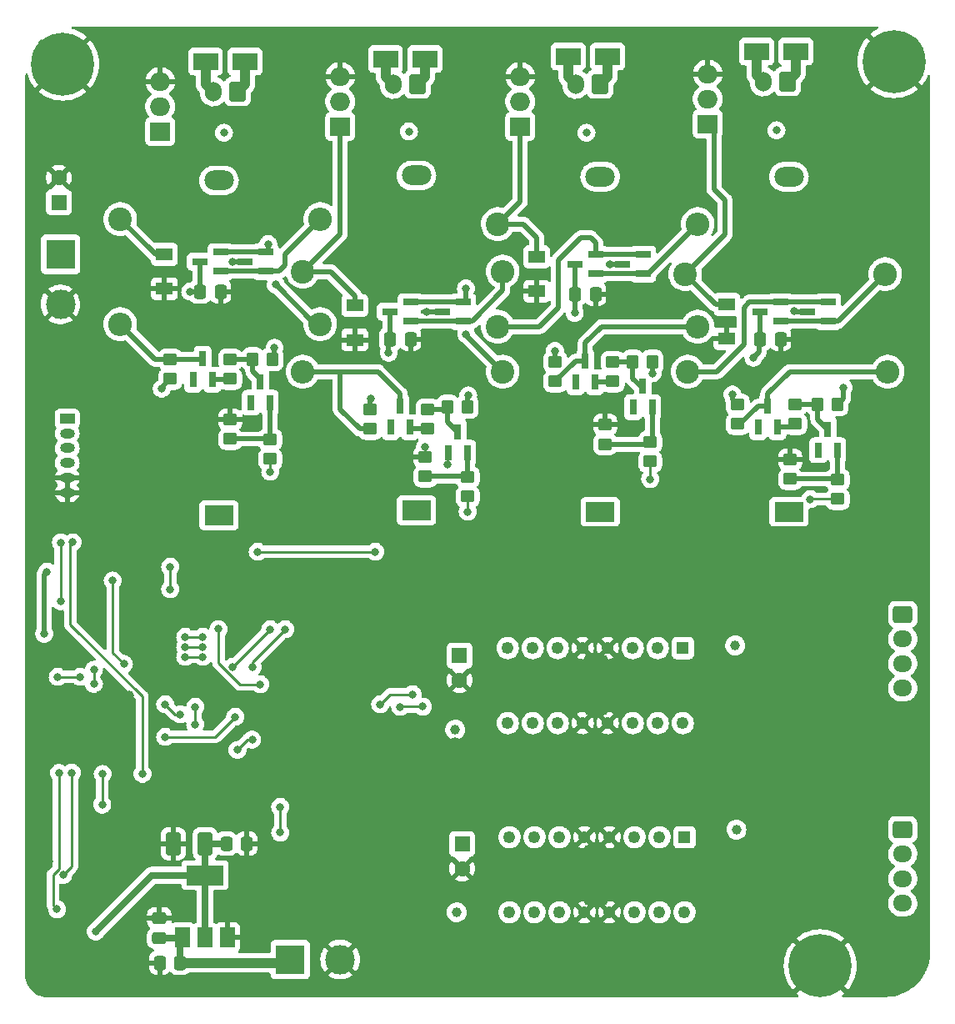
<source format=gbr>
%TF.GenerationSoftware,KiCad,Pcbnew,(6.0.2)*%
%TF.CreationDate,2022-05-13T11:42:35+02:00*%
%TF.ProjectId,shake-it-machine_pcb,7368616b-652d-4697-942d-6d616368696e,rev?*%
%TF.SameCoordinates,PXfad648a0PYf0f792d2*%
%TF.FileFunction,Copper,L4,Bot*%
%TF.FilePolarity,Positive*%
%FSLAX46Y46*%
G04 Gerber Fmt 4.6, Leading zero omitted, Abs format (unit mm)*
G04 Created by KiCad (PCBNEW (6.0.2)) date 2022-05-13 11:42:35*
%MOMM*%
%LPD*%
G01*
G04 APERTURE LIST*
G04 Aperture macros list*
%AMRoundRect*
0 Rectangle with rounded corners*
0 $1 Rounding radius*
0 $2 $3 $4 $5 $6 $7 $8 $9 X,Y pos of 4 corners*
0 Add a 4 corners polygon primitive as box body*
4,1,4,$2,$3,$4,$5,$6,$7,$8,$9,$2,$3,0*
0 Add four circle primitives for the rounded corners*
1,1,$1+$1,$2,$3*
1,1,$1+$1,$4,$5*
1,1,$1+$1,$6,$7*
1,1,$1+$1,$8,$9*
0 Add four rect primitives between the rounded corners*
20,1,$1+$1,$2,$3,$4,$5,0*
20,1,$1+$1,$4,$5,$6,$7,0*
20,1,$1+$1,$6,$7,$8,$9,0*
20,1,$1+$1,$8,$9,$2,$3,0*%
G04 Aperture macros list end*
%TA.AperFunction,ComponentPad*%
%ADD10R,1.248000X1.248000*%
%TD*%
%TA.AperFunction,ComponentPad*%
%ADD11C,1.248000*%
%TD*%
%TA.AperFunction,ComponentPad*%
%ADD12RoundRect,0.250000X0.600000X0.750000X-0.600000X0.750000X-0.600000X-0.750000X0.600000X-0.750000X0*%
%TD*%
%TA.AperFunction,ComponentPad*%
%ADD13O,1.700000X2.000000*%
%TD*%
%TA.AperFunction,ComponentPad*%
%ADD14R,3.000000X2.000000*%
%TD*%
%TA.AperFunction,ComponentPad*%
%ADD15O,3.000000X2.000000*%
%TD*%
%TA.AperFunction,ComponentPad*%
%ADD16R,2.000000X1.905000*%
%TD*%
%TA.AperFunction,ComponentPad*%
%ADD17O,2.000000X1.905000*%
%TD*%
%TA.AperFunction,ComponentPad*%
%ADD18R,1.600000X1.600000*%
%TD*%
%TA.AperFunction,ComponentPad*%
%ADD19C,1.600000*%
%TD*%
%TA.AperFunction,ComponentPad*%
%ADD20RoundRect,0.250000X-0.725000X0.600000X-0.725000X-0.600000X0.725000X-0.600000X0.725000X0.600000X0*%
%TD*%
%TA.AperFunction,ComponentPad*%
%ADD21O,1.950000X1.700000*%
%TD*%
%TA.AperFunction,ComponentPad*%
%ADD22R,3.000000X3.000000*%
%TD*%
%TA.AperFunction,ComponentPad*%
%ADD23C,3.000000*%
%TD*%
%TA.AperFunction,ComponentPad*%
%ADD24R,1.500000X1.000000*%
%TD*%
%TA.AperFunction,ComponentPad*%
%ADD25O,1.500000X1.000000*%
%TD*%
%TA.AperFunction,ComponentPad*%
%ADD26C,0.800000*%
%TD*%
%TA.AperFunction,ComponentPad*%
%ADD27C,6.400000*%
%TD*%
%TA.AperFunction,SMDPad,CuDef*%
%ADD28R,2.500000X1.800000*%
%TD*%
%TA.AperFunction,SMDPad,CuDef*%
%ADD29R,1.700000X1.300000*%
%TD*%
%TA.AperFunction,ComponentPad*%
%ADD30C,2.400000*%
%TD*%
%TA.AperFunction,ComponentPad*%
%ADD31O,2.400000X2.400000*%
%TD*%
%TA.AperFunction,SMDPad,CuDef*%
%ADD32R,1.600000X0.800000*%
%TD*%
%TA.AperFunction,SMDPad,CuDef*%
%ADD33RoundRect,0.250000X0.337500X0.475000X-0.337500X0.475000X-0.337500X-0.475000X0.337500X-0.475000X0*%
%TD*%
%TA.AperFunction,SMDPad,CuDef*%
%ADD34RoundRect,0.249999X0.450001X-0.350001X0.450001X0.350001X-0.450001X0.350001X-0.450001X-0.350001X0*%
%TD*%
%TA.AperFunction,SMDPad,CuDef*%
%ADD35RoundRect,0.249999X-0.350001X-0.450001X0.350001X-0.450001X0.350001X0.450001X-0.350001X0.450001X0*%
%TD*%
%TA.AperFunction,SMDPad,CuDef*%
%ADD36RoundRect,0.249999X-0.450001X0.350001X-0.450001X-0.350001X0.450001X-0.350001X0.450001X0.350001X0*%
%TD*%
%TA.AperFunction,SMDPad,CuDef*%
%ADD37R,0.800000X1.600000*%
%TD*%
%TA.AperFunction,SMDPad,CuDef*%
%ADD38RoundRect,0.250000X0.475000X-0.337500X0.475000X0.337500X-0.475000X0.337500X-0.475000X-0.337500X0*%
%TD*%
%TA.AperFunction,SMDPad,CuDef*%
%ADD39RoundRect,0.250000X-0.337500X-0.475000X0.337500X-0.475000X0.337500X0.475000X-0.337500X0.475000X0*%
%TD*%
%TA.AperFunction,SMDPad,CuDef*%
%ADD40RoundRect,0.250000X0.500000X0.925000X-0.500000X0.925000X-0.500000X-0.925000X0.500000X-0.925000X0*%
%TD*%
%TA.AperFunction,SMDPad,CuDef*%
%ADD41R,1.500000X2.000000*%
%TD*%
%TA.AperFunction,SMDPad,CuDef*%
%ADD42R,3.800000X2.000000*%
%TD*%
%TA.AperFunction,ViaPad*%
%ADD43C,1.000000*%
%TD*%
%TA.AperFunction,ViaPad*%
%ADD44C,0.800000*%
%TD*%
%TA.AperFunction,Conductor*%
%ADD45C,0.500000*%
%TD*%
%TA.AperFunction,Conductor*%
%ADD46C,0.250000*%
%TD*%
%TA.AperFunction,Conductor*%
%ADD47C,0.700000*%
%TD*%
%TA.AperFunction,Conductor*%
%ADD48C,1.000000*%
%TD*%
G04 APERTURE END LIST*
D10*
%TO.P,U1,1,1\u002C2EN*%
%TO.N,Net-(R1-Pad2)*%
X67316000Y35952522D03*
D11*
%TO.P,U1,2,1A*%
%TO.N,STEPPER_1_A*%
X64776000Y35952522D03*
%TO.P,U1,3,1Y*%
%TO.N,STEPPER_1_A_OUT*%
X62236000Y35952522D03*
%TO.P,U1,4,GND*%
%TO.N,GND*%
X59696000Y35952522D03*
%TO.P,U1,5,GND*%
X57156000Y35952522D03*
%TO.P,U1,6,2Y*%
%TO.N,STEPPER_1_B_OUT*%
X54616000Y35952522D03*
%TO.P,U1,7,2A*%
%TO.N,STEPPER_1_B*%
X52076000Y35952522D03*
%TO.P,U1,8,VCC2*%
%TO.N,+5V*%
X49536000Y35952522D03*
%TO.P,U1,9,3\u002C4EN*%
%TO.N,Net-(R12-Pad2)*%
X49536000Y28332522D03*
%TO.P,U1,10,3A*%
%TO.N,STEPPER_1_C*%
X52076000Y28332522D03*
%TO.P,U1,11,3Y*%
%TO.N,STEPPER_1_C_OUT*%
X54616000Y28332522D03*
%TO.P,U1,12,GND*%
%TO.N,GND*%
X57156000Y28332522D03*
%TO.P,U1,13,GND*%
X59696000Y28332522D03*
%TO.P,U1,14,4Y*%
%TO.N,STEPPER_1_D_OUT*%
X62236000Y28332522D03*
%TO.P,U1,15,4A*%
%TO.N,STEPPER_1_D*%
X64776000Y28332522D03*
%TO.P,U1,16,VCC1*%
%TO.N,+5V*%
X67316000Y28332522D03*
%TD*%
D12*
%TO.P,J9,1,Pin_1*%
%TO.N,MOTOR_4+*%
X77984000Y93483522D03*
D13*
%TO.P,J9,2,Pin_2*%
%TO.N,MOTOR_4-*%
X75484000Y93483522D03*
%TD*%
D14*
%TO.P,F1,1*%
%TO.N,+12V*%
X78111000Y49795522D03*
D15*
%TO.P,F1,2*%
%TO.N,MOTOR_4+*%
X78111000Y83813522D03*
%TD*%
D14*
%TO.P,F2,1*%
%TO.N,+12V*%
X58934000Y49795522D03*
D15*
%TO.P,F2,2*%
%TO.N,MOTOR_3+*%
X58934000Y83813522D03*
%TD*%
D14*
%TO.P,F3,1*%
%TO.N,+12V*%
X40265000Y49922522D03*
D15*
%TO.P,F3,2*%
%TO.N,MOTOR_2+*%
X40265000Y83940522D03*
%TD*%
D14*
%TO.P,F4,1*%
%TO.N,+12V*%
X20199000Y49414522D03*
D15*
%TO.P,F4,2*%
%TO.N,MOTOR_1+*%
X20199000Y83432522D03*
%TD*%
D16*
%TO.P,Q20,1,G*%
%TO.N,Net-(D9-Pad1)*%
X14230000Y88403522D03*
D17*
%TO.P,Q20,2,D*%
%TO.N,MOTOR_1-*%
X14230000Y90943522D03*
%TO.P,Q20,3,S*%
%TO.N,GND*%
X14230000Y93483522D03*
%TD*%
D12*
%TO.P,J8,1,Pin_1*%
%TO.N,MOTOR_3+*%
X58934000Y93229522D03*
D13*
%TO.P,J8,2,Pin_2*%
%TO.N,MOTOR_3-*%
X56434000Y93229522D03*
%TD*%
D18*
%TO.P,C2,1*%
%TO.N,+5V*%
X44913200Y16064322D03*
D19*
%TO.P,C2,2*%
%TO.N,GND*%
X44913200Y13564322D03*
%TD*%
D18*
%TO.P,C8,1*%
%TO.N,+5V*%
X44633800Y35190522D03*
D19*
%TO.P,C8,2*%
%TO.N,GND*%
X44633800Y32690522D03*
%TD*%
D20*
%TO.P,J2,1,Pin_1*%
%TO.N,STEPPER_1_A_OUT*%
X89668000Y39381522D03*
D21*
%TO.P,J2,2,Pin_2*%
%TO.N,STEPPER_1_B_OUT*%
X89668000Y36881522D03*
%TO.P,J2,3,Pin_3*%
%TO.N,STEPPER_1_C_OUT*%
X89668000Y34381522D03*
%TO.P,J2,4,Pin_4*%
%TO.N,STEPPER_1_D_OUT*%
X89668000Y31881522D03*
%TD*%
D20*
%TO.P,J3,1,Pin_1*%
%TO.N,STEPPER_2_A_OUT*%
X89668000Y17537522D03*
D21*
%TO.P,J3,2,Pin_2*%
%TO.N,STEPPER_2_B_OUT*%
X89668000Y15037522D03*
%TO.P,J3,3,Pin_3*%
%TO.N,STEPPER_2_C_OUT*%
X89668000Y12537522D03*
%TO.P,J3,4,Pin_4*%
%TO.N,STEPPER_2_D_OUT*%
X89668000Y10037522D03*
%TD*%
D12*
%TO.P,J5,1,Pin_1*%
%TO.N,MOTOR_1+*%
X22104000Y92467522D03*
D13*
%TO.P,J5,2,Pin_2*%
%TO.N,MOTOR_1-*%
X19604000Y92467522D03*
%TD*%
D12*
%TO.P,J7,1,Pin_1*%
%TO.N,MOTOR_2+*%
X40392000Y93229522D03*
D13*
%TO.P,J7,2,Pin_2*%
%TO.N,MOTOR_2-*%
X37892000Y93229522D03*
%TD*%
D16*
%TO.P,Q9,1,G*%
%TO.N,Net-(D3-Pad1)*%
X69856000Y89165522D03*
D17*
%TO.P,Q9,2,D*%
%TO.N,MOTOR_4-*%
X69856000Y91705522D03*
%TO.P,Q9,3,S*%
%TO.N,GND*%
X69856000Y94245522D03*
%TD*%
D16*
%TO.P,Q10,1,G*%
%TO.N,Net-(D4-Pad1)*%
X50806000Y88911522D03*
D17*
%TO.P,Q10,2,D*%
%TO.N,MOTOR_3-*%
X50806000Y91451522D03*
%TO.P,Q10,3,S*%
%TO.N,GND*%
X50806000Y93991522D03*
%TD*%
D16*
%TO.P,Q19,1,G*%
%TO.N,Net-(D7-Pad1)*%
X32518000Y88911522D03*
D17*
%TO.P,Q19,2,D*%
%TO.N,MOTOR_2-*%
X32518000Y91451522D03*
%TO.P,Q19,3,S*%
%TO.N,GND*%
X32518000Y93991522D03*
%TD*%
D10*
%TO.P,U2,1,1\u002C2EN*%
%TO.N,Net-(R24-Pad2)*%
X67493800Y16750122D03*
D11*
%TO.P,U2,2,1A*%
%TO.N,STEPPER_2_A*%
X64953800Y16750122D03*
%TO.P,U2,3,1Y*%
%TO.N,STEPPER_2_A_OUT*%
X62413800Y16750122D03*
%TO.P,U2,4,GND*%
%TO.N,GND*%
X59873800Y16750122D03*
%TO.P,U2,5,GND*%
X57333800Y16750122D03*
%TO.P,U2,6,2Y*%
%TO.N,STEPPER_2_B_OUT*%
X54793800Y16750122D03*
%TO.P,U2,7,2A*%
%TO.N,STEPPER_2_B*%
X52253800Y16750122D03*
%TO.P,U2,8,VCC2*%
%TO.N,+5V*%
X49713800Y16750122D03*
%TO.P,U2,9,3\u002C4EN*%
%TO.N,Net-(R25-Pad2)*%
X49713800Y9130122D03*
%TO.P,U2,10,3A*%
%TO.N,STEPPER_2_C*%
X52253800Y9130122D03*
%TO.P,U2,11,3Y*%
%TO.N,STEPPER_2_C_OUT*%
X54793800Y9130122D03*
%TO.P,U2,12,GND*%
%TO.N,GND*%
X57333800Y9130122D03*
%TO.P,U2,13,GND*%
X59873800Y9130122D03*
%TO.P,U2,14,4Y*%
%TO.N,STEPPER_2_D_OUT*%
X62413800Y9130122D03*
%TO.P,U2,15,4A*%
%TO.N,STEPPER_2_D*%
X64953800Y9130122D03*
%TO.P,U2,16,VCC1*%
%TO.N,+5V*%
X67493800Y9130122D03*
%TD*%
D22*
%TO.P,J1,1,Pin_1*%
%TO.N,+12V*%
X4095400Y75932122D03*
D23*
%TO.P,J1,2,Pin_2*%
%TO.N,GND*%
X4095400Y70852122D03*
%TD*%
D18*
%TO.P,C16,1*%
%TO.N,+12V*%
X3943000Y81215322D03*
D19*
%TO.P,C16,2*%
%TO.N,GND*%
X3943000Y83715322D03*
%TD*%
D24*
%TO.P,J10,1,Pin_1*%
%TO.N,+5V*%
X4781200Y59251322D03*
D25*
%TO.P,J10,2,Pin_2*%
X4781200Y57751322D03*
%TO.P,J10,3,Pin_3*%
%TO.N,TS_RX*%
X4781200Y56251322D03*
%TO.P,J10,4,Pin_4*%
%TO.N,TS_TX*%
X4781200Y54751322D03*
%TO.P,J10,5,Pin_5*%
%TO.N,GND*%
X4781200Y53251322D03*
%TO.P,J10,6,Pin_6*%
X4781200Y51751322D03*
%TD*%
D22*
%TO.P,J4,1,Pin_1*%
%TO.N,+5V*%
X27438000Y4329522D03*
D23*
%TO.P,J4,2,Pin_2*%
%TO.N,GND*%
X32518000Y4329522D03*
%TD*%
D26*
%TO.P,H2,1,1*%
%TO.N,GND*%
X86379000Y95504000D03*
D27*
X88779000Y95504000D03*
D26*
X90476056Y93806944D03*
X87081944Y97201056D03*
X88779000Y93104000D03*
X87081944Y93806944D03*
X88779000Y97904000D03*
X90476056Y97201056D03*
X91179000Y95504000D03*
%TD*%
%TO.P,H3,1,1*%
%TO.N,GND*%
X6021056Y96947056D03*
X2626944Y93552944D03*
X4324000Y97650000D03*
X1924000Y95250000D03*
D27*
X4324000Y95250000D03*
D26*
X2626944Y96947056D03*
X4324000Y92850000D03*
X6724000Y95250000D03*
X6021056Y93552944D03*
%TD*%
%TO.P,H4,1,1*%
%TO.N,GND*%
X81286000Y1283000D03*
X81286000Y6083000D03*
X82983056Y5380056D03*
X79588944Y5380056D03*
X82983056Y1985944D03*
X78886000Y3683000D03*
X79588944Y1985944D03*
D27*
X81286000Y3683000D03*
D26*
X83686000Y3683000D03*
%TD*%
D28*
%TO.P,D8,1,K*%
%TO.N,unconnected-(D8-Pad1)*%
X41122000Y95769522D03*
%TO.P,D8,2,A*%
%TO.N,unconnected-(D8-Pad2)*%
X37122000Y95769522D03*
%TD*%
D29*
%TO.P,D7,1,K*%
%TO.N,Net-(D7-Pad1)*%
X33991200Y70747922D03*
%TO.P,D7,2,A*%
%TO.N,GND*%
X33991200Y67247922D03*
%TD*%
D30*
%TO.P,R18,1*%
%TO.N,Net-(Q5-Pad1)*%
X67824000Y64019522D03*
D31*
%TO.P,R18,2*%
%TO.N,Net-(R16-Pad1)*%
X88144000Y64019522D03*
%TD*%
D30*
%TO.P,R20,1*%
%TO.N,Net-(D3-Pad1)*%
X67570000Y73925522D03*
D31*
%TO.P,R20,2*%
%TO.N,Net-(Q5-Pad2)*%
X87890000Y73925522D03*
%TD*%
D30*
%TO.P,R34,1*%
%TO.N,Net-(Q15-Pad1)*%
X49028000Y64019522D03*
D31*
%TO.P,R34,2*%
%TO.N,Net-(R32-Pad1)*%
X28708000Y64019522D03*
%TD*%
D30*
%TO.P,R36,1*%
%TO.N,Net-(D7-Pad1)*%
X28708000Y74179522D03*
D31*
%TO.P,R36,2*%
%TO.N,Net-(Q15-Pad2)*%
X49028000Y74179522D03*
%TD*%
D30*
%TO.P,R37,1*%
%TO.N,Net-(D9-Pad1)*%
X10166000Y79513522D03*
D31*
%TO.P,R37,2*%
%TO.N,Net-(Q17-Pad2)*%
X30486000Y79513522D03*
%TD*%
D29*
%TO.P,D9,1,K*%
%TO.N,Net-(D9-Pad1)*%
X14661800Y75929522D03*
%TO.P,D9,2,A*%
%TO.N,GND*%
X14661800Y72429522D03*
%TD*%
D32*
%TO.P,Q17,1,B*%
%TO.N,Net-(Q17-Pad1)*%
X24948800Y76160722D03*
%TO.P,Q17,2,E*%
%TO.N,Net-(Q17-Pad2)*%
X24948800Y74230322D03*
%TO.P,Q17,3,C*%
%TO.N,GND*%
X22812000Y75195522D03*
%TD*%
%TO.P,Q18,1,B*%
%TO.N,unconnected-(Q18-Pad1)*%
X20376800Y76160722D03*
%TO.P,Q18,2,E*%
%TO.N,unconnected-(Q18-Pad2)*%
X20376800Y74230322D03*
%TO.P,Q18,3,C*%
%TO.N,unconnected-(Q18-Pad3)*%
X18240000Y75195522D03*
%TD*%
D33*
%TO.P,C24,1*%
%TO.N,GND*%
X20347500Y72147522D03*
%TO.P,C24,2*%
%TO.N,+5V*%
X18272500Y72147522D03*
%TD*%
D30*
%TO.P,R35,1*%
%TO.N,Net-(Q17-Pad1)*%
X30486000Y68845522D03*
D31*
%TO.P,R35,2*%
%TO.N,Net-(R33-Pad1)*%
X10166000Y68845522D03*
%TD*%
D33*
%TO.P,C23,1*%
%TO.N,GND*%
X39651500Y67321522D03*
%TO.P,C23,2*%
%TO.N,+5V*%
X37576500Y67321522D03*
%TD*%
D30*
%TO.P,R21,1*%
%TO.N,Net-(D4-Pad1)*%
X48520000Y79005522D03*
D31*
%TO.P,R21,2*%
%TO.N,Net-(Q7-Pad2)*%
X68840000Y79005522D03*
%TD*%
D30*
%TO.P,R19,1*%
%TO.N,Net-(Q7-Pad1)*%
X48520000Y68591522D03*
D31*
%TO.P,R19,2*%
%TO.N,Net-(R17-Pad1)*%
X68840000Y68591522D03*
%TD*%
D34*
%TO.P,R17,1*%
%TO.N,Net-(R17-Pad1)*%
X54362000Y63019522D03*
%TO.P,R17,2*%
%TO.N,+5V*%
X54362000Y65019522D03*
%TD*%
D35*
%TO.P,R13,1*%
%TO.N,Net-(R13-Pad1)*%
X62252000Y65035522D03*
%TO.P,R13,2*%
%TO.N,+5V*%
X64252000Y65035522D03*
%TD*%
D34*
%TO.P,R10,1*%
%TO.N,Net-(R10-Pad1)*%
X59442000Y56653522D03*
%TO.P,R10,2*%
%TO.N,GND*%
X59442000Y58653522D03*
%TD*%
D36*
%TO.P,R8,1*%
%TO.N,Net-(R10-Pad1)*%
X64014000Y56891522D03*
%TO.P,R8,2*%
%TO.N,MOTOR_3*%
X64014000Y54891522D03*
%TD*%
D32*
%TO.P,Q8,1,B*%
%TO.N,unconnected-(Q8-Pad1)*%
X58476800Y75906722D03*
%TO.P,Q8,2,E*%
%TO.N,unconnected-(Q8-Pad2)*%
X58476800Y73976322D03*
%TO.P,Q8,3,C*%
%TO.N,unconnected-(Q8-Pad3)*%
X56340000Y74941522D03*
%TD*%
D37*
%TO.P,Q4,1,B*%
%TO.N,unconnected-(Q4-Pad1)*%
X58375200Y62952722D03*
%TO.P,Q4,2,E*%
%TO.N,unconnected-(Q4-Pad2)*%
X56444800Y62952722D03*
%TO.P,Q4,3,C*%
%TO.N,unconnected-(Q4-Pad3)*%
X57410000Y65089522D03*
%TD*%
D33*
%TO.P,C22,1*%
%TO.N,GND*%
X58447500Y71893522D03*
%TO.P,C22,2*%
%TO.N,+5V*%
X56372500Y71893522D03*
%TD*%
D29*
%TO.P,D4,1,K*%
%TO.N,Net-(D4-Pad1)*%
X52482400Y75675522D03*
%TO.P,D4,2,A*%
%TO.N,GND*%
X52482400Y72175522D03*
%TD*%
D33*
%TO.P,C9,1*%
%TO.N,+5V*%
X16258100Y3999322D03*
%TO.P,C9,2*%
%TO.N,GND*%
X14183100Y3999322D03*
%TD*%
D38*
%TO.P,C10,1*%
%TO.N,+5V*%
X14128400Y6492422D03*
%TO.P,C10,2*%
%TO.N,GND*%
X14128400Y8567422D03*
%TD*%
D39*
%TO.P,C14,1*%
%TO.N,+3V3*%
X20964900Y16089722D03*
%TO.P,C14,2*%
%TO.N,GND*%
X23039900Y16089722D03*
%TD*%
D40*
%TO.P,C15,1*%
%TO.N,+3V3*%
X18801400Y16089722D03*
%TO.P,C15,2*%
%TO.N,GND*%
X15551400Y16089722D03*
%TD*%
D33*
%TO.P,C21,1*%
%TO.N,GND*%
X77243500Y67321522D03*
%TO.P,C21,2*%
%TO.N,+5V*%
X75168500Y67321522D03*
%TD*%
D29*
%TO.P,D3,1,K*%
%TO.N,Net-(D3-Pad1)*%
X71811800Y70849522D03*
%TO.P,D3,2,A*%
%TO.N,GND*%
X71811800Y67349522D03*
%TD*%
D28*
%TO.P,D5,1,K*%
%TO.N,unconnected-(D5-Pad1)*%
X78815600Y96531522D03*
%TO.P,D5,2,A*%
%TO.N,unconnected-(D5-Pad2)*%
X74815600Y96531522D03*
%TD*%
%TO.P,D6,1,K*%
%TO.N,unconnected-(D6-Pad1)*%
X59689400Y96023522D03*
%TO.P,D6,2,A*%
%TO.N,unconnected-(D6-Pad2)*%
X55689400Y96023522D03*
%TD*%
%TO.P,D10,1,K*%
%TO.N,unconnected-(D10-Pad1)*%
X22834000Y95515522D03*
%TO.P,D10,2,A*%
%TO.N,unconnected-(D10-Pad2)*%
X18834000Y95515522D03*
%TD*%
D37*
%TO.P,Q1,1,B*%
%TO.N,unconnected-(Q1-Pad1)*%
X83013200Y56040722D03*
%TO.P,Q1,2,E*%
%TO.N,unconnected-(Q1-Pad2)*%
X81082800Y56040722D03*
%TO.P,Q1,3,C*%
%TO.N,unconnected-(Q1-Pad3)*%
X82048000Y58177522D03*
%TD*%
%TO.P,Q2,1,B*%
%TO.N,unconnected-(Q2-Pad1)*%
X64217200Y60412722D03*
%TO.P,Q2,2,E*%
%TO.N,unconnected-(Q2-Pad2)*%
X62286800Y60412722D03*
%TO.P,Q2,3,C*%
%TO.N,unconnected-(Q2-Pad3)*%
X63252000Y62549522D03*
%TD*%
%TO.P,Q3,1,B*%
%TO.N,unconnected-(Q3-Pad1)*%
X76917200Y58380722D03*
%TO.P,Q3,2,E*%
%TO.N,unconnected-(Q3-Pad2)*%
X74986800Y58380722D03*
%TO.P,Q3,3,C*%
%TO.N,unconnected-(Q3-Pad3)*%
X75952000Y60517522D03*
%TD*%
D32*
%TO.P,Q5,1,B*%
%TO.N,Net-(Q5-Pad1)*%
X82098800Y71080722D03*
%TO.P,Q5,2,E*%
%TO.N,Net-(Q5-Pad2)*%
X82098800Y69150322D03*
%TO.P,Q5,3,C*%
%TO.N,GND*%
X79962000Y70115522D03*
%TD*%
%TO.P,Q6,1,B*%
%TO.N,unconnected-(Q6-Pad1)*%
X77272800Y71080722D03*
%TO.P,Q6,2,E*%
%TO.N,unconnected-(Q6-Pad2)*%
X77272800Y69150322D03*
%TO.P,Q6,3,C*%
%TO.N,unconnected-(Q6-Pad3)*%
X75136000Y70115522D03*
%TD*%
%TO.P,Q7,1,B*%
%TO.N,Net-(Q7-Pad1)*%
X63302800Y75906722D03*
%TO.P,Q7,2,E*%
%TO.N,Net-(Q7-Pad2)*%
X63302800Y73976322D03*
%TO.P,Q7,3,C*%
%TO.N,GND*%
X61166000Y74941522D03*
%TD*%
D37*
%TO.P,Q11,1,B*%
%TO.N,unconnected-(Q11-Pad1)*%
X45421200Y55786722D03*
%TO.P,Q11,2,E*%
%TO.N,unconnected-(Q11-Pad2)*%
X43490800Y55786722D03*
%TO.P,Q11,3,C*%
%TO.N,unconnected-(Q11-Pad3)*%
X44456000Y57923522D03*
%TD*%
%TO.P,Q12,1,B*%
%TO.N,unconnected-(Q12-Pad1)*%
X25355200Y60866722D03*
%TO.P,Q12,2,E*%
%TO.N,unconnected-(Q12-Pad2)*%
X23424800Y60866722D03*
%TO.P,Q12,3,C*%
%TO.N,unconnected-(Q12-Pad3)*%
X24390000Y63003522D03*
%TD*%
%TO.P,Q13,1,B*%
%TO.N,unconnected-(Q13-Pad1)*%
X39579200Y58380722D03*
%TO.P,Q13,2,E*%
%TO.N,unconnected-(Q13-Pad2)*%
X37648800Y58380722D03*
%TO.P,Q13,3,C*%
%TO.N,unconnected-(Q13-Pad3)*%
X38614000Y60517522D03*
%TD*%
%TO.P,Q14,1,B*%
%TO.N,unconnected-(Q14-Pad1)*%
X19513200Y63206722D03*
%TO.P,Q14,2,E*%
%TO.N,unconnected-(Q14-Pad2)*%
X17582800Y63206722D03*
%TO.P,Q14,3,C*%
%TO.N,unconnected-(Q14-Pad3)*%
X18548000Y65343522D03*
%TD*%
D32*
%TO.P,Q15,1,B*%
%TO.N,Net-(Q15-Pad1)*%
X45014800Y71080722D03*
%TO.P,Q15,2,E*%
%TO.N,Net-(Q15-Pad2)*%
X45014800Y69150322D03*
%TO.P,Q15,3,C*%
%TO.N,GND*%
X42878000Y70115522D03*
%TD*%
%TO.P,Q16,1,B*%
%TO.N,unconnected-(Q16-Pad1)*%
X39680800Y71080722D03*
%TO.P,Q16,2,E*%
%TO.N,unconnected-(Q16-Pad2)*%
X39680800Y69150322D03*
%TO.P,Q16,3,C*%
%TO.N,unconnected-(Q16-Pad3)*%
X37544000Y70115522D03*
%TD*%
D36*
%TO.P,R7,1*%
%TO.N,Net-(R7-Pad1)*%
X83064000Y53081522D03*
%TO.P,R7,2*%
%TO.N,MOTOR_4*%
X83064000Y51081522D03*
%TD*%
D34*
%TO.P,R9,1*%
%TO.N,Net-(R7-Pad1)*%
X78238000Y53113522D03*
%TO.P,R9,2*%
%TO.N,GND*%
X78238000Y55113522D03*
%TD*%
D35*
%TO.P,R11,1*%
%TO.N,Net-(R11-Pad1)*%
X81048000Y60717522D03*
%TO.P,R11,2*%
%TO.N,+5V*%
X83048000Y60717522D03*
%TD*%
D36*
%TO.P,R14,1*%
%TO.N,Net-(R11-Pad1)*%
X78746000Y60701522D03*
%TO.P,R14,2*%
%TO.N,unconnected-(R14-Pad2)*%
X78746000Y58701522D03*
%TD*%
%TO.P,R15,1*%
%TO.N,Net-(R13-Pad1)*%
X60204000Y65019522D03*
%TO.P,R15,2*%
%TO.N,unconnected-(R15-Pad2)*%
X60204000Y63019522D03*
%TD*%
D34*
%TO.P,R16,1*%
%TO.N,Net-(R16-Pad1)*%
X72904000Y58701522D03*
%TO.P,R16,2*%
%TO.N,+5V*%
X72904000Y60701522D03*
%TD*%
D36*
%TO.P,R22,1*%
%TO.N,Net-(R22-Pad1)*%
X45472000Y53335522D03*
%TO.P,R22,2*%
%TO.N,MOTOR_2*%
X45472000Y51335522D03*
%TD*%
D34*
%TO.P,R23,1*%
%TO.N,Net-(R22-Pad1)*%
X41154000Y53367522D03*
%TO.P,R23,2*%
%TO.N,GND*%
X41154000Y55367522D03*
%TD*%
D36*
%TO.P,R26,1*%
%TO.N,Net-(R26-Pad1)*%
X25406000Y57145522D03*
%TO.P,R26,2*%
%TO.N,MOTOR_1*%
X25406000Y55145522D03*
%TD*%
D34*
%TO.P,R27,1*%
%TO.N,Net-(R26-Pad1)*%
X21342000Y57177522D03*
%TO.P,R27,2*%
%TO.N,GND*%
X21342000Y59177522D03*
%TD*%
D35*
%TO.P,R28,1*%
%TO.N,Net-(R28-Pad1)*%
X43456000Y60463522D03*
%TO.P,R28,2*%
%TO.N,+5V*%
X45456000Y60463522D03*
%TD*%
D36*
%TO.P,R29,1*%
%TO.N,Net-(R28-Pad1)*%
X41408000Y60193522D03*
%TO.P,R29,2*%
%TO.N,unconnected-(R29-Pad2)*%
X41408000Y58193522D03*
%TD*%
D35*
%TO.P,R30,1*%
%TO.N,Net-(R30-Pad1)*%
X23644000Y65289522D03*
%TO.P,R30,2*%
%TO.N,+5V*%
X25644000Y65289522D03*
%TD*%
D36*
%TO.P,R31,1*%
%TO.N,Net-(R30-Pad1)*%
X21342000Y65273522D03*
%TO.P,R31,2*%
%TO.N,unconnected-(R31-Pad2)*%
X21342000Y63273522D03*
%TD*%
D34*
%TO.P,R32,1*%
%TO.N,Net-(R32-Pad1)*%
X35566000Y58193522D03*
%TO.P,R32,2*%
%TO.N,+5V*%
X35566000Y60193522D03*
%TD*%
D36*
%TO.P,R33,1*%
%TO.N,Net-(R33-Pad1)*%
X15246000Y65273522D03*
%TO.P,R33,2*%
%TO.N,+5V*%
X15246000Y63273522D03*
%TD*%
D41*
%TO.P,U3,1,GND*%
%TO.N,GND*%
X21076600Y6589722D03*
%TO.P,U3,2,VO*%
%TO.N,+3V3*%
X18776600Y6589722D03*
D42*
X18776600Y12889722D03*
D41*
%TO.P,U3,3,VI*%
%TO.N,+5V*%
X16476600Y6589722D03*
%TD*%
D43*
%TO.N,GND*%
X8110000Y31126522D03*
X9610000Y31126522D03*
X11110000Y31126522D03*
X6610000Y29626522D03*
X8110000Y29626522D03*
X9610000Y29626522D03*
X11110000Y29626522D03*
X6610000Y28126522D03*
X8110000Y28126522D03*
X9610000Y28126522D03*
X11110000Y28126522D03*
X6610000Y26626522D03*
X8110000Y26626522D03*
X9610000Y26626522D03*
X11110000Y26626522D03*
X41104600Y44461522D03*
X42604600Y44461522D03*
X44104600Y44461522D03*
X45604600Y44461522D03*
X47104600Y44461522D03*
X48604600Y44461522D03*
X50104600Y44461522D03*
X51604600Y44461522D03*
X53104600Y44461522D03*
X54604600Y44461522D03*
X56104600Y44461522D03*
X57604600Y44461522D03*
X59104600Y44461522D03*
X60604600Y44461522D03*
X62104600Y44461522D03*
X63604600Y44461522D03*
X65104600Y44461522D03*
X66604600Y44461522D03*
X68104600Y44461522D03*
X69604600Y44461522D03*
X71104600Y44461522D03*
X72604600Y44461522D03*
X74104600Y44461522D03*
X39604600Y42961522D03*
X41104600Y42961522D03*
X42604600Y42961522D03*
X44104600Y42961522D03*
X45604600Y42961522D03*
X47104600Y42961522D03*
X48604600Y42961522D03*
X50104600Y42961522D03*
X51604600Y42961522D03*
X53104600Y42961522D03*
X54604600Y42961522D03*
X56104600Y42961522D03*
X57604600Y42961522D03*
X59104600Y42961522D03*
X60604600Y42961522D03*
X62104600Y42961522D03*
X63604600Y42961522D03*
X65104600Y42961522D03*
X66604600Y42961522D03*
X68104600Y42961522D03*
X69604600Y42961522D03*
X71104600Y42961522D03*
X72604600Y42961522D03*
X74104600Y42961522D03*
X39604600Y41461522D03*
X41104600Y41461522D03*
X42604600Y41461522D03*
X44104600Y41461522D03*
X45604600Y41461522D03*
X47104600Y41461522D03*
X48604600Y41461522D03*
X50104600Y41461522D03*
X51604600Y41461522D03*
X53104600Y41461522D03*
X54604600Y41461522D03*
X56104600Y41461522D03*
X57604600Y41461522D03*
X59104600Y41461522D03*
X60604600Y41461522D03*
X62104600Y41461522D03*
X63604600Y41461522D03*
X65104600Y41461522D03*
X66604600Y41461522D03*
X68104600Y41461522D03*
X69604600Y41461522D03*
X71104600Y41461522D03*
X72604600Y41461522D03*
X74104600Y41461522D03*
X39604600Y39961522D03*
X41104600Y39961522D03*
X42604600Y39961522D03*
X44104600Y39961522D03*
X45604600Y39961522D03*
X47104600Y39961522D03*
X48604600Y39961522D03*
X50104600Y39961522D03*
X51604600Y39961522D03*
X53104600Y39961522D03*
X54604600Y39961522D03*
X56104600Y39961522D03*
X57604600Y39961522D03*
X59104600Y39961522D03*
X60604600Y39961522D03*
X62104600Y39961522D03*
X63604600Y39961522D03*
X65104600Y39961522D03*
X66604600Y39961522D03*
X68104600Y39961522D03*
X69604600Y39961522D03*
X71104600Y39961522D03*
X72604600Y39961522D03*
X74104600Y39961522D03*
X39604600Y38461522D03*
X41104600Y38461522D03*
X42604600Y38461522D03*
X44104600Y38461522D03*
X45604600Y38461522D03*
X47104600Y38461522D03*
X48604600Y38461522D03*
X50104600Y38461522D03*
X51604600Y38461522D03*
X53104600Y38461522D03*
X54604600Y38461522D03*
X56104600Y38461522D03*
X57604600Y38461522D03*
X59104600Y38461522D03*
X60604600Y38461522D03*
X62104600Y38461522D03*
X63604600Y38461522D03*
X65104600Y38461522D03*
X66604600Y38461522D03*
X68104600Y38461522D03*
X69604600Y38461522D03*
X71104600Y38461522D03*
X72604600Y38461522D03*
X74104600Y38461522D03*
X74155400Y23427522D03*
X39655400Y21927522D03*
X41155400Y21927522D03*
X48655400Y21927522D03*
X53155400Y21927522D03*
X54655400Y21927522D03*
X56155400Y21927522D03*
X72655400Y23427522D03*
X44155400Y21927522D03*
X47155400Y21927522D03*
X51655400Y21927522D03*
X57655400Y21927522D03*
X42655400Y21927522D03*
X50155400Y21927522D03*
X59155400Y21927522D03*
X71155400Y23427522D03*
X45655400Y21927522D03*
X45655400Y26427522D03*
X66655400Y26427522D03*
X44155400Y26427522D03*
X44155400Y24927522D03*
X47155400Y24927522D03*
X69655400Y26427522D03*
X50155400Y26427522D03*
X53155400Y24927522D03*
X56155400Y24927522D03*
X74155400Y26427522D03*
X51655400Y26427522D03*
X62155400Y24927522D03*
X65155400Y26427522D03*
X65155400Y24927522D03*
X66655400Y24927522D03*
X68155400Y24927522D03*
X69655400Y24927522D03*
X72655400Y24927522D03*
X57655400Y26427522D03*
X74155400Y24927522D03*
X41155400Y23427522D03*
X42655400Y23427522D03*
X47155400Y23427522D03*
X68155400Y26427522D03*
X51655400Y24927522D03*
X45655400Y24927522D03*
X44155400Y23427522D03*
X50155400Y23427522D03*
X54655400Y24927522D03*
X48655400Y23427522D03*
X48655400Y26427522D03*
X45655400Y23427522D03*
X57655400Y24927522D03*
X71155400Y26427522D03*
X60655400Y26427522D03*
X71155400Y24927522D03*
X39655400Y23427522D03*
X51655400Y23427522D03*
X42655400Y24927522D03*
X41155400Y26427522D03*
X62155400Y26427522D03*
X72655400Y26427522D03*
X39655400Y24927522D03*
X48655400Y24927522D03*
X59155400Y26427522D03*
X42655400Y26427522D03*
X41155400Y24927522D03*
X56155400Y26427522D03*
X54655400Y26427522D03*
X50155400Y24927522D03*
X60655400Y24927522D03*
X47155400Y26427522D03*
X53155400Y26427522D03*
X59155400Y24927522D03*
X63655400Y24927522D03*
X63655400Y26427522D03*
X53155400Y23427522D03*
X57655400Y23427522D03*
X56155400Y23427522D03*
X63655400Y23427522D03*
X69655400Y23427522D03*
X68155400Y23427522D03*
X60655400Y23427522D03*
X54655400Y23427522D03*
X65155400Y23427522D03*
X66655400Y23427522D03*
X62155400Y23427522D03*
X59155400Y23427522D03*
X39655400Y26427522D03*
X57655400Y20427522D03*
X65155400Y20427522D03*
X66655400Y20427522D03*
X54655400Y20427522D03*
X65155400Y21927522D03*
X62155400Y20427522D03*
X44155400Y20427522D03*
X51655400Y20427522D03*
X53155400Y20427522D03*
X66655400Y21927522D03*
X71155400Y21927522D03*
X63655400Y21927522D03*
X60655400Y20427522D03*
X63655400Y20427522D03*
X68155400Y20427522D03*
X62155400Y21927522D03*
X39655400Y20427522D03*
X59155400Y20427522D03*
X74155400Y21927522D03*
X41155400Y20427522D03*
X45655400Y20427522D03*
X48655400Y20427522D03*
X71155400Y20427522D03*
X72655400Y20427522D03*
X56155400Y20427522D03*
X47155400Y20427522D03*
X74155400Y20427522D03*
X72655400Y21927522D03*
X42655400Y20427522D03*
X69655400Y20427522D03*
X50155400Y20427522D03*
X69655400Y21927522D03*
X60655400Y21927522D03*
X68155400Y21927522D03*
X60706200Y19081322D03*
X59206200Y19081322D03*
X41206200Y19081322D03*
X39706200Y19081322D03*
X57706200Y19081322D03*
X62206200Y19081322D03*
X63706200Y19081322D03*
X51706200Y19081322D03*
X44206200Y19081322D03*
X53206200Y19081322D03*
X68206200Y19081322D03*
X66706200Y19081322D03*
X54706200Y19081322D03*
X65206200Y19081322D03*
X45706200Y19081322D03*
X47206200Y19081322D03*
X48706200Y19081322D03*
X74206200Y19081322D03*
X71206200Y19081322D03*
X69706200Y19081322D03*
X50206200Y19081322D03*
X72706200Y19081322D03*
X56206200Y19081322D03*
X42706200Y19081322D03*
X57731600Y34803922D03*
X60731600Y34803922D03*
X59231600Y34803922D03*
X56231600Y34803922D03*
X57757000Y10292922D03*
X56257000Y10292922D03*
X59257000Y10292922D03*
X60706200Y15499922D03*
X59206200Y15499922D03*
X57706200Y15499922D03*
X60757000Y10292922D03*
X56206200Y15499922D03*
D44*
X6533800Y7885522D03*
D43*
X74104600Y2623522D03*
X71104600Y7123522D03*
X60604600Y1123522D03*
X62104600Y5623522D03*
D44*
X1250600Y47077722D03*
D43*
X47104600Y5623522D03*
X51604600Y4123522D03*
X59282400Y29596922D03*
X41104600Y5623522D03*
D44*
X1123600Y37908322D03*
D43*
X72604600Y7123522D03*
X41104600Y1123522D03*
X59104600Y1123522D03*
X57782400Y29596922D03*
X65104600Y5623522D03*
D44*
X7829200Y16521522D03*
D43*
X45604600Y4123522D03*
X54604600Y5623522D03*
X62104600Y7123522D03*
X53104600Y5623522D03*
X62104600Y2623522D03*
X63604600Y1123522D03*
X56282400Y29596922D03*
X50104600Y2623522D03*
X48604600Y7123522D03*
D44*
X72650000Y27951522D03*
D43*
X53104600Y2623522D03*
X45604600Y2623522D03*
X71104600Y4123522D03*
X65104600Y7123522D03*
X59104600Y7123522D03*
D44*
X41331800Y72757122D03*
D43*
X68104600Y4123522D03*
X42604600Y1123522D03*
X47104600Y2623522D03*
X60782400Y29596922D03*
D44*
X31959200Y34047522D03*
D43*
X39604600Y4123522D03*
X62104600Y4123522D03*
X72604600Y4123522D03*
D44*
X10724800Y5396322D03*
D43*
X56104600Y5623522D03*
X56104600Y4123522D03*
X54604600Y4123522D03*
X50104600Y7123522D03*
X50104600Y5623522D03*
D44*
X78669800Y72503122D03*
D43*
X69604600Y1123522D03*
X47104600Y7123522D03*
D44*
X41331800Y70115522D03*
D43*
X56104600Y7123522D03*
X65104600Y4123522D03*
X57604600Y2623522D03*
X39604600Y5623522D03*
X51604600Y1123522D03*
X57604600Y7123522D03*
X53104600Y1123522D03*
D44*
X18903600Y22566722D03*
D43*
X50104600Y4123522D03*
X44104600Y2623522D03*
X66604600Y1123522D03*
X48604600Y1123522D03*
X60604600Y2623522D03*
X63604600Y4123522D03*
D44*
X21545200Y78091122D03*
D43*
X51604600Y2623522D03*
X57604600Y5623522D03*
X57604600Y1123522D03*
X50104600Y1123522D03*
X54604600Y1123522D03*
X60604600Y5623522D03*
X72980200Y9053922D03*
D44*
X21545200Y75195522D03*
X7626000Y14514922D03*
X30892400Y51852922D03*
D43*
X68104600Y2623522D03*
X71104600Y1123522D03*
X68104600Y1123522D03*
X66604600Y4123522D03*
D44*
X78669800Y70140922D03*
D43*
X54604600Y2623522D03*
X48604600Y5623522D03*
X65104600Y1123522D03*
X48604600Y4123522D03*
X42604600Y5623522D03*
X44104600Y7123522D03*
X44104600Y4123522D03*
X45604600Y1123522D03*
X47104600Y4123522D03*
X47104600Y1123522D03*
D44*
X72650000Y30237522D03*
X2927000Y14286322D03*
D43*
X69604600Y7123522D03*
X39604600Y1123522D03*
X69604600Y2623522D03*
D44*
X69856000Y51395722D03*
D43*
X42604600Y4123522D03*
X41104600Y2623522D03*
X45604600Y7123522D03*
X71104600Y2623522D03*
X59104600Y5623522D03*
X56104600Y2623522D03*
X63604600Y2623522D03*
X69604600Y5623522D03*
X72954800Y10171522D03*
X44104600Y5623522D03*
X54604600Y7123522D03*
X72604600Y1123522D03*
X41104600Y7123522D03*
X42604600Y2623522D03*
X41104600Y4123522D03*
X63604600Y7123522D03*
X74104600Y4123522D03*
X44104600Y1123522D03*
X72604600Y5623522D03*
D44*
X1174400Y22566722D03*
D43*
X39604600Y44461522D03*
X66604600Y7123522D03*
X71104600Y5623522D03*
X56104600Y1123522D03*
X60604600Y7123522D03*
X69604600Y4123522D03*
D44*
X50882200Y51725922D03*
D43*
X66604600Y5623522D03*
X62104600Y1123522D03*
X53104600Y4123522D03*
X65104600Y2623522D03*
X39604600Y2623522D03*
X74104600Y7123522D03*
X57604600Y4123522D03*
X48604600Y2623522D03*
D44*
X32035400Y25563922D03*
D43*
X59104600Y4123522D03*
D44*
X59899200Y77633922D03*
D43*
X74104600Y5623522D03*
X60604600Y4123522D03*
X42604600Y7123522D03*
X74104600Y1123522D03*
X59104600Y2623522D03*
X45604600Y5623522D03*
X68104600Y7123522D03*
X53104600Y7123522D03*
X51604600Y5623522D03*
X39604600Y7123522D03*
X51604600Y7123522D03*
X6610000Y31126522D03*
X72604600Y2623522D03*
X68104600Y5623522D03*
X63604600Y5623522D03*
X66604600Y2623522D03*
D44*
X59899200Y74916122D03*
%TO.N,RESET_RESET-CONFIG*%
X10547000Y34338522D03*
X9404000Y42810522D03*
X7499000Y32306522D03*
X7499000Y33756522D03*
%TO.N,STEPPER_2_A*%
X16262000Y29221522D03*
X14738000Y30237522D03*
X26422000Y19823522D03*
X6102000Y33031522D03*
X26422000Y17213132D03*
X3816000Y33031522D03*
%TO.N,ESP_TX*%
X3739800Y9434922D03*
X3943000Y23277922D03*
%TO.N,ESP_RX*%
X4374800Y12914722D03*
X5238400Y23303322D03*
%TO.N,STEPPER_1_D*%
X16770000Y35063522D03*
X18548000Y35063522D03*
X40904653Y30006523D03*
X38614000Y29983522D03*
%TO.N,STEPPER_1_C*%
X18548000Y36079522D03*
X16770000Y36079522D03*
%TO.N,STEPPER_1_B*%
X18548000Y37095522D03*
X16770000Y37095522D03*
%TO.N,STATUS_1*%
X24390000Y32269522D03*
X20148200Y37882922D03*
%TO.N,ESP_BOOT*%
X8388000Y23176322D03*
X8337200Y20062022D03*
%TO.N,STATUS_0*%
X22078600Y25614722D03*
X23577200Y26656122D03*
%TO.N,MOTOR_4*%
X80270000Y51065522D03*
X15246000Y44207522D03*
X15246000Y41921522D03*
%TO.N,STEPPER_1_A*%
X39884000Y31253522D03*
X36582000Y30237522D03*
%TO.N,MOTOR_3*%
X24136000Y45731522D03*
X64014000Y53097522D03*
X36074000Y45731522D03*
%TO.N,MOTOR_1*%
X17786000Y28205522D03*
X25406000Y37857522D03*
X21596000Y34047522D03*
X17786000Y29983522D03*
X25406000Y53859522D03*
%TO.N,MOTOR_2*%
X14738000Y26935522D03*
X45472000Y49795522D03*
X21850000Y28967522D03*
X23628000Y34047522D03*
X26930000Y37857522D03*
%TO.N,+3V3*%
X7676800Y7174322D03*
X2723800Y43699522D03*
X2444400Y37400322D03*
%TO.N,+5V*%
X56343200Y69988522D03*
X35591400Y61250922D03*
X25837800Y66432522D03*
D43*
X72777000Y17512122D03*
D44*
X17278000Y72147522D03*
X72370600Y61708122D03*
X64242600Y63841722D03*
X74504200Y65441922D03*
X14382400Y62292322D03*
X83648200Y62393922D03*
D43*
X44202000Y27672122D03*
X72650000Y36231922D03*
D44*
X54336600Y66127722D03*
X37445600Y65949922D03*
D43*
X44354400Y9130122D03*
D44*
X45522800Y61606522D03*
%TO.N,+12V*%
X39503000Y88403522D03*
X76841000Y88530522D03*
X57537000Y88276522D03*
X20707000Y88276522D03*
%TO.N,Net-(Q15-Pad1)*%
X45294200Y72477722D03*
X45319600Y67804122D03*
%TO.N,Net-(Q17-Pad1)*%
X25202800Y76973522D03*
X25964800Y72858722D03*
%TO.N,TS_TX*%
X4146200Y46674522D03*
X4095400Y40724522D03*
%TO.N,TS_RX*%
X5340000Y46696722D03*
X12426600Y23176322D03*
%TO.N,unconnected-(Q11-Pad2)*%
X41154000Y56399522D03*
X43440000Y54621522D03*
%TD*%
D45*
%TO.N,GND*%
X42878000Y70115522D02*
X41331800Y70115522D01*
X22812000Y75195522D02*
X21545200Y75195522D01*
X61166000Y74941522D02*
X59924600Y74941522D01*
X78695200Y70115522D02*
X78669800Y70140922D01*
X59924600Y74941522D02*
X59899200Y74916122D01*
X79962000Y70115522D02*
X78695200Y70115522D01*
D46*
%TO.N,RESET_RESET-CONFIG*%
X10547000Y34338522D02*
X9404000Y35481522D01*
X7499000Y32306522D02*
X7499000Y33756522D01*
X9404000Y35481522D02*
X9404000Y42810522D01*
%TO.N,STEPPER_2_A*%
X26422000Y17213132D02*
X26422000Y19823522D01*
X16262000Y29221522D02*
X15754000Y29221522D01*
X15754000Y29221522D02*
X14738000Y30237522D01*
X6102000Y33031522D02*
X3816000Y33031522D01*
%TO.N,ESP_TX*%
X3339801Y9834921D02*
X3339801Y12952725D01*
X3739800Y9434922D02*
X3339801Y9834921D01*
X3339801Y12952725D02*
X3943000Y13555924D01*
X3943000Y13555924D02*
X3943000Y23277922D01*
%TO.N,ESP_RX*%
X5238400Y13778322D02*
X5238400Y23303322D01*
X4374800Y12914722D02*
X5238400Y13778322D01*
%TO.N,STEPPER_1_D*%
X38637001Y30006523D02*
X38614000Y29983522D01*
X40904653Y30006523D02*
X38637001Y30006523D01*
X18548000Y35063522D02*
X16770000Y35063522D01*
%TO.N,STEPPER_1_C*%
X18548000Y36079522D02*
X16770000Y36079522D01*
%TO.N,STEPPER_1_B*%
X18548000Y37095522D02*
X16770000Y37095522D01*
%TO.N,STATUS_1*%
X20148200Y34422320D02*
X20148200Y37882922D01*
X24390000Y32269522D02*
X22300998Y32269522D01*
X22300998Y32269522D02*
X20148200Y34422320D01*
%TO.N,ESP_BOOT*%
X8337200Y23125522D02*
X8388000Y23176322D01*
X8337200Y20062022D02*
X8337200Y23125522D01*
%TO.N,STATUS_0*%
X23577200Y26656122D02*
X23120000Y26656122D01*
X23120000Y26656122D02*
X22078600Y25614722D01*
%TO.N,MOTOR_4*%
X80286000Y51081522D02*
X80270000Y51065522D01*
X83064000Y51081522D02*
X80286000Y51081522D01*
X15246000Y44207522D02*
X15246000Y41921522D01*
%TO.N,STEPPER_1_A*%
X37598000Y31253522D02*
X36582000Y30237522D01*
X39884000Y31253522D02*
X37598000Y31253522D01*
%TO.N,MOTOR_3*%
X64014000Y54891522D02*
X64014000Y53097522D01*
X36074000Y45731522D02*
X24136000Y45731522D01*
%TO.N,MOTOR_1*%
X25406000Y37857522D02*
X21596000Y34047522D01*
X25406000Y55145522D02*
X25406000Y53859522D01*
X17786000Y29983522D02*
X17786000Y28205522D01*
%TO.N,MOTOR_2*%
X19818000Y26935522D02*
X14738000Y26935522D01*
X21850000Y28967522D02*
X19818000Y26935522D01*
X23628000Y34555522D02*
X23628000Y34047522D01*
X26930000Y37857522D02*
X23628000Y34555522D01*
X45472000Y51335522D02*
X45472000Y49795522D01*
D47*
%TO.N,+3V3*%
X18776600Y12889722D02*
X13392200Y12889722D01*
D45*
X2444400Y37400322D02*
X2444400Y43420122D01*
D47*
X18776600Y6589722D02*
X18776600Y12889722D01*
X18801400Y12914522D02*
X18776600Y12889722D01*
X13392200Y12889722D02*
X7676800Y7174322D01*
D45*
X2444400Y43420122D02*
X2723800Y43699522D01*
D47*
X20964900Y16089722D02*
X18801400Y16089722D01*
X18801400Y16089722D02*
X18801400Y12914522D01*
D45*
%TO.N,+5V*%
X18240000Y72220522D02*
X18240000Y72180022D01*
X37549150Y67348872D02*
X37576500Y67321522D01*
X56372500Y71893522D02*
X56372500Y71893522D01*
X18240000Y72180022D02*
X18272500Y72147522D01*
X83648200Y62393922D02*
X83648200Y61317722D01*
X83648200Y61317722D02*
X83048000Y60717522D01*
X25837800Y66432522D02*
X25837800Y65483322D01*
X56343200Y71864222D02*
X56372500Y71893522D01*
X18240000Y75195522D02*
X18240000Y72220522D01*
X25837800Y65483322D02*
X25644000Y65289522D01*
D47*
X14128400Y6492422D02*
X16379300Y6492422D01*
X16258100Y3999322D02*
X16258100Y6371222D01*
D45*
X75088400Y67241422D02*
X75168500Y67321522D01*
X37544000Y67354022D02*
X37549150Y67348872D01*
X75088400Y66026122D02*
X75088400Y67241422D01*
X74504200Y65441922D02*
X75088400Y66026122D01*
X14382400Y62292322D02*
X14382400Y62409922D01*
X45456000Y60463522D02*
X45456000Y61539722D01*
X37544000Y70115522D02*
X37544000Y67354022D01*
X75136000Y67354022D02*
X75168500Y67321522D01*
X75136000Y70115522D02*
X75136000Y67354022D01*
X35566000Y61225522D02*
X35591400Y61250922D01*
D48*
X16258100Y3999322D02*
X27107800Y3999322D01*
D47*
X16258100Y6371222D02*
X16476600Y6589722D01*
D45*
X72370600Y61708122D02*
X72370600Y61234922D01*
X37445600Y67190622D02*
X37576500Y67321522D01*
X56343200Y69988522D02*
X56343200Y71864222D01*
X56340000Y71926022D02*
X56372500Y71893522D01*
X14382400Y62409922D02*
X15246000Y63273522D01*
X56340000Y74941522D02*
X56340000Y71926022D01*
X45456000Y61539722D02*
X45522800Y61606522D01*
X17278000Y72147522D02*
X18272500Y72147522D01*
X64242600Y63841722D02*
X64242600Y65026122D01*
D47*
X16379300Y6492422D02*
X16476600Y6589722D01*
D45*
X37445600Y65949922D02*
X37445600Y67190622D01*
X54336600Y66127722D02*
X54336600Y65044922D01*
X35566000Y60193522D02*
X35566000Y61225522D01*
X72370600Y61234922D02*
X72904000Y60701522D01*
X54336600Y65044922D02*
X54362000Y65019522D01*
X64242600Y65026122D02*
X64252000Y65035522D01*
D48*
X27107800Y3999322D02*
X27438000Y4329522D01*
D45*
%TO.N,Net-(D3-Pad1)*%
X71608600Y77964122D02*
X67570000Y73925522D01*
X70490001Y88531521D02*
X70490001Y82537121D01*
X71608600Y81418522D02*
X71608600Y77964122D01*
X70646000Y70849522D02*
X71811800Y70849522D01*
X70490001Y82537121D02*
X71608600Y81418522D01*
X67570000Y73925522D02*
X70646000Y70849522D01*
X69856000Y89165522D02*
X70490001Y88531521D01*
%TO.N,Net-(D4-Pad1)*%
X52482400Y77659322D02*
X52482400Y75675522D01*
X50806000Y81291522D02*
X48520000Y79005522D01*
X48520000Y79005522D02*
X51136200Y79005522D01*
X51136200Y79005522D02*
X52482400Y77659322D01*
X50806000Y88911522D02*
X50806000Y81291522D01*
D48*
%TO.N,MOTOR_1+*%
X22834000Y93197522D02*
X22104000Y92467522D01*
X22834000Y95515522D02*
X22834000Y93197522D01*
%TO.N,MOTOR_1-*%
X18834000Y93237522D02*
X19604000Y92467522D01*
X18834000Y95515522D02*
X18834000Y93237522D01*
%TO.N,MOTOR_3+*%
X59689400Y93984922D02*
X58934000Y93229522D01*
X59689400Y96023522D02*
X59689400Y93984922D01*
%TO.N,MOTOR_3-*%
X55689400Y93974122D02*
X56434000Y93229522D01*
X55689400Y96023522D02*
X55689400Y93974122D01*
D45*
%TO.N,Net-(D7-Pad1)*%
X28708000Y74179522D02*
X32518000Y77989522D01*
X33991200Y71715722D02*
X33991200Y70747922D01*
X32518000Y77989522D02*
X32518000Y88911522D01*
X28708000Y74179522D02*
X31527400Y74179522D01*
X31527400Y74179522D02*
X33991200Y71715722D01*
D48*
%TO.N,MOTOR_4+*%
X78815600Y96531522D02*
X78815600Y94315122D01*
X78815600Y94315122D02*
X77984000Y93483522D01*
%TO.N,MOTOR_4-*%
X74815600Y94151922D02*
X75484000Y93483522D01*
X74815600Y96531522D02*
X74815600Y94151922D01*
D45*
%TO.N,Net-(D9-Pad1)*%
X13750000Y75929522D02*
X10166000Y79513522D01*
X14661800Y75929522D02*
X13750000Y75929522D01*
D48*
%TO.N,MOTOR_2-*%
X37122000Y93999522D02*
X37892000Y93229522D01*
X37122000Y95769522D02*
X37122000Y93999522D01*
%TO.N,MOTOR_2+*%
X41122000Y95769522D02*
X41122000Y93959522D01*
X41122000Y93959522D02*
X40392000Y93229522D01*
D45*
%TO.N,Net-(Q5-Pad2)*%
X83114800Y69150322D02*
X82098800Y69150322D01*
X77272800Y69150322D02*
X82098800Y69150322D01*
X87890000Y73925522D02*
X83114800Y69150322D01*
%TO.N,Net-(Q5-Pad1)*%
X70791802Y64019522D02*
X73539000Y66766720D01*
X77272800Y71080722D02*
X82098800Y71080722D01*
X67824000Y64019522D02*
X70791802Y64019522D01*
X74091198Y71080722D02*
X77272800Y71080722D01*
X73539000Y70528524D02*
X74091198Y71080722D01*
X73539000Y66766720D02*
X73539000Y70528524D01*
%TO.N,Net-(Q7-Pad2)*%
X63810800Y73976322D02*
X63302800Y73976322D01*
X68840000Y79005522D02*
X63810800Y73976322D01*
X58476800Y73976322D02*
X63302800Y73976322D01*
%TO.N,Net-(Q7-Pad1)*%
X57943400Y77608522D02*
X58476800Y77075122D01*
X52761800Y68591522D02*
X54692200Y70521922D01*
X58476800Y77075122D02*
X58476800Y75906722D01*
X56996998Y77608522D02*
X57943400Y77608522D01*
X54692200Y75303724D02*
X56996998Y77608522D01*
X48520000Y68591522D02*
X52761800Y68591522D01*
X58476800Y75906722D02*
X63302800Y75906722D01*
X54692200Y70521922D02*
X54692200Y75303724D01*
%TO.N,Net-(Q15-Pad2)*%
X49028000Y72249122D02*
X49028000Y74179522D01*
X45014800Y69150322D02*
X45929200Y69150322D01*
X39680800Y69150322D02*
X45014800Y69150322D01*
X45929200Y69150322D02*
X49028000Y72249122D01*
%TO.N,Net-(Q15-Pad1)*%
X49028000Y64019522D02*
X45319600Y67727922D01*
X39680800Y71080722D02*
X45014800Y71080722D01*
X45319600Y67727922D02*
X45319600Y67804122D01*
X45294200Y72477722D02*
X45294200Y71360122D01*
X45294200Y71360122D02*
X45014800Y71080722D01*
%TO.N,Net-(Q17-Pad2)*%
X26930000Y74814522D02*
X26345800Y74230322D01*
X26930000Y75957522D02*
X26930000Y74814522D01*
X30486000Y79513522D02*
X26930000Y75957522D01*
X20376800Y74230322D02*
X24948800Y74230322D01*
X26345800Y74230322D02*
X24948800Y74230322D01*
%TO.N,Net-(Q17-Pad1)*%
X24948800Y76160722D02*
X20376800Y76160722D01*
X25202800Y76414722D02*
X24948800Y76160722D01*
X29978000Y68845522D02*
X30486000Y68845522D01*
X24948800Y76160722D02*
X24948800Y76160722D01*
X25202800Y76973522D02*
X25202800Y76414722D01*
X25964800Y72858722D02*
X29978000Y68845522D01*
D46*
%TO.N,TS_TX*%
X4095400Y40724522D02*
X4095400Y46623722D01*
X4095400Y46623722D02*
X4146200Y46674522D01*
%TO.N,TS_RX*%
X5086000Y46442722D02*
X5340000Y46696722D01*
X12426600Y23176322D02*
X12426600Y28999124D01*
X12426600Y31030924D02*
X5086000Y38371524D01*
X12426600Y28999124D02*
X12426600Y31030924D01*
X5086000Y38371524D02*
X5086000Y46442722D01*
D45*
%TO.N,unconnected-(Q4-Pad1)*%
X58375200Y62952722D02*
X60137200Y62952722D01*
X60137200Y62952722D02*
X60204000Y63019522D01*
D46*
%TO.N,unconnected-(Q11-Pad2)*%
X41154000Y56399522D02*
X41154000Y55367522D01*
X43440000Y54621522D02*
X43440000Y55735922D01*
X43440000Y55735922D02*
X43490800Y55786722D01*
D45*
%TO.N,unconnected-(Q13-Pad1)*%
X41408000Y58193522D02*
X39766400Y58193522D01*
X39766400Y58193522D02*
X39579200Y58380722D01*
%TO.N,Net-(R7-Pad1)*%
X83013200Y53132322D02*
X83064000Y53081522D01*
X78238000Y53113522D02*
X83032000Y53113522D01*
X83032000Y53113522D02*
X83064000Y53081522D01*
X83013200Y56040722D02*
X83013200Y53132322D01*
%TO.N,Net-(R10-Pad1)*%
X64217200Y57094722D02*
X64014000Y56891522D01*
X59442000Y56653522D02*
X63776000Y56653522D01*
X63776000Y56653522D02*
X64014000Y56891522D01*
X64217200Y60412722D02*
X64217200Y57094722D01*
%TO.N,Net-(R11-Pad1)*%
X78746000Y60701522D02*
X81032000Y60701522D01*
X81032000Y60701522D02*
X81048000Y60717522D01*
X81048000Y59177522D02*
X82048000Y58177522D01*
X81048000Y60717522D02*
X81048000Y59177522D01*
%TO.N,Net-(R13-Pad1)*%
X63252000Y62549522D02*
X63020200Y62549522D01*
X62252000Y63317722D02*
X62252000Y65035522D01*
X63020200Y62549522D02*
X62252000Y63317722D01*
X62236000Y65019522D02*
X62252000Y65035522D01*
X60204000Y65019522D02*
X62236000Y65019522D01*
%TO.N,unconnected-(R14-Pad2)*%
X76917200Y58380722D02*
X78425200Y58380722D01*
X78425200Y58380722D02*
X78746000Y58701522D01*
%TO.N,Net-(R16-Pad1)*%
X72904000Y58701522D02*
X73174000Y58701522D01*
X75952000Y61758922D02*
X75952000Y60517522D01*
X74990000Y60517522D02*
X75952000Y60517522D01*
X78212600Y64019522D02*
X75952000Y61758922D01*
X73174000Y58701522D02*
X74990000Y60517522D01*
X88144000Y64019522D02*
X78212600Y64019522D01*
%TO.N,Net-(R17-Pad1)*%
X56432000Y65089522D02*
X57410000Y65089522D01*
X57410000Y66915122D02*
X57410000Y65089522D01*
X54362000Y63019522D02*
X56432000Y65089522D01*
X68840000Y68591522D02*
X59086400Y68591522D01*
X59086400Y68591522D02*
X57410000Y66915122D01*
%TO.N,Net-(R22-Pad1)*%
X45440000Y53367522D02*
X45472000Y53335522D01*
X45421200Y53386322D02*
X45472000Y53335522D01*
X41154000Y53367522D02*
X45440000Y53367522D01*
X45421200Y55786722D02*
X45421200Y53386322D01*
%TO.N,Net-(R26-Pad1)*%
X25355200Y60866722D02*
X25355200Y57196322D01*
X21342000Y57177522D02*
X25374000Y57177522D01*
X25355200Y57196322D02*
X25406000Y57145522D01*
X25374000Y57177522D02*
X25406000Y57145522D01*
%TO.N,Net-(R28-Pad1)*%
X41408000Y60193522D02*
X43186000Y60193522D01*
X43456000Y58923522D02*
X44456000Y57923522D01*
X43456000Y60463522D02*
X43456000Y58923522D01*
X43186000Y60193522D02*
X43456000Y60463522D01*
%TO.N,Net-(R30-Pad1)*%
X24390000Y63308322D02*
X23644000Y64054322D01*
X23628000Y65273522D02*
X23644000Y65289522D01*
X24390000Y63003522D02*
X24390000Y63308322D01*
X21342000Y65273522D02*
X23628000Y65273522D01*
X23644000Y64054322D02*
X23644000Y65289522D01*
%TO.N,unconnected-(R31-Pad2)*%
X21275200Y63206722D02*
X21342000Y63273522D01*
X19513200Y63206722D02*
X21275200Y63206722D01*
%TO.N,Net-(R32-Pad1)*%
X36353400Y64019522D02*
X38614000Y61758922D01*
X34534000Y58193522D02*
X32505300Y60222222D01*
X32505300Y63879822D02*
X32365600Y64019522D01*
X28708000Y64019522D02*
X32365600Y64019522D01*
X32365600Y64019522D02*
X36353400Y64019522D01*
X35566000Y58193522D02*
X34534000Y58193522D01*
X32505300Y60222222D02*
X32505300Y63879822D01*
X38614000Y61758922D02*
X38614000Y60517522D01*
%TO.N,Net-(R33-Pad1)*%
X10166000Y68845522D02*
X13738000Y65273522D01*
X13738000Y65273522D02*
X15246000Y65273522D01*
X15246000Y65273522D02*
X18478000Y65273522D01*
X18478000Y65273522D02*
X18548000Y65343522D01*
%TD*%
%TA.AperFunction,Conductor*%
%TO.N,GND*%
G36*
X87156376Y99051520D02*
G01*
X87202869Y98997864D01*
X87212973Y98927590D01*
X87183479Y98863010D01*
X87145458Y98833255D01*
X86925398Y98721128D01*
X86919687Y98717831D01*
X86599265Y98509747D01*
X86593939Y98505877D01*
X86355165Y98312522D01*
X86346700Y98300267D01*
X86353034Y98289176D01*
X91563310Y93078900D01*
X91576386Y93071759D01*
X91586753Y93079216D01*
X91780877Y93318939D01*
X91784747Y93324265D01*
X91992831Y93644687D01*
X91996128Y93650397D01*
X92169578Y93990811D01*
X92172260Y93996836D01*
X92218369Y94116954D01*
X92261455Y94173382D01*
X92328208Y94197559D01*
X92397435Y94181808D01*
X92447157Y94131130D01*
X92462000Y94071800D01*
X92462000Y5379077D01*
X92461313Y5365934D01*
X92458156Y5335831D01*
X92457141Y5326157D01*
X92460779Y5306164D01*
X92462812Y5284242D01*
X92464638Y4914309D01*
X92464184Y4902976D01*
X92430166Y4504234D01*
X92428694Y4492989D01*
X92358963Y4098935D01*
X92356486Y4087868D01*
X92251603Y3701679D01*
X92248143Y3690884D01*
X92206099Y3577549D01*
X92108954Y3315680D01*
X92104535Y3305236D01*
X92057910Y3207538D01*
X91953101Y2987919D01*
X91932182Y2944086D01*
X91926844Y2934084D01*
X91765892Y2662700D01*
X91722700Y2589873D01*
X91716483Y2580391D01*
X91686442Y2538784D01*
X91482224Y2255944D01*
X91475178Y2247057D01*
X91212688Y1944983D01*
X91204871Y1936766D01*
X90916289Y1659526D01*
X90907768Y1652048D01*
X90766217Y1538673D01*
X90595428Y1401881D01*
X90586266Y1395196D01*
X90252683Y1174121D01*
X90242957Y1168288D01*
X89890861Y978112D01*
X89880649Y973177D01*
X89512868Y815427D01*
X89502254Y811429D01*
X89121780Y687390D01*
X89110850Y684364D01*
X88720767Y595040D01*
X88709632Y593012D01*
X88313067Y539123D01*
X88301786Y538105D01*
X87939632Y521790D01*
X87914582Y523161D01*
X87911482Y523644D01*
X87911478Y523644D01*
X87902608Y525025D01*
X87893706Y523861D01*
X87893702Y523861D01*
X87871046Y520898D01*
X87854727Y519834D01*
X87126159Y519732D01*
X83626988Y519246D01*
X83558866Y539238D01*
X83512366Y592887D01*
X83502252Y663159D01*
X83531736Y727744D01*
X83547677Y743165D01*
X83709835Y874478D01*
X83718300Y886733D01*
X83711966Y897824D01*
X81298812Y3310978D01*
X81284868Y3318592D01*
X81283035Y3318461D01*
X81276420Y3314210D01*
X78860900Y898690D01*
X78853759Y885614D01*
X78861216Y875247D01*
X79025126Y742515D01*
X79065477Y684101D01*
X79067843Y613144D01*
X79031470Y552172D01*
X78967907Y520544D01*
X78945849Y518595D01*
X31262980Y511960D01*
X2849295Y508007D01*
X2829904Y509507D01*
X2820491Y510972D01*
X2815142Y511805D01*
X2815140Y511805D01*
X2806270Y513186D01*
X2797369Y512022D01*
X2797364Y512022D01*
X2789331Y510971D01*
X2765227Y510147D01*
X2554479Y523161D01*
X2525102Y524975D01*
X2509693Y526884D01*
X2246603Y576124D01*
X2231542Y579917D01*
X1976519Y661147D01*
X1962039Y666764D01*
X1924406Y684101D01*
X1718945Y778755D01*
X1705269Y786109D01*
X1477806Y927154D01*
X1465137Y936135D01*
X1413058Y978112D01*
X1256749Y1104099D01*
X1245281Y1114572D01*
X1059149Y1306888D01*
X1049055Y1318693D01*
X887989Y1532462D01*
X879425Y1545420D01*
X745891Y1777368D01*
X738986Y1791280D01*
X634998Y2037908D01*
X629858Y2052564D01*
X557007Y2310095D01*
X553708Y2325272D01*
X530961Y2473441D01*
X518296Y2555939D01*
X517151Y2581805D01*
X517074Y2582785D01*
X517646Y2591739D01*
X515682Y2600495D01*
X514978Y2609446D01*
X515385Y2609478D01*
X514005Y2621937D01*
X514059Y3477227D01*
X13087601Y3477227D01*
X13087938Y3470708D01*
X13097857Y3375116D01*
X13100749Y3361722D01*
X13152188Y3207538D01*
X13158361Y3194360D01*
X13243663Y3056515D01*
X13252699Y3045114D01*
X13367429Y2930583D01*
X13378840Y2921571D01*
X13516843Y2836506D01*
X13530024Y2830359D01*
X13684310Y2779184D01*
X13697686Y2776317D01*
X13792038Y2766650D01*
X13798454Y2766322D01*
X13910985Y2766322D01*
X13926224Y2770797D01*
X13927429Y2772187D01*
X13929100Y2779870D01*
X13929100Y3727207D01*
X13924625Y3742446D01*
X13923235Y3743651D01*
X13915552Y3745322D01*
X13105716Y3745322D01*
X13090477Y3740847D01*
X13089272Y3739457D01*
X13087601Y3731774D01*
X13087601Y3477227D01*
X514059Y3477227D01*
X514290Y7174322D01*
X6763296Y7174322D01*
X6783258Y6984394D01*
X6842273Y6802766D01*
X6937760Y6637378D01*
X7065547Y6495456D01*
X7220048Y6383204D01*
X7226076Y6380520D01*
X7226078Y6380519D01*
X7367382Y6317607D01*
X7394512Y6305528D01*
X7487913Y6285675D01*
X7574856Y6267194D01*
X7574861Y6267194D01*
X7581313Y6265822D01*
X7772287Y6265822D01*
X7778739Y6267194D01*
X7778744Y6267194D01*
X7865687Y6285675D01*
X7959088Y6305528D01*
X7986218Y6317607D01*
X8127522Y6380519D01*
X8127524Y6380520D01*
X8133552Y6383204D01*
X8288053Y6495456D01*
X8415840Y6637378D01*
X8492080Y6769429D01*
X8512104Y6795524D01*
X10556117Y8839537D01*
X12895400Y8839537D01*
X12899875Y8824298D01*
X12901265Y8823093D01*
X12908948Y8821422D01*
X13856285Y8821422D01*
X13871524Y8825897D01*
X13872729Y8827287D01*
X13874400Y8834970D01*
X13874400Y8839537D01*
X14382400Y8839537D01*
X14386875Y8824298D01*
X14388265Y8823093D01*
X14395948Y8821422D01*
X15343284Y8821422D01*
X15358523Y8825897D01*
X15359728Y8827287D01*
X15361399Y8834970D01*
X15361399Y8952017D01*
X15361062Y8958536D01*
X15351143Y9054128D01*
X15348251Y9067522D01*
X15296812Y9221706D01*
X15290639Y9234884D01*
X15205337Y9372729D01*
X15196301Y9384130D01*
X15081571Y9498661D01*
X15070160Y9507673D01*
X14932157Y9592738D01*
X14918976Y9598885D01*
X14764690Y9650060D01*
X14751314Y9652927D01*
X14656962Y9662594D01*
X14650545Y9662922D01*
X14400515Y9662922D01*
X14385276Y9658447D01*
X14384071Y9657057D01*
X14382400Y9649374D01*
X14382400Y8839537D01*
X13874400Y8839537D01*
X13874400Y9644806D01*
X13869925Y9660045D01*
X13868535Y9661250D01*
X13860852Y9662921D01*
X13606305Y9662921D01*
X13599786Y9662584D01*
X13504194Y9652665D01*
X13490800Y9649773D01*
X13336616Y9598334D01*
X13323438Y9592161D01*
X13185593Y9506859D01*
X13174192Y9497823D01*
X13059661Y9383093D01*
X13050649Y9371682D01*
X12965584Y9233679D01*
X12959437Y9220498D01*
X12908262Y9066212D01*
X12905395Y9052836D01*
X12895728Y8958484D01*
X12895400Y8952068D01*
X12895400Y8839537D01*
X10556117Y8839537D01*
X13710897Y11994317D01*
X13773209Y12028343D01*
X13799992Y12031222D01*
X16242100Y12031222D01*
X16310221Y12011220D01*
X16356714Y11957564D01*
X16368100Y11905222D01*
X16368100Y11841588D01*
X16374855Y11779406D01*
X16425985Y11643017D01*
X16513339Y11526461D01*
X16629895Y11439107D01*
X16766284Y11387977D01*
X16828466Y11381222D01*
X17792100Y11381222D01*
X17860221Y11361220D01*
X17906714Y11307564D01*
X17918100Y11255222D01*
X17918100Y8179476D01*
X17898098Y8111355D01*
X17844442Y8064862D01*
X17836330Y8061494D01*
X17801499Y8048436D01*
X17779895Y8040337D01*
X17772710Y8034952D01*
X17772708Y8034951D01*
X17702165Y7982082D01*
X17635658Y7957234D01*
X17566276Y7972287D01*
X17551035Y7982082D01*
X17480492Y8034951D01*
X17480490Y8034952D01*
X17473305Y8040337D01*
X17336916Y8091467D01*
X17274734Y8098222D01*
X15678466Y8098222D01*
X15616284Y8091467D01*
X15608888Y8088695D01*
X15608882Y8088693D01*
X15531533Y8059696D01*
X15460726Y8054513D01*
X15398357Y8088434D01*
X15364228Y8150690D01*
X15361843Y8179559D01*
X15361400Y8179559D01*
X15361400Y8295307D01*
X15356925Y8310546D01*
X15355535Y8311751D01*
X15347852Y8313422D01*
X12913516Y8313422D01*
X12898277Y8308947D01*
X12897072Y8307557D01*
X12895401Y8299874D01*
X12895401Y8182827D01*
X12895738Y8176308D01*
X12905657Y8080716D01*
X12908549Y8067322D01*
X12959988Y7913138D01*
X12966161Y7899960D01*
X13051463Y7762115D01*
X13060499Y7750714D01*
X13175228Y7636184D01*
X13184162Y7629128D01*
X13225223Y7571210D01*
X13228453Y7500287D01*
X13192826Y7438876D01*
X13184993Y7432076D01*
X13179052Y7428400D01*
X13054095Y7303225D01*
X13050255Y7296995D01*
X13050254Y7296994D01*
X12974638Y7174322D01*
X12961285Y7152660D01*
X12905603Y6984783D01*
X12894900Y6880322D01*
X12894900Y6104522D01*
X12905874Y5998756D01*
X12908055Y5992220D01*
X12908055Y5992218D01*
X12932648Y5918505D01*
X12961850Y5830976D01*
X13054922Y5680574D01*
X13180097Y5555617D01*
X13186327Y5551777D01*
X13186328Y5551776D01*
X13323490Y5467228D01*
X13330662Y5462807D01*
X13379084Y5446746D01*
X13492007Y5409291D01*
X13492012Y5409290D01*
X13498539Y5407125D01*
X13505053Y5406458D01*
X13567355Y5372682D01*
X13601568Y5310473D01*
X13596717Y5239642D01*
X13554342Y5182678D01*
X13531982Y5169218D01*
X13515642Y5161563D01*
X13377793Y5076259D01*
X13366392Y5067223D01*
X13251861Y4952493D01*
X13242849Y4941082D01*
X13157784Y4803079D01*
X13151637Y4789898D01*
X13100462Y4635612D01*
X13097595Y4622236D01*
X13087928Y4527884D01*
X13087600Y4521468D01*
X13087600Y4271437D01*
X13092075Y4256198D01*
X13093465Y4254993D01*
X13101148Y4253322D01*
X14311100Y4253322D01*
X14379221Y4233320D01*
X14425714Y4179664D01*
X14437100Y4127322D01*
X14437100Y2784438D01*
X14441575Y2769199D01*
X14442965Y2767994D01*
X14450648Y2766323D01*
X14567695Y2766323D01*
X14574214Y2766660D01*
X14669806Y2776579D01*
X14683200Y2779471D01*
X14837384Y2830910D01*
X14850562Y2837083D01*
X14988407Y2922385D01*
X14999808Y2931421D01*
X15114338Y3046150D01*
X15121394Y3055084D01*
X15179312Y3096145D01*
X15250235Y3099375D01*
X15311646Y3063748D01*
X15318446Y3055915D01*
X15322122Y3049974D01*
X15447297Y2925017D01*
X15453527Y2921177D01*
X15453528Y2921176D01*
X15590888Y2836506D01*
X15597862Y2832207D01*
X15677605Y2805758D01*
X15759211Y2778690D01*
X15759213Y2778690D01*
X15765739Y2776525D01*
X15772575Y2775825D01*
X15772578Y2775824D01*
X15815631Y2771413D01*
X15870200Y2765822D01*
X16646000Y2765822D01*
X16649246Y2766159D01*
X16649250Y2766159D01*
X16744908Y2776084D01*
X16744912Y2776085D01*
X16751766Y2776796D01*
X16758302Y2778977D01*
X16758304Y2778977D01*
X16890406Y2823050D01*
X16919546Y2832772D01*
X17069948Y2925844D01*
X17075121Y2931026D01*
X17075126Y2931030D01*
X17097895Y2953839D01*
X17160177Y2987919D01*
X17187068Y2990822D01*
X25303500Y2990822D01*
X25371621Y2970820D01*
X25418114Y2917164D01*
X25429500Y2864822D01*
X25429500Y2781388D01*
X25436255Y2719206D01*
X25487385Y2582817D01*
X25574739Y2466261D01*
X25691295Y2378907D01*
X25827684Y2327777D01*
X25889866Y2321022D01*
X28986134Y2321022D01*
X29048316Y2327777D01*
X29184705Y2378907D01*
X29301261Y2466261D01*
X29388615Y2582817D01*
X29439745Y2719206D01*
X29441990Y2739868D01*
X31293618Y2739868D01*
X31300673Y2729895D01*
X31331679Y2703971D01*
X31338598Y2698943D01*
X31563272Y2558007D01*
X31570807Y2553966D01*
X31812520Y2444828D01*
X31820551Y2441842D01*
X32074832Y2366520D01*
X32083184Y2364653D01*
X32345340Y2324538D01*
X32353874Y2323822D01*
X32619045Y2319655D01*
X32627596Y2320104D01*
X32890883Y2351965D01*
X32899284Y2353567D01*
X33155824Y2420869D01*
X33163926Y2423596D01*
X33408949Y2525088D01*
X33416617Y2528894D01*
X33645598Y2662700D01*
X33652679Y2667513D01*
X33732655Y2730221D01*
X33741125Y2742080D01*
X33734608Y2753704D01*
X32530812Y3957500D01*
X32516868Y3965114D01*
X32515035Y3964983D01*
X32508420Y3960732D01*
X31300910Y2753222D01*
X31293618Y2739868D01*
X29441990Y2739868D01*
X29446500Y2781388D01*
X29446500Y4346318D01*
X30505665Y4346318D01*
X30520932Y4081553D01*
X30522005Y4073052D01*
X30573065Y3812800D01*
X30575276Y3804548D01*
X30661184Y3553628D01*
X30664499Y3545743D01*
X30783664Y3308809D01*
X30788018Y3301447D01*
X30917347Y3113272D01*
X30927601Y3104928D01*
X30941342Y3112074D01*
X32145978Y4316710D01*
X32152356Y4328390D01*
X32882408Y4328390D01*
X32882539Y4326557D01*
X32886790Y4319942D01*
X34093730Y3113002D01*
X34105939Y3106335D01*
X34117439Y3115025D01*
X34214831Y3247609D01*
X34219418Y3254837D01*
X34345962Y3487901D01*
X34349530Y3495695D01*
X34419060Y3679699D01*
X77573084Y3679699D01*
X77593080Y3298167D01*
X77593766Y3291629D01*
X77653535Y2914266D01*
X77654906Y2907816D01*
X77753788Y2538784D01*
X77755829Y2532502D01*
X77892740Y2175836D01*
X77895422Y2169811D01*
X78068872Y1829397D01*
X78072169Y1823687D01*
X78280253Y1503265D01*
X78284123Y1497939D01*
X78477478Y1259165D01*
X78489733Y1250700D01*
X78500824Y1257034D01*
X80913978Y3670188D01*
X80920356Y3681868D01*
X81650408Y3681868D01*
X81650539Y3680035D01*
X81654790Y3673420D01*
X84070310Y1257900D01*
X84083386Y1250759D01*
X84093753Y1258216D01*
X84287877Y1497939D01*
X84291747Y1503265D01*
X84499831Y1823687D01*
X84503128Y1829397D01*
X84676578Y2169811D01*
X84679260Y2175836D01*
X84816171Y2532502D01*
X84818212Y2538784D01*
X84917094Y2907816D01*
X84918465Y2914266D01*
X84978234Y3291629D01*
X84978920Y3298167D01*
X84998916Y3679699D01*
X84998916Y3686301D01*
X84978920Y4067833D01*
X84978234Y4074371D01*
X84918465Y4451734D01*
X84917094Y4458184D01*
X84818212Y4827216D01*
X84816171Y4833498D01*
X84679260Y5190164D01*
X84676578Y5196189D01*
X84503128Y5536603D01*
X84499831Y5542313D01*
X84291747Y5862735D01*
X84287877Y5868061D01*
X84094522Y6106835D01*
X84082267Y6115300D01*
X84071176Y6108966D01*
X81658022Y3695812D01*
X81650408Y3681868D01*
X80920356Y3681868D01*
X80921592Y3684132D01*
X80921461Y3685965D01*
X80917210Y3692580D01*
X78501690Y6108100D01*
X78488614Y6115241D01*
X78478247Y6107784D01*
X78284123Y5868061D01*
X78280253Y5862735D01*
X78072169Y5542313D01*
X78068872Y5536603D01*
X77895422Y5196189D01*
X77892740Y5190164D01*
X77755829Y4833498D01*
X77753788Y4827216D01*
X77654906Y4458184D01*
X77653535Y4451734D01*
X77593766Y4074371D01*
X77593080Y4067833D01*
X77573084Y3686301D01*
X77573084Y3679699D01*
X34419060Y3679699D01*
X34443271Y3743772D01*
X34445748Y3751978D01*
X34504954Y4010484D01*
X34506294Y4018945D01*
X34530031Y4284906D01*
X34530277Y4289845D01*
X34530666Y4327037D01*
X34530523Y4332003D01*
X34512362Y4598399D01*
X34511201Y4606873D01*
X34457419Y4866578D01*
X34455120Y4874813D01*
X34366588Y5124817D01*
X34363191Y5132668D01*
X34241550Y5368344D01*
X34237122Y5375656D01*
X34118031Y5545105D01*
X34107509Y5553485D01*
X34094121Y5546433D01*
X32890022Y4342334D01*
X32882408Y4328390D01*
X32152356Y4328390D01*
X32153592Y4330654D01*
X32153461Y4332487D01*
X32149210Y4339102D01*
X30941814Y5546498D01*
X30929804Y5553056D01*
X30918064Y5544088D01*
X30809935Y5393611D01*
X30805418Y5386326D01*
X30681325Y5151955D01*
X30677839Y5144127D01*
X30586700Y4895076D01*
X30584311Y4886852D01*
X30527812Y4627727D01*
X30526563Y4619272D01*
X30505754Y4354869D01*
X30505665Y4346318D01*
X29446500Y4346318D01*
X29446500Y5877656D01*
X29442224Y5917022D01*
X31294584Y5917022D01*
X31300980Y5905752D01*
X32505188Y4701544D01*
X32519132Y4693930D01*
X32520965Y4694061D01*
X32527580Y4698312D01*
X33734604Y5905336D01*
X33741795Y5918505D01*
X33734473Y5928742D01*
X33687233Y5967407D01*
X33680261Y5972362D01*
X33454122Y6110940D01*
X33446552Y6114898D01*
X33203704Y6221500D01*
X33195644Y6224402D01*
X32940592Y6297055D01*
X32932214Y6298837D01*
X32669656Y6336204D01*
X32661111Y6336831D01*
X32395908Y6338220D01*
X32387374Y6337683D01*
X32124433Y6303066D01*
X32116035Y6301373D01*
X31860238Y6231395D01*
X31852143Y6228576D01*
X31608199Y6124525D01*
X31600577Y6120641D01*
X31373013Y5984447D01*
X31365981Y5979560D01*
X31303053Y5929145D01*
X31294584Y5917022D01*
X29442224Y5917022D01*
X29439745Y5939838D01*
X29388615Y6076227D01*
X29301261Y6192783D01*
X29184705Y6280137D01*
X29048316Y6331267D01*
X28986134Y6338022D01*
X25889866Y6338022D01*
X25827684Y6331267D01*
X25691295Y6280137D01*
X25574739Y6192783D01*
X25487385Y6076227D01*
X25436255Y5939838D01*
X25429500Y5877656D01*
X25429500Y5133822D01*
X25409498Y5065701D01*
X25355842Y5019208D01*
X25303500Y5007822D01*
X22272899Y5007822D01*
X22204778Y5027824D01*
X22158285Y5081480D01*
X22148181Y5151754D01*
X22177675Y5216334D01*
X22183804Y5222917D01*
X22194885Y5233998D01*
X22271386Y5336073D01*
X22279924Y5351668D01*
X22325078Y5472116D01*
X22328705Y5487371D01*
X22334231Y5538236D01*
X22334600Y5545050D01*
X22334600Y6317607D01*
X22330125Y6332846D01*
X22328735Y6334051D01*
X22321052Y6335722D01*
X20948600Y6335722D01*
X20880479Y6355724D01*
X20833986Y6409380D01*
X20822600Y6461722D01*
X20822600Y6479267D01*
X78853700Y6479267D01*
X78860034Y6468176D01*
X81273188Y4055022D01*
X81287132Y4047408D01*
X81288965Y4047539D01*
X81295580Y4051790D01*
X83711100Y6467310D01*
X83718241Y6480386D01*
X83710784Y6490753D01*
X83471065Y6684874D01*
X83465728Y6688751D01*
X83145315Y6896830D01*
X83139606Y6900127D01*
X82799189Y7073578D01*
X82793164Y7076260D01*
X82436498Y7213171D01*
X82430216Y7215212D01*
X82061184Y7314094D01*
X82054734Y7315465D01*
X81677371Y7375234D01*
X81670833Y7375920D01*
X81289301Y7395916D01*
X81282699Y7395916D01*
X80901167Y7375920D01*
X80894629Y7375234D01*
X80517266Y7315465D01*
X80510816Y7314094D01*
X80141784Y7215212D01*
X80135502Y7213171D01*
X79778836Y7076260D01*
X79772811Y7073578D01*
X79432397Y6900128D01*
X79426687Y6896831D01*
X79106265Y6688747D01*
X79100939Y6684877D01*
X78862165Y6491522D01*
X78853700Y6479267D01*
X20822600Y6479267D01*
X20822600Y6861837D01*
X21330600Y6861837D01*
X21335075Y6846598D01*
X21336465Y6845393D01*
X21344148Y6843722D01*
X22316484Y6843722D01*
X22331723Y6848197D01*
X22332928Y6849587D01*
X22334599Y6857270D01*
X22334599Y7634391D01*
X22334229Y7641212D01*
X22328705Y7692074D01*
X22325079Y7707326D01*
X22279924Y7827776D01*
X22271386Y7843371D01*
X22194885Y7945446D01*
X22182324Y7958007D01*
X22080249Y8034508D01*
X22064654Y8043046D01*
X21944206Y8088200D01*
X21928951Y8091827D01*
X21878086Y8097353D01*
X21871272Y8097722D01*
X21348715Y8097722D01*
X21333476Y8093247D01*
X21332271Y8091857D01*
X21330600Y8084174D01*
X21330600Y6861837D01*
X20822600Y6861837D01*
X20822600Y8079606D01*
X20818125Y8094845D01*
X20816735Y8096050D01*
X20809052Y8097721D01*
X20281931Y8097721D01*
X20275110Y8097351D01*
X20224248Y8091827D01*
X20208996Y8088201D01*
X20088546Y8043046D01*
X20072952Y8034508D01*
X20002582Y7981769D01*
X19936076Y7956921D01*
X19866693Y7971974D01*
X19851452Y7981769D01*
X19832919Y7995659D01*
X19773305Y8040337D01*
X19751701Y8048436D01*
X19716870Y8061494D01*
X19660105Y8104136D01*
X19635406Y8170698D01*
X19635100Y8179476D01*
X19635100Y9144271D01*
X43341119Y9144271D01*
X43341635Y9138127D01*
X43356763Y8957969D01*
X43357668Y8947188D01*
X43367214Y8913898D01*
X43409743Y8765583D01*
X43412183Y8757072D01*
X43415002Y8751587D01*
X43452296Y8679022D01*
X43502587Y8581166D01*
X43625435Y8426169D01*
X43630128Y8422175D01*
X43630129Y8422174D01*
X43757913Y8313422D01*
X43776050Y8297986D01*
X43948694Y8201498D01*
X44136792Y8140382D01*
X44333177Y8116964D01*
X44339312Y8117436D01*
X44339314Y8117436D01*
X44524230Y8131665D01*
X44524234Y8131666D01*
X44530372Y8132138D01*
X44720863Y8185324D01*
X44726367Y8188104D01*
X44726369Y8188105D01*
X44891895Y8271718D01*
X44891897Y8271719D01*
X44897396Y8274497D01*
X45053247Y8396261D01*
X45166783Y8527794D01*
X45178449Y8541309D01*
X45178450Y8541311D01*
X45182478Y8545977D01*
X45280169Y8717943D01*
X45342597Y8905609D01*
X45367385Y9101827D01*
X45367780Y9130122D01*
X45364861Y9159894D01*
X48576838Y9159894D01*
X48590451Y8952201D01*
X48641685Y8750466D01*
X48728824Y8561446D01*
X48732155Y8556733D01*
X48732156Y8556731D01*
X48845566Y8396261D01*
X48848951Y8391471D01*
X48998041Y8246233D01*
X49171103Y8130598D01*
X49176405Y8128320D01*
X49176407Y8128319D01*
X49331946Y8061494D01*
X49362339Y8048436D01*
X49473128Y8023367D01*
X49557511Y8004273D01*
X49565346Y8002500D01*
X49571117Y8002273D01*
X49571119Y8002273D01*
X49640759Y7999537D01*
X49773324Y7994329D01*
X49979310Y8024195D01*
X49984774Y8026050D01*
X49984779Y8026051D01*
X50170931Y8089241D01*
X50170936Y8089243D01*
X50176403Y8091099D01*
X50182264Y8094381D01*
X50300488Y8160590D01*
X50358003Y8192800D01*
X50368462Y8201498D01*
X50513597Y8322207D01*
X50518029Y8325893D01*
X50651122Y8485919D01*
X50739542Y8643804D01*
X50749999Y8662476D01*
X50750000Y8662478D01*
X50752823Y8667519D01*
X50754679Y8672986D01*
X50754681Y8672991D01*
X50817871Y8859143D01*
X50817872Y8859148D01*
X50819727Y8864612D01*
X50849593Y9070598D01*
X50851152Y9130122D01*
X50848416Y9159894D01*
X51116838Y9159894D01*
X51130451Y8952201D01*
X51181685Y8750466D01*
X51268824Y8561446D01*
X51272155Y8556733D01*
X51272156Y8556731D01*
X51385566Y8396261D01*
X51388951Y8391471D01*
X51538041Y8246233D01*
X51711103Y8130598D01*
X51716405Y8128320D01*
X51716407Y8128319D01*
X51871946Y8061494D01*
X51902339Y8048436D01*
X52013128Y8023367D01*
X52097511Y8004273D01*
X52105346Y8002500D01*
X52111117Y8002273D01*
X52111119Y8002273D01*
X52180759Y7999537D01*
X52313324Y7994329D01*
X52519310Y8024195D01*
X52524774Y8026050D01*
X52524779Y8026051D01*
X52710931Y8089241D01*
X52710936Y8089243D01*
X52716403Y8091099D01*
X52722264Y8094381D01*
X52840488Y8160590D01*
X52898003Y8192800D01*
X52908462Y8201498D01*
X53053597Y8322207D01*
X53058029Y8325893D01*
X53191122Y8485919D01*
X53279542Y8643804D01*
X53289999Y8662476D01*
X53290000Y8662478D01*
X53292823Y8667519D01*
X53294679Y8672986D01*
X53294681Y8672991D01*
X53357871Y8859143D01*
X53357872Y8859148D01*
X53359727Y8864612D01*
X53389593Y9070598D01*
X53391152Y9130122D01*
X53388416Y9159894D01*
X53656838Y9159894D01*
X53670451Y8952201D01*
X53721685Y8750466D01*
X53808824Y8561446D01*
X53812155Y8556733D01*
X53812156Y8556731D01*
X53925566Y8396261D01*
X53928951Y8391471D01*
X54078041Y8246233D01*
X54251103Y8130598D01*
X54256405Y8128320D01*
X54256407Y8128319D01*
X54411946Y8061494D01*
X54442339Y8048436D01*
X54553128Y8023367D01*
X54637511Y8004273D01*
X54645346Y8002500D01*
X54651117Y8002273D01*
X54651119Y8002273D01*
X54720759Y7999537D01*
X54853324Y7994329D01*
X55059310Y8024195D01*
X55064774Y8026050D01*
X55064779Y8026051D01*
X55250931Y8089241D01*
X55250936Y8089243D01*
X55256403Y8091099D01*
X55262264Y8094381D01*
X55380488Y8160590D01*
X55400012Y8171524D01*
X56739562Y8171524D01*
X56749444Y8159035D01*
X56786538Y8134249D01*
X56796648Y8128759D01*
X56977187Y8051193D01*
X56988130Y8047638D01*
X57179774Y8004273D01*
X57191184Y8002771D01*
X57387530Y7995057D01*
X57399012Y7995659D01*
X57593478Y8023854D01*
X57604660Y8026539D01*
X57790727Y8089700D01*
X57801240Y8094381D01*
X57919463Y8160590D01*
X57929328Y8170668D01*
X57928998Y8171524D01*
X59279562Y8171524D01*
X59289444Y8159035D01*
X59326538Y8134249D01*
X59336648Y8128759D01*
X59517187Y8051193D01*
X59528130Y8047638D01*
X59719774Y8004273D01*
X59731184Y8002771D01*
X59927530Y7995057D01*
X59939012Y7995659D01*
X60133478Y8023854D01*
X60144660Y8026539D01*
X60330727Y8089700D01*
X60341240Y8094381D01*
X60459463Y8160590D01*
X60469328Y8170668D01*
X60466372Y8178340D01*
X59886612Y8758100D01*
X59872668Y8765714D01*
X59870835Y8765583D01*
X59864220Y8761332D01*
X59285758Y8182870D01*
X59279562Y8171524D01*
X57928998Y8171524D01*
X57926372Y8178340D01*
X57346612Y8758100D01*
X57332668Y8765714D01*
X57330835Y8765583D01*
X57324220Y8761332D01*
X56745758Y8182870D01*
X56739562Y8171524D01*
X55400012Y8171524D01*
X55438003Y8192800D01*
X55448462Y8201498D01*
X55593597Y8322207D01*
X55598029Y8325893D01*
X55731122Y8485919D01*
X55819542Y8643804D01*
X55829999Y8662476D01*
X55830000Y8662478D01*
X55832823Y8667519D01*
X55834679Y8672986D01*
X55834681Y8672991D01*
X55897871Y8859143D01*
X55897872Y8859148D01*
X55899727Y8864612D01*
X55929593Y9070598D01*
X55931152Y9130122D01*
X55928947Y9154115D01*
X56197718Y9154115D01*
X56210569Y8958047D01*
X56212370Y8946677D01*
X56260736Y8756234D01*
X56264577Y8745387D01*
X56346841Y8566943D01*
X56352591Y8556982D01*
X56362368Y8543148D01*
X56372956Y8534761D01*
X56386257Y8541789D01*
X56961778Y9117310D01*
X56968156Y9128990D01*
X57698208Y9128990D01*
X57698339Y9127157D01*
X57702590Y9120542D01*
X58281668Y8541464D01*
X58294048Y8534704D01*
X58300628Y8539630D01*
X58369541Y8662682D01*
X58374222Y8673195D01*
X58437383Y8859262D01*
X58440068Y8870444D01*
X58468559Y9066950D01*
X58469189Y9074333D01*
X58470553Y9126418D01*
X58470310Y9133817D01*
X58468445Y9154115D01*
X58737718Y9154115D01*
X58750569Y8958047D01*
X58752370Y8946677D01*
X58800736Y8756234D01*
X58804577Y8745387D01*
X58886841Y8566943D01*
X58892591Y8556982D01*
X58902368Y8543148D01*
X58912956Y8534761D01*
X58926257Y8541789D01*
X59501778Y9117310D01*
X59508156Y9128990D01*
X60238208Y9128990D01*
X60238339Y9127157D01*
X60242590Y9120542D01*
X60821668Y8541464D01*
X60834048Y8534704D01*
X60840628Y8539630D01*
X60909541Y8662682D01*
X60914222Y8673195D01*
X60977383Y8859262D01*
X60980068Y8870444D01*
X61008559Y9066950D01*
X61009189Y9074333D01*
X61010553Y9126418D01*
X61010310Y9133817D01*
X61007914Y9159894D01*
X61276838Y9159894D01*
X61290451Y8952201D01*
X61341685Y8750466D01*
X61428824Y8561446D01*
X61432155Y8556733D01*
X61432156Y8556731D01*
X61545566Y8396261D01*
X61548951Y8391471D01*
X61698041Y8246233D01*
X61871103Y8130598D01*
X61876405Y8128320D01*
X61876407Y8128319D01*
X62031946Y8061494D01*
X62062339Y8048436D01*
X62173128Y8023367D01*
X62257511Y8004273D01*
X62265346Y8002500D01*
X62271117Y8002273D01*
X62271119Y8002273D01*
X62340759Y7999537D01*
X62473324Y7994329D01*
X62679310Y8024195D01*
X62684774Y8026050D01*
X62684779Y8026051D01*
X62870931Y8089241D01*
X62870936Y8089243D01*
X62876403Y8091099D01*
X62882264Y8094381D01*
X63000488Y8160590D01*
X63058003Y8192800D01*
X63068462Y8201498D01*
X63213597Y8322207D01*
X63218029Y8325893D01*
X63351122Y8485919D01*
X63439542Y8643804D01*
X63449999Y8662476D01*
X63450000Y8662478D01*
X63452823Y8667519D01*
X63454679Y8672986D01*
X63454681Y8672991D01*
X63517871Y8859143D01*
X63517872Y8859148D01*
X63519727Y8864612D01*
X63549593Y9070598D01*
X63551152Y9130122D01*
X63548416Y9159894D01*
X63816838Y9159894D01*
X63830451Y8952201D01*
X63881685Y8750466D01*
X63968824Y8561446D01*
X63972155Y8556733D01*
X63972156Y8556731D01*
X64085566Y8396261D01*
X64088951Y8391471D01*
X64238041Y8246233D01*
X64411103Y8130598D01*
X64416405Y8128320D01*
X64416407Y8128319D01*
X64571946Y8061494D01*
X64602339Y8048436D01*
X64713128Y8023367D01*
X64797511Y8004273D01*
X64805346Y8002500D01*
X64811117Y8002273D01*
X64811119Y8002273D01*
X64880759Y7999537D01*
X65013324Y7994329D01*
X65219310Y8024195D01*
X65224774Y8026050D01*
X65224779Y8026051D01*
X65410931Y8089241D01*
X65410936Y8089243D01*
X65416403Y8091099D01*
X65422264Y8094381D01*
X65540488Y8160590D01*
X65598003Y8192800D01*
X65608462Y8201498D01*
X65753597Y8322207D01*
X65758029Y8325893D01*
X65891122Y8485919D01*
X65979542Y8643804D01*
X65989999Y8662476D01*
X65990000Y8662478D01*
X65992823Y8667519D01*
X65994679Y8672986D01*
X65994681Y8672991D01*
X66057871Y8859143D01*
X66057872Y8859148D01*
X66059727Y8864612D01*
X66089593Y9070598D01*
X66091152Y9130122D01*
X66088416Y9159894D01*
X66356838Y9159894D01*
X66370451Y8952201D01*
X66421685Y8750466D01*
X66508824Y8561446D01*
X66512155Y8556733D01*
X66512156Y8556731D01*
X66625566Y8396261D01*
X66628951Y8391471D01*
X66778041Y8246233D01*
X66951103Y8130598D01*
X66956405Y8128320D01*
X66956407Y8128319D01*
X67111946Y8061494D01*
X67142339Y8048436D01*
X67253128Y8023367D01*
X67337511Y8004273D01*
X67345346Y8002500D01*
X67351117Y8002273D01*
X67351119Y8002273D01*
X67420759Y7999537D01*
X67553324Y7994329D01*
X67759310Y8024195D01*
X67764774Y8026050D01*
X67764779Y8026051D01*
X67950931Y8089241D01*
X67950936Y8089243D01*
X67956403Y8091099D01*
X67962264Y8094381D01*
X68080488Y8160590D01*
X68138003Y8192800D01*
X68148462Y8201498D01*
X68293597Y8322207D01*
X68298029Y8325893D01*
X68431122Y8485919D01*
X68519542Y8643804D01*
X68529999Y8662476D01*
X68530000Y8662478D01*
X68532823Y8667519D01*
X68534679Y8672986D01*
X68534681Y8672991D01*
X68597871Y8859143D01*
X68597872Y8859148D01*
X68599727Y8864612D01*
X68629593Y9070598D01*
X68631152Y9130122D01*
X68612107Y9337388D01*
X68555610Y9537713D01*
X68551458Y9546134D01*
X68466106Y9719208D01*
X68463552Y9724387D01*
X68339017Y9891159D01*
X68186176Y10032444D01*
X68076336Y10101748D01*
X88181102Y10101748D01*
X88181302Y10096419D01*
X88181302Y10096417D01*
X88182239Y10071452D01*
X88189751Y9871364D01*
X88237093Y9645731D01*
X88239051Y9640772D01*
X88239052Y9640770D01*
X88296806Y9494530D01*
X88321776Y9431301D01*
X88324543Y9426742D01*
X88324544Y9426739D01*
X88375443Y9342860D01*
X88441377Y9234205D01*
X88444874Y9230175D01*
X88586017Y9067522D01*
X88592477Y9060077D01*
X88601308Y9052836D01*
X88766627Y8917282D01*
X88766633Y8917278D01*
X88770755Y8913898D01*
X88775391Y8911259D01*
X88775394Y8911257D01*
X88909412Y8834970D01*
X88971114Y8799847D01*
X89187825Y8721185D01*
X89193074Y8720236D01*
X89193077Y8720235D01*
X89410608Y8680899D01*
X89410615Y8680898D01*
X89414692Y8680161D01*
X89432414Y8679325D01*
X89437356Y8679092D01*
X89437363Y8679092D01*
X89438844Y8679022D01*
X89850890Y8679022D01*
X89917809Y8684700D01*
X90017409Y8693151D01*
X90017413Y8693152D01*
X90022720Y8693602D01*
X90027875Y8694940D01*
X90027881Y8694941D01*
X90240703Y8750179D01*
X90240707Y8750180D01*
X90245872Y8751521D01*
X90250738Y8753713D01*
X90250741Y8753714D01*
X90407432Y8824298D01*
X90456075Y8846210D01*
X90647319Y8974963D01*
X90814135Y9134098D01*
X90951754Y9319064D01*
X90958144Y9331631D01*
X91041761Y9496095D01*
X91056240Y9524573D01*
X91058537Y9531968D01*
X91123024Y9739651D01*
X91124607Y9744749D01*
X91131801Y9799029D01*
X91154198Y9968011D01*
X91154198Y9968016D01*
X91154898Y9973296D01*
X91152678Y10032444D01*
X91148640Y10139984D01*
X91146249Y10203680D01*
X91140892Y10229214D01*
X91118038Y10338136D01*
X91098907Y10429313D01*
X91014224Y10643743D01*
X90894623Y10840839D01*
X90807755Y10940946D01*
X90747023Y11010934D01*
X90747021Y11010936D01*
X90743523Y11014967D01*
X90701970Y11049038D01*
X90569373Y11157762D01*
X90569367Y11157766D01*
X90565245Y11161146D01*
X90533750Y11179074D01*
X90484445Y11230154D01*
X90470583Y11299784D01*
X90496566Y11365855D01*
X90525716Y11393095D01*
X90602060Y11444493D01*
X90647319Y11474963D01*
X90814135Y11634098D01*
X90951754Y11819064D01*
X91056240Y12024573D01*
X91058014Y12030284D01*
X91123024Y12239651D01*
X91124607Y12244749D01*
X91136281Y12332832D01*
X91154198Y12468011D01*
X91154198Y12468016D01*
X91154898Y12473296D01*
X91146249Y12703680D01*
X91098907Y12929313D01*
X91081740Y12972782D01*
X91016185Y13138778D01*
X91016184Y13138780D01*
X91014224Y13143743D01*
X91010756Y13149459D01*
X90897390Y13336279D01*
X90894623Y13340839D01*
X90879253Y13358552D01*
X90747023Y13510934D01*
X90747021Y13510936D01*
X90743523Y13514967D01*
X90689160Y13559542D01*
X90569373Y13657762D01*
X90569367Y13657766D01*
X90565245Y13661146D01*
X90533750Y13679074D01*
X90484445Y13730154D01*
X90470583Y13799784D01*
X90496566Y13865855D01*
X90525716Y13893095D01*
X90561642Y13917282D01*
X90647319Y13974963D01*
X90673605Y14000038D01*
X90740769Y14064110D01*
X90814135Y14134098D01*
X90951754Y14319064D01*
X90957012Y14329404D01*
X91011342Y14436266D01*
X91056240Y14524573D01*
X91067853Y14561971D01*
X91123024Y14739651D01*
X91124607Y14744749D01*
X91126123Y14756189D01*
X91154198Y14968011D01*
X91154198Y14968016D01*
X91154898Y14973296D01*
X91153265Y15016808D01*
X91146449Y15198349D01*
X91146249Y15203680D01*
X91098907Y15429313D01*
X91086843Y15459861D01*
X91016185Y15638778D01*
X91016184Y15638780D01*
X91014224Y15643743D01*
X90997857Y15670716D01*
X90913352Y15809975D01*
X90894623Y15840839D01*
X90806661Y15942207D01*
X90747023Y16010934D01*
X90747021Y16010936D01*
X90743523Y16014967D01*
X90707880Y16044192D01*
X90667886Y16102851D01*
X90665954Y16173821D01*
X90702698Y16234570D01*
X90721468Y16248770D01*
X90861120Y16335190D01*
X90867348Y16339044D01*
X90992305Y16464219D01*
X91001578Y16479262D01*
X91081275Y16608554D01*
X91081276Y16608556D01*
X91085115Y16614784D01*
X91129629Y16748990D01*
X91138632Y16776133D01*
X91138632Y16776135D01*
X91140797Y16782661D01*
X91143906Y16812999D01*
X91147477Y16847861D01*
X91151500Y16887122D01*
X91151500Y18187922D01*
X91151163Y18191172D01*
X91141238Y18286830D01*
X91141237Y18286834D01*
X91140526Y18293688D01*
X91120988Y18352252D01*
X91086868Y18454520D01*
X91084550Y18461468D01*
X90991478Y18611870D01*
X90866303Y18736827D01*
X90860072Y18740668D01*
X90721968Y18825797D01*
X90721966Y18825798D01*
X90715738Y18829637D01*
X90555254Y18882867D01*
X90554389Y18883154D01*
X90554387Y18883154D01*
X90547861Y18885319D01*
X90541025Y18886019D01*
X90541022Y18886020D01*
X90497969Y18890431D01*
X90443400Y18896022D01*
X88892600Y18896022D01*
X88889354Y18895685D01*
X88889350Y18895685D01*
X88793692Y18885760D01*
X88793688Y18885759D01*
X88786834Y18885048D01*
X88780298Y18882867D01*
X88780296Y18882867D01*
X88648194Y18838794D01*
X88619054Y18829072D01*
X88468652Y18736000D01*
X88343695Y18610825D01*
X88339855Y18604595D01*
X88339854Y18604594D01*
X88290689Y18524833D01*
X88250885Y18460260D01*
X88245290Y18443390D01*
X88215061Y18352252D01*
X88195203Y18292383D01*
X88184500Y18187922D01*
X88184500Y16887122D01*
X88184837Y16883876D01*
X88184837Y16883872D01*
X88192191Y16812999D01*
X88195474Y16781356D01*
X88197655Y16774820D01*
X88197655Y16774818D01*
X88210169Y16737310D01*
X88251450Y16613576D01*
X88344522Y16463174D01*
X88469697Y16338217D01*
X88615340Y16248441D01*
X88662832Y16195670D01*
X88674256Y16125598D01*
X88645982Y16060474D01*
X88636195Y16050012D01*
X88521865Y15940946D01*
X88384246Y15755980D01*
X88381830Y15751229D01*
X88381828Y15751225D01*
X88346070Y15680893D01*
X88279760Y15550471D01*
X88278178Y15545377D01*
X88278177Y15545374D01*
X88216115Y15345502D01*
X88211393Y15330295D01*
X88210692Y15325006D01*
X88182183Y15109902D01*
X88181102Y15101748D01*
X88189751Y14871364D01*
X88190846Y14866145D01*
X88202510Y14810555D01*
X88237093Y14645731D01*
X88239051Y14640772D01*
X88239052Y14640770D01*
X88305976Y14471310D01*
X88321776Y14431301D01*
X88441377Y14234205D01*
X88444874Y14230175D01*
X88531438Y14130419D01*
X88592477Y14060077D01*
X88596608Y14056690D01*
X88766627Y13917282D01*
X88766633Y13917278D01*
X88770755Y13913898D01*
X88802250Y13895970D01*
X88851555Y13844890D01*
X88865417Y13775260D01*
X88839434Y13709189D01*
X88810284Y13681949D01*
X88688681Y13600081D01*
X88684824Y13596402D01*
X88684822Y13596400D01*
X88621843Y13536321D01*
X88521865Y13440946D01*
X88518682Y13436668D01*
X88506843Y13420756D01*
X88384246Y13255980D01*
X88381830Y13251229D01*
X88381828Y13251225D01*
X88355674Y13199783D01*
X88279760Y13050471D01*
X88278178Y13045377D01*
X88278177Y13045374D01*
X88240132Y12922850D01*
X88211393Y12830295D01*
X88210692Y12825006D01*
X88195304Y12708899D01*
X88181102Y12601748D01*
X88189751Y12371364D01*
X88237093Y12145731D01*
X88239051Y12140772D01*
X88239052Y12140770D01*
X88301047Y11983791D01*
X88321776Y11931301D01*
X88441377Y11734205D01*
X88444874Y11730175D01*
X88531438Y11630419D01*
X88592477Y11560077D01*
X88596608Y11556690D01*
X88766627Y11417282D01*
X88766633Y11417278D01*
X88770755Y11413898D01*
X88802250Y11395970D01*
X88851555Y11344890D01*
X88865417Y11275260D01*
X88839434Y11209189D01*
X88810284Y11181949D01*
X88688681Y11100081D01*
X88521865Y10940946D01*
X88384246Y10755980D01*
X88279760Y10550471D01*
X88278178Y10545377D01*
X88278177Y10545374D01*
X88235292Y10407263D01*
X88211393Y10330295D01*
X88210692Y10325006D01*
X88182047Y10108877D01*
X88181102Y10101748D01*
X68076336Y10101748D01*
X68010147Y10143510D01*
X67816825Y10220638D01*
X67714127Y10241066D01*
X67618354Y10260116D01*
X67618350Y10260116D01*
X67612686Y10261243D01*
X67606911Y10261319D01*
X67606907Y10261319D01*
X67502485Y10262686D01*
X67404564Y10263968D01*
X67398867Y10262989D01*
X67398866Y10262989D01*
X67205129Y10229699D01*
X67199432Y10228720D01*
X67004157Y10156679D01*
X66999196Y10153727D01*
X66999195Y10153727D01*
X66830249Y10053215D01*
X66830246Y10053213D01*
X66825281Y10050259D01*
X66820941Y10046453D01*
X66820937Y10046450D01*
X66729371Y9966148D01*
X66668794Y9913023D01*
X66665219Y9908488D01*
X66665218Y9908487D01*
X66572650Y9791065D01*
X66539936Y9749568D01*
X66537248Y9744459D01*
X66445713Y9570480D01*
X66445711Y9570475D01*
X66443024Y9565368D01*
X66423392Y9502144D01*
X66383208Y9372729D01*
X66381302Y9366591D01*
X66356838Y9159894D01*
X66088416Y9159894D01*
X66072107Y9337388D01*
X66015610Y9537713D01*
X66011458Y9546134D01*
X65926106Y9719208D01*
X65923552Y9724387D01*
X65799017Y9891159D01*
X65646176Y10032444D01*
X65470147Y10143510D01*
X65276825Y10220638D01*
X65174127Y10241066D01*
X65078354Y10260116D01*
X65078350Y10260116D01*
X65072686Y10261243D01*
X65066911Y10261319D01*
X65066907Y10261319D01*
X64962485Y10262686D01*
X64864564Y10263968D01*
X64858867Y10262989D01*
X64858866Y10262989D01*
X64665129Y10229699D01*
X64659432Y10228720D01*
X64464157Y10156679D01*
X64459196Y10153727D01*
X64459195Y10153727D01*
X64290249Y10053215D01*
X64290246Y10053213D01*
X64285281Y10050259D01*
X64280941Y10046453D01*
X64280937Y10046450D01*
X64189371Y9966148D01*
X64128794Y9913023D01*
X64125219Y9908488D01*
X64125218Y9908487D01*
X64032650Y9791065D01*
X63999936Y9749568D01*
X63997248Y9744459D01*
X63905713Y9570480D01*
X63905711Y9570475D01*
X63903024Y9565368D01*
X63883392Y9502144D01*
X63843208Y9372729D01*
X63841302Y9366591D01*
X63816838Y9159894D01*
X63548416Y9159894D01*
X63532107Y9337388D01*
X63475610Y9537713D01*
X63471458Y9546134D01*
X63386106Y9719208D01*
X63383552Y9724387D01*
X63259017Y9891159D01*
X63106176Y10032444D01*
X62930147Y10143510D01*
X62736825Y10220638D01*
X62634127Y10241066D01*
X62538354Y10260116D01*
X62538350Y10260116D01*
X62532686Y10261243D01*
X62526911Y10261319D01*
X62526907Y10261319D01*
X62422485Y10262686D01*
X62324564Y10263968D01*
X62318867Y10262989D01*
X62318866Y10262989D01*
X62125129Y10229699D01*
X62119432Y10228720D01*
X61924157Y10156679D01*
X61919196Y10153727D01*
X61919195Y10153727D01*
X61750249Y10053215D01*
X61750246Y10053213D01*
X61745281Y10050259D01*
X61740941Y10046453D01*
X61740937Y10046450D01*
X61649371Y9966148D01*
X61588794Y9913023D01*
X61585219Y9908488D01*
X61585218Y9908487D01*
X61492650Y9791065D01*
X61459936Y9749568D01*
X61457248Y9744459D01*
X61365713Y9570480D01*
X61365711Y9570475D01*
X61363024Y9565368D01*
X61343392Y9502144D01*
X61303208Y9372729D01*
X61301302Y9366591D01*
X61276838Y9159894D01*
X61007914Y9159894D01*
X60992142Y9331539D01*
X60990044Y9342860D01*
X60936710Y9531968D01*
X60932586Y9542715D01*
X60845679Y9718942D01*
X60844615Y9720679D01*
X60835817Y9727282D01*
X60823397Y9720509D01*
X60245822Y9142934D01*
X60238208Y9128990D01*
X59508156Y9128990D01*
X59509392Y9131254D01*
X59509261Y9133087D01*
X59505010Y9139702D01*
X58924571Y9720141D01*
X58912191Y9726901D01*
X58906225Y9722435D01*
X58826177Y9570288D01*
X58821774Y9559655D01*
X58763505Y9372001D01*
X58761115Y9360757D01*
X58738019Y9165616D01*
X58737718Y9154115D01*
X58468445Y9154115D01*
X58452142Y9331539D01*
X58450044Y9342860D01*
X58396710Y9531968D01*
X58392586Y9542715D01*
X58305679Y9718942D01*
X58304615Y9720679D01*
X58295817Y9727282D01*
X58283397Y9720509D01*
X57705822Y9142934D01*
X57698208Y9128990D01*
X56968156Y9128990D01*
X56969392Y9131254D01*
X56969261Y9133087D01*
X56965010Y9139702D01*
X56384571Y9720141D01*
X56372191Y9726901D01*
X56366225Y9722435D01*
X56286177Y9570288D01*
X56281774Y9559655D01*
X56223505Y9372001D01*
X56221115Y9360757D01*
X56198019Y9165616D01*
X56197718Y9154115D01*
X55928947Y9154115D01*
X55912107Y9337388D01*
X55855610Y9537713D01*
X55851458Y9546134D01*
X55766106Y9719208D01*
X55763552Y9724387D01*
X55639017Y9891159D01*
X55486176Y10032444D01*
X55396607Y10088958D01*
X56739076Y10088958D01*
X56742562Y10080570D01*
X57320988Y9502144D01*
X57334932Y9494530D01*
X57336765Y9494661D01*
X57343380Y9498912D01*
X57921482Y10077014D01*
X57928004Y10088958D01*
X59279076Y10088958D01*
X59282562Y10080570D01*
X59860988Y9502144D01*
X59874932Y9494530D01*
X59876765Y9494661D01*
X59883380Y9498912D01*
X60461482Y10077014D01*
X60468242Y10089394D01*
X60462212Y10097449D01*
X60394799Y10139984D01*
X60384556Y10145202D01*
X60202047Y10218016D01*
X60191019Y10221283D01*
X59998300Y10259617D01*
X59986854Y10260820D01*
X59790386Y10263391D01*
X59778906Y10262488D01*
X59585259Y10229214D01*
X59574139Y10226234D01*
X59389789Y10158224D01*
X59379411Y10153274D01*
X59288674Y10099291D01*
X59279076Y10088958D01*
X57928004Y10088958D01*
X57928242Y10089394D01*
X57922212Y10097449D01*
X57854799Y10139984D01*
X57844556Y10145202D01*
X57662047Y10218016D01*
X57651019Y10221283D01*
X57458300Y10259617D01*
X57446854Y10260820D01*
X57250386Y10263391D01*
X57238906Y10262488D01*
X57045259Y10229214D01*
X57034139Y10226234D01*
X56849789Y10158224D01*
X56839411Y10153274D01*
X56748674Y10099291D01*
X56739076Y10088958D01*
X55396607Y10088958D01*
X55310147Y10143510D01*
X55116825Y10220638D01*
X55014127Y10241066D01*
X54918354Y10260116D01*
X54918350Y10260116D01*
X54912686Y10261243D01*
X54906911Y10261319D01*
X54906907Y10261319D01*
X54802485Y10262686D01*
X54704564Y10263968D01*
X54698867Y10262989D01*
X54698866Y10262989D01*
X54505129Y10229699D01*
X54499432Y10228720D01*
X54304157Y10156679D01*
X54299196Y10153727D01*
X54299195Y10153727D01*
X54130249Y10053215D01*
X54130246Y10053213D01*
X54125281Y10050259D01*
X54120941Y10046453D01*
X54120937Y10046450D01*
X54029371Y9966148D01*
X53968794Y9913023D01*
X53965219Y9908488D01*
X53965218Y9908487D01*
X53872650Y9791065D01*
X53839936Y9749568D01*
X53837248Y9744459D01*
X53745713Y9570480D01*
X53745711Y9570475D01*
X53743024Y9565368D01*
X53723392Y9502144D01*
X53683208Y9372729D01*
X53681302Y9366591D01*
X53656838Y9159894D01*
X53388416Y9159894D01*
X53372107Y9337388D01*
X53315610Y9537713D01*
X53311458Y9546134D01*
X53226106Y9719208D01*
X53223552Y9724387D01*
X53099017Y9891159D01*
X52946176Y10032444D01*
X52770147Y10143510D01*
X52576825Y10220638D01*
X52474127Y10241066D01*
X52378354Y10260116D01*
X52378350Y10260116D01*
X52372686Y10261243D01*
X52366911Y10261319D01*
X52366907Y10261319D01*
X52262485Y10262686D01*
X52164564Y10263968D01*
X52158867Y10262989D01*
X52158866Y10262989D01*
X51965129Y10229699D01*
X51959432Y10228720D01*
X51764157Y10156679D01*
X51759196Y10153727D01*
X51759195Y10153727D01*
X51590249Y10053215D01*
X51590246Y10053213D01*
X51585281Y10050259D01*
X51580941Y10046453D01*
X51580937Y10046450D01*
X51489371Y9966148D01*
X51428794Y9913023D01*
X51425219Y9908488D01*
X51425218Y9908487D01*
X51332650Y9791065D01*
X51299936Y9749568D01*
X51297248Y9744459D01*
X51205713Y9570480D01*
X51205711Y9570475D01*
X51203024Y9565368D01*
X51183392Y9502144D01*
X51143208Y9372729D01*
X51141302Y9366591D01*
X51116838Y9159894D01*
X50848416Y9159894D01*
X50832107Y9337388D01*
X50775610Y9537713D01*
X50771458Y9546134D01*
X50686106Y9719208D01*
X50683552Y9724387D01*
X50559017Y9891159D01*
X50406176Y10032444D01*
X50230147Y10143510D01*
X50036825Y10220638D01*
X49934127Y10241066D01*
X49838354Y10260116D01*
X49838350Y10260116D01*
X49832686Y10261243D01*
X49826911Y10261319D01*
X49826907Y10261319D01*
X49722485Y10262686D01*
X49624564Y10263968D01*
X49618867Y10262989D01*
X49618866Y10262989D01*
X49425129Y10229699D01*
X49419432Y10228720D01*
X49224157Y10156679D01*
X49219196Y10153727D01*
X49219195Y10153727D01*
X49050249Y10053215D01*
X49050246Y10053213D01*
X49045281Y10050259D01*
X49040941Y10046453D01*
X49040937Y10046450D01*
X48949371Y9966148D01*
X48888794Y9913023D01*
X48885219Y9908488D01*
X48885218Y9908487D01*
X48792650Y9791065D01*
X48759936Y9749568D01*
X48757248Y9744459D01*
X48665713Y9570480D01*
X48665711Y9570475D01*
X48663024Y9565368D01*
X48643392Y9502144D01*
X48603208Y9372729D01*
X48601302Y9366591D01*
X48576838Y9159894D01*
X45364861Y9159894D01*
X45348480Y9326955D01*
X45291316Y9516291D01*
X45198466Y9690918D01*
X45109343Y9800193D01*
X45077360Y9839409D01*
X45077357Y9839412D01*
X45073465Y9844184D01*
X45067124Y9849430D01*
X44925825Y9966323D01*
X44925821Y9966325D01*
X44921075Y9970252D01*
X44747101Y10064320D01*
X44558168Y10122804D01*
X44552043Y10123448D01*
X44552042Y10123448D01*
X44367604Y10142833D01*
X44367602Y10142833D01*
X44361475Y10143477D01*
X44278976Y10135969D01*
X44170651Y10126111D01*
X44170648Y10126110D01*
X44164512Y10125552D01*
X44158606Y10123814D01*
X44158602Y10123813D01*
X44075283Y10099291D01*
X43974781Y10069712D01*
X43969323Y10066859D01*
X43969319Y10066857D01*
X43903494Y10032444D01*
X43799510Y9978082D01*
X43645375Y9854154D01*
X43518246Y9702648D01*
X43515279Y9697250D01*
X43515275Y9697245D01*
X43445481Y9570288D01*
X43422967Y9529335D01*
X43421106Y9523468D01*
X43421105Y9523466D01*
X43372956Y9371682D01*
X43363165Y9340816D01*
X43341119Y9144271D01*
X19635100Y9144271D01*
X19635100Y11255222D01*
X19655102Y11323343D01*
X19708758Y11369836D01*
X19761100Y11381222D01*
X20724734Y11381222D01*
X20786916Y11387977D01*
X20923305Y11439107D01*
X21039861Y11526461D01*
X21127215Y11643017D01*
X21178345Y11779406D01*
X21185100Y11841588D01*
X21185100Y12478260D01*
X44191693Y12478260D01*
X44200989Y12466245D01*
X44252194Y12430391D01*
X44261689Y12424908D01*
X44459147Y12332832D01*
X44469439Y12329086D01*
X44679888Y12272697D01*
X44690681Y12270794D01*
X44907725Y12251805D01*
X44918675Y12251805D01*
X45135719Y12270794D01*
X45146512Y12272697D01*
X45356961Y12329086D01*
X45367253Y12332832D01*
X45564711Y12424908D01*
X45574206Y12430391D01*
X45626248Y12466831D01*
X45634624Y12477310D01*
X45627556Y12490756D01*
X44926012Y13192300D01*
X44912068Y13199914D01*
X44910235Y13199783D01*
X44903620Y13195532D01*
X44198123Y12490035D01*
X44191693Y12478260D01*
X21185100Y12478260D01*
X21185100Y13558847D01*
X43600683Y13558847D01*
X43619672Y13341803D01*
X43621575Y13331010D01*
X43677964Y13120561D01*
X43681710Y13110269D01*
X43773786Y12912811D01*
X43779269Y12903316D01*
X43815709Y12851274D01*
X43826188Y12842898D01*
X43839634Y12849966D01*
X44541178Y13551510D01*
X44547556Y13563190D01*
X45277608Y13563190D01*
X45277739Y13561357D01*
X45281990Y13554742D01*
X45987487Y12849245D01*
X45999262Y12842815D01*
X46011277Y12852111D01*
X46047131Y12903316D01*
X46052614Y12912811D01*
X46144690Y13110269D01*
X46148436Y13120561D01*
X46204825Y13331010D01*
X46206728Y13341803D01*
X46225717Y13558847D01*
X46225717Y13569797D01*
X46206728Y13786841D01*
X46204825Y13797634D01*
X46148436Y14008083D01*
X46144690Y14018375D01*
X46052614Y14215833D01*
X46047131Y14225328D01*
X46010691Y14277370D01*
X46000212Y14285746D01*
X45986766Y14278678D01*
X45285222Y13577134D01*
X45277608Y13563190D01*
X44547556Y13563190D01*
X44548792Y13565454D01*
X44548661Y13567287D01*
X44544410Y13573902D01*
X43838913Y14279399D01*
X43827138Y14285829D01*
X43815123Y14276533D01*
X43779269Y14225328D01*
X43773786Y14215833D01*
X43681710Y14018375D01*
X43677964Y14008083D01*
X43621575Y13797634D01*
X43619672Y13786841D01*
X43600683Y13569797D01*
X43600683Y13558847D01*
X21185100Y13558847D01*
X21185100Y13937856D01*
X21178345Y14000038D01*
X21127215Y14136427D01*
X21039861Y14252983D01*
X20923305Y14340337D01*
X20786916Y14391467D01*
X20724734Y14398222D01*
X19911835Y14398222D01*
X19843714Y14418224D01*
X19797221Y14471880D01*
X19787117Y14542154D01*
X19816611Y14606734D01*
X19822662Y14613240D01*
X19855097Y14645731D01*
X19900705Y14691419D01*
X19933578Y14744749D01*
X19989675Y14835754D01*
X19989676Y14835756D01*
X19993515Y14841984D01*
X20018396Y14916998D01*
X20058827Y14975358D01*
X20124391Y15002595D01*
X20194272Y14990062D01*
X20204105Y14984591D01*
X20298432Y14926447D01*
X20304662Y14922607D01*
X20369622Y14901061D01*
X20466011Y14869090D01*
X20466013Y14869090D01*
X20472539Y14866925D01*
X20479375Y14866225D01*
X20479378Y14866224D01*
X20522431Y14861813D01*
X20577000Y14856222D01*
X21352800Y14856222D01*
X21356046Y14856559D01*
X21356050Y14856559D01*
X21451708Y14866484D01*
X21451712Y14866485D01*
X21458566Y14867196D01*
X21465102Y14869377D01*
X21465104Y14869377D01*
X21607840Y14916998D01*
X21626346Y14923172D01*
X21776748Y15016244D01*
X21901705Y15141419D01*
X21904502Y15145957D01*
X21961753Y15186546D01*
X22032676Y15189776D01*
X22094087Y15154150D01*
X22101462Y15145654D01*
X22109498Y15135515D01*
X22224229Y15020983D01*
X22235640Y15011971D01*
X22373643Y14926906D01*
X22386824Y14920759D01*
X22541110Y14869584D01*
X22554486Y14866717D01*
X22648838Y14857050D01*
X22655254Y14856722D01*
X22767785Y14856722D01*
X22783024Y14861197D01*
X22784229Y14862587D01*
X22785900Y14870270D01*
X22785900Y14874838D01*
X23293900Y14874838D01*
X23298375Y14859599D01*
X23299765Y14858394D01*
X23307448Y14856723D01*
X23424495Y14856723D01*
X23431014Y14857060D01*
X23526606Y14866979D01*
X23540000Y14869871D01*
X23694184Y14921310D01*
X23707362Y14927483D01*
X23845207Y15012785D01*
X23856608Y15021821D01*
X23971139Y15136551D01*
X23980151Y15147962D01*
X24022205Y15216188D01*
X43604700Y15216188D01*
X43611455Y15154006D01*
X43662585Y15017617D01*
X43749939Y14901061D01*
X43866495Y14813707D01*
X44002884Y14762577D01*
X44046452Y14757844D01*
X44061686Y14756189D01*
X44061689Y14756189D01*
X44065066Y14755822D01*
X44068385Y14755822D01*
X44135310Y14732169D01*
X44171004Y14686166D01*
X44172934Y14687181D01*
X44178642Y14676322D01*
X44178832Y14676077D01*
X44178853Y14675919D01*
X44198844Y14637888D01*
X44900388Y13936344D01*
X44914332Y13928730D01*
X44916165Y13928861D01*
X44922780Y13933112D01*
X45628277Y14638609D01*
X45651071Y14680351D01*
X45653247Y14690351D01*
X45703453Y14740549D01*
X45757014Y14755773D01*
X45757919Y14755822D01*
X45761334Y14755822D01*
X45764730Y14756191D01*
X45764732Y14756191D01*
X45777079Y14757532D01*
X45823516Y14762577D01*
X45959905Y14813707D01*
X46076461Y14901061D01*
X46163815Y15017617D01*
X46214945Y15154006D01*
X46221700Y15216188D01*
X46221700Y16779894D01*
X48576838Y16779894D01*
X48590451Y16572201D01*
X48641685Y16370466D01*
X48728824Y16181446D01*
X48732155Y16176733D01*
X48732156Y16176731D01*
X48825827Y16044191D01*
X48848951Y16011471D01*
X48998041Y15866233D01*
X49171103Y15750598D01*
X49176405Y15748320D01*
X49176407Y15748319D01*
X49266295Y15709700D01*
X49362339Y15668436D01*
X49471466Y15643743D01*
X49557511Y15624273D01*
X49565346Y15622500D01*
X49571117Y15622273D01*
X49571119Y15622273D01*
X49640759Y15619537D01*
X49773324Y15614329D01*
X49979310Y15644195D01*
X49984774Y15646050D01*
X49984779Y15646051D01*
X50170931Y15709241D01*
X50170936Y15709243D01*
X50176403Y15711099D01*
X50182264Y15714381D01*
X50264190Y15760262D01*
X50358003Y15812800D01*
X50383555Y15834051D01*
X50513597Y15942207D01*
X50518029Y15945893D01*
X50599783Y16044191D01*
X50647428Y16101477D01*
X50647430Y16101480D01*
X50651122Y16105919D01*
X50730939Y16248442D01*
X50749999Y16282476D01*
X50750000Y16282478D01*
X50752823Y16287519D01*
X50754679Y16292986D01*
X50754681Y16292991D01*
X50817871Y16479143D01*
X50817872Y16479148D01*
X50819727Y16484612D01*
X50849593Y16690598D01*
X50851152Y16750122D01*
X50848416Y16779894D01*
X51116838Y16779894D01*
X51130451Y16572201D01*
X51181685Y16370466D01*
X51268824Y16181446D01*
X51272155Y16176733D01*
X51272156Y16176731D01*
X51365827Y16044191D01*
X51388951Y16011471D01*
X51538041Y15866233D01*
X51711103Y15750598D01*
X51716405Y15748320D01*
X51716407Y15748319D01*
X51806295Y15709700D01*
X51902339Y15668436D01*
X52011466Y15643743D01*
X52097511Y15624273D01*
X52105346Y15622500D01*
X52111117Y15622273D01*
X52111119Y15622273D01*
X52180759Y15619537D01*
X52313324Y15614329D01*
X52519310Y15644195D01*
X52524774Y15646050D01*
X52524779Y15646051D01*
X52710931Y15709241D01*
X52710936Y15709243D01*
X52716403Y15711099D01*
X52722264Y15714381D01*
X52804190Y15760262D01*
X52898003Y15812800D01*
X52923555Y15834051D01*
X53053597Y15942207D01*
X53058029Y15945893D01*
X53139783Y16044191D01*
X53187428Y16101477D01*
X53187430Y16101480D01*
X53191122Y16105919D01*
X53270939Y16248442D01*
X53289999Y16282476D01*
X53290000Y16282478D01*
X53292823Y16287519D01*
X53294679Y16292986D01*
X53294681Y16292991D01*
X53357871Y16479143D01*
X53357872Y16479148D01*
X53359727Y16484612D01*
X53389593Y16690598D01*
X53391152Y16750122D01*
X53388416Y16779894D01*
X53656838Y16779894D01*
X53670451Y16572201D01*
X53721685Y16370466D01*
X53808824Y16181446D01*
X53812155Y16176733D01*
X53812156Y16176731D01*
X53905827Y16044191D01*
X53928951Y16011471D01*
X54078041Y15866233D01*
X54251103Y15750598D01*
X54256405Y15748320D01*
X54256407Y15748319D01*
X54346295Y15709700D01*
X54442339Y15668436D01*
X54551466Y15643743D01*
X54637511Y15624273D01*
X54645346Y15622500D01*
X54651117Y15622273D01*
X54651119Y15622273D01*
X54720759Y15619537D01*
X54853324Y15614329D01*
X55059310Y15644195D01*
X55064774Y15646050D01*
X55064779Y15646051D01*
X55250931Y15709241D01*
X55250936Y15709243D01*
X55256403Y15711099D01*
X55262264Y15714381D01*
X55344190Y15760262D01*
X55400012Y15791524D01*
X56739562Y15791524D01*
X56749444Y15779035D01*
X56786538Y15754249D01*
X56796648Y15748759D01*
X56977187Y15671193D01*
X56988130Y15667638D01*
X57179774Y15624273D01*
X57191184Y15622771D01*
X57387530Y15615057D01*
X57399012Y15615659D01*
X57593478Y15643854D01*
X57604660Y15646539D01*
X57790727Y15709700D01*
X57801240Y15714381D01*
X57919463Y15780590D01*
X57929328Y15790668D01*
X57928998Y15791524D01*
X59279562Y15791524D01*
X59289444Y15779035D01*
X59326538Y15754249D01*
X59336648Y15748759D01*
X59517187Y15671193D01*
X59528130Y15667638D01*
X59719774Y15624273D01*
X59731184Y15622771D01*
X59927530Y15615057D01*
X59939012Y15615659D01*
X60133478Y15643854D01*
X60144660Y15646539D01*
X60330727Y15709700D01*
X60341240Y15714381D01*
X60459463Y15780590D01*
X60469328Y15790668D01*
X60466372Y15798340D01*
X59886612Y16378100D01*
X59872668Y16385714D01*
X59870835Y16385583D01*
X59864220Y16381332D01*
X59285758Y15802870D01*
X59279562Y15791524D01*
X57928998Y15791524D01*
X57926372Y15798340D01*
X57346612Y16378100D01*
X57332668Y16385714D01*
X57330835Y16385583D01*
X57324220Y16381332D01*
X56745758Y15802870D01*
X56739562Y15791524D01*
X55400012Y15791524D01*
X55438003Y15812800D01*
X55463555Y15834051D01*
X55593597Y15942207D01*
X55598029Y15945893D01*
X55679783Y16044191D01*
X55727428Y16101477D01*
X55727430Y16101480D01*
X55731122Y16105919D01*
X55810939Y16248442D01*
X55829999Y16282476D01*
X55830000Y16282478D01*
X55832823Y16287519D01*
X55834679Y16292986D01*
X55834681Y16292991D01*
X55897871Y16479143D01*
X55897872Y16479148D01*
X55899727Y16484612D01*
X55929593Y16690598D01*
X55931152Y16750122D01*
X55928947Y16774115D01*
X56197718Y16774115D01*
X56210569Y16578047D01*
X56212370Y16566677D01*
X56260736Y16376234D01*
X56264577Y16365387D01*
X56346841Y16186943D01*
X56352591Y16176982D01*
X56362368Y16163148D01*
X56372956Y16154761D01*
X56386257Y16161789D01*
X56961778Y16737310D01*
X56968156Y16748990D01*
X57698208Y16748990D01*
X57698339Y16747157D01*
X57702590Y16740542D01*
X58281668Y16161464D01*
X58294048Y16154704D01*
X58300628Y16159630D01*
X58369541Y16282682D01*
X58374222Y16293195D01*
X58437383Y16479262D01*
X58440068Y16490444D01*
X58468559Y16686950D01*
X58469189Y16694333D01*
X58470553Y16746418D01*
X58470310Y16753817D01*
X58468445Y16774115D01*
X58737718Y16774115D01*
X58750569Y16578047D01*
X58752370Y16566677D01*
X58800736Y16376234D01*
X58804577Y16365387D01*
X58886841Y16186943D01*
X58892591Y16176982D01*
X58902368Y16163148D01*
X58912956Y16154761D01*
X58926257Y16161789D01*
X59501778Y16737310D01*
X59508156Y16748990D01*
X60238208Y16748990D01*
X60238339Y16747157D01*
X60242590Y16740542D01*
X60821668Y16161464D01*
X60834048Y16154704D01*
X60840628Y16159630D01*
X60909541Y16282682D01*
X60914222Y16293195D01*
X60977383Y16479262D01*
X60980068Y16490444D01*
X61008559Y16686950D01*
X61009189Y16694333D01*
X61010553Y16746418D01*
X61010310Y16753817D01*
X61007914Y16779894D01*
X61276838Y16779894D01*
X61290451Y16572201D01*
X61341685Y16370466D01*
X61428824Y16181446D01*
X61432155Y16176733D01*
X61432156Y16176731D01*
X61525827Y16044191D01*
X61548951Y16011471D01*
X61698041Y15866233D01*
X61871103Y15750598D01*
X61876405Y15748320D01*
X61876407Y15748319D01*
X61966295Y15709700D01*
X62062339Y15668436D01*
X62171466Y15643743D01*
X62257511Y15624273D01*
X62265346Y15622500D01*
X62271117Y15622273D01*
X62271119Y15622273D01*
X62340759Y15619537D01*
X62473324Y15614329D01*
X62679310Y15644195D01*
X62684774Y15646050D01*
X62684779Y15646051D01*
X62870931Y15709241D01*
X62870936Y15709243D01*
X62876403Y15711099D01*
X62882264Y15714381D01*
X62964190Y15760262D01*
X63058003Y15812800D01*
X63083555Y15834051D01*
X63213597Y15942207D01*
X63218029Y15945893D01*
X63299783Y16044191D01*
X63347428Y16101477D01*
X63347430Y16101480D01*
X63351122Y16105919D01*
X63430939Y16248442D01*
X63449999Y16282476D01*
X63450000Y16282478D01*
X63452823Y16287519D01*
X63454679Y16292986D01*
X63454681Y16292991D01*
X63517871Y16479143D01*
X63517872Y16479148D01*
X63519727Y16484612D01*
X63549593Y16690598D01*
X63551152Y16750122D01*
X63548416Y16779894D01*
X63816838Y16779894D01*
X63830451Y16572201D01*
X63881685Y16370466D01*
X63968824Y16181446D01*
X63972155Y16176733D01*
X63972156Y16176731D01*
X64065827Y16044191D01*
X64088951Y16011471D01*
X64238041Y15866233D01*
X64411103Y15750598D01*
X64416405Y15748320D01*
X64416407Y15748319D01*
X64506295Y15709700D01*
X64602339Y15668436D01*
X64711466Y15643743D01*
X64797511Y15624273D01*
X64805346Y15622500D01*
X64811117Y15622273D01*
X64811119Y15622273D01*
X64880759Y15619537D01*
X65013324Y15614329D01*
X65219310Y15644195D01*
X65224774Y15646050D01*
X65224779Y15646051D01*
X65410931Y15709241D01*
X65410936Y15709243D01*
X65416403Y15711099D01*
X65422264Y15714381D01*
X65504190Y15760262D01*
X65598003Y15812800D01*
X65623555Y15834051D01*
X65753597Y15942207D01*
X65758029Y15945893D01*
X65839783Y16044191D01*
X65867892Y16077988D01*
X66361300Y16077988D01*
X66368055Y16015806D01*
X66419185Y15879417D01*
X66506539Y15762861D01*
X66623095Y15675507D01*
X66759484Y15624377D01*
X66821666Y15617622D01*
X68165934Y15617622D01*
X68228116Y15624377D01*
X68364505Y15675507D01*
X68481061Y15762861D01*
X68568415Y15879417D01*
X68619545Y16015806D01*
X68626300Y16077988D01*
X68626300Y17422256D01*
X68619545Y17484438D01*
X68603862Y17526271D01*
X71763719Y17526271D01*
X71764235Y17520127D01*
X71779427Y17339208D01*
X71780268Y17329188D01*
X71785669Y17310354D01*
X71831034Y17152148D01*
X71834783Y17139072D01*
X71837602Y17133587D01*
X71915489Y16982037D01*
X71925187Y16963166D01*
X72048035Y16808169D01*
X72052728Y16804175D01*
X72052729Y16804174D01*
X72111899Y16753817D01*
X72198650Y16679986D01*
X72371294Y16583498D01*
X72559392Y16522382D01*
X72755777Y16498964D01*
X72761912Y16499436D01*
X72761914Y16499436D01*
X72946830Y16513665D01*
X72946834Y16513666D01*
X72952972Y16514138D01*
X73143463Y16567324D01*
X73148967Y16570104D01*
X73148969Y16570105D01*
X73314495Y16653718D01*
X73314497Y16653719D01*
X73319996Y16656497D01*
X73475847Y16778261D01*
X73605078Y16927977D01*
X73702769Y17099943D01*
X73765197Y17287609D01*
X73789985Y17483827D01*
X73790380Y17512122D01*
X73771080Y17708955D01*
X73767960Y17719291D01*
X73732114Y17838016D01*
X73713916Y17898291D01*
X73621066Y18072918D01*
X73550709Y18159184D01*
X73499960Y18221409D01*
X73499957Y18221412D01*
X73496065Y18226184D01*
X73489724Y18231430D01*
X73348425Y18348323D01*
X73348421Y18348325D01*
X73343675Y18352252D01*
X73169701Y18446320D01*
X72980768Y18504804D01*
X72974643Y18505448D01*
X72974642Y18505448D01*
X72790204Y18524833D01*
X72790202Y18524833D01*
X72784075Y18525477D01*
X72701576Y18517969D01*
X72593251Y18508111D01*
X72593248Y18508110D01*
X72587112Y18507552D01*
X72581206Y18505814D01*
X72581202Y18505813D01*
X72476076Y18474873D01*
X72397381Y18451712D01*
X72391923Y18448859D01*
X72391919Y18448857D01*
X72301147Y18401402D01*
X72222110Y18360082D01*
X72067975Y18236154D01*
X71940846Y18084648D01*
X71937879Y18079250D01*
X71937875Y18079245D01*
X71934397Y18072918D01*
X71845567Y17911335D01*
X71843706Y17905468D01*
X71843705Y17905466D01*
X71792093Y17742764D01*
X71785765Y17722816D01*
X71763719Y17526271D01*
X68603862Y17526271D01*
X68568415Y17620827D01*
X68481061Y17737383D01*
X68364505Y17824737D01*
X68228116Y17875867D01*
X68165934Y17882622D01*
X66821666Y17882622D01*
X66759484Y17875867D01*
X66623095Y17824737D01*
X66506539Y17737383D01*
X66419185Y17620827D01*
X66368055Y17484438D01*
X66361300Y17422256D01*
X66361300Y16077988D01*
X65867892Y16077988D01*
X65887428Y16101477D01*
X65887430Y16101480D01*
X65891122Y16105919D01*
X65970939Y16248442D01*
X65989999Y16282476D01*
X65990000Y16282478D01*
X65992823Y16287519D01*
X65994679Y16292986D01*
X65994681Y16292991D01*
X66057871Y16479143D01*
X66057872Y16479148D01*
X66059727Y16484612D01*
X66089593Y16690598D01*
X66091152Y16750122D01*
X66072107Y16957388D01*
X66070478Y16963166D01*
X66047700Y17043930D01*
X66015610Y17157713D01*
X66012905Y17163200D01*
X65926106Y17339208D01*
X65923552Y17344387D01*
X65815512Y17489070D01*
X65802470Y17506535D01*
X65802470Y17506536D01*
X65799017Y17511159D01*
X65694236Y17608018D01*
X65650416Y17648525D01*
X65650413Y17648527D01*
X65646176Y17652444D01*
X65470147Y17763510D01*
X65276825Y17840638D01*
X65142834Y17867290D01*
X65078354Y17880116D01*
X65078350Y17880116D01*
X65072686Y17881243D01*
X65066911Y17881319D01*
X65066907Y17881319D01*
X64962485Y17882686D01*
X64864564Y17883968D01*
X64858867Y17882989D01*
X64858866Y17882989D01*
X64767503Y17867290D01*
X64659432Y17848720D01*
X64464157Y17776679D01*
X64459196Y17773727D01*
X64459195Y17773727D01*
X64290249Y17673215D01*
X64290246Y17673213D01*
X64285281Y17670259D01*
X64280941Y17666453D01*
X64280937Y17666450D01*
X64194232Y17590411D01*
X64128794Y17533023D01*
X64125219Y17528488D01*
X64125218Y17528487D01*
X64087249Y17480323D01*
X63999936Y17369568D01*
X63997248Y17364459D01*
X63905713Y17190480D01*
X63905711Y17190475D01*
X63903024Y17185368D01*
X63878316Y17105796D01*
X63843261Y16992899D01*
X63841302Y16986591D01*
X63816838Y16779894D01*
X63548416Y16779894D01*
X63532107Y16957388D01*
X63530478Y16963166D01*
X63507700Y17043930D01*
X63475610Y17157713D01*
X63472905Y17163200D01*
X63386106Y17339208D01*
X63383552Y17344387D01*
X63275512Y17489070D01*
X63262470Y17506535D01*
X63262470Y17506536D01*
X63259017Y17511159D01*
X63154236Y17608018D01*
X63110416Y17648525D01*
X63110413Y17648527D01*
X63106176Y17652444D01*
X62930147Y17763510D01*
X62736825Y17840638D01*
X62602834Y17867290D01*
X62538354Y17880116D01*
X62538350Y17880116D01*
X62532686Y17881243D01*
X62526911Y17881319D01*
X62526907Y17881319D01*
X62422485Y17882686D01*
X62324564Y17883968D01*
X62318867Y17882989D01*
X62318866Y17882989D01*
X62227503Y17867290D01*
X62119432Y17848720D01*
X61924157Y17776679D01*
X61919196Y17773727D01*
X61919195Y17773727D01*
X61750249Y17673215D01*
X61750246Y17673213D01*
X61745281Y17670259D01*
X61740941Y17666453D01*
X61740937Y17666450D01*
X61654232Y17590411D01*
X61588794Y17533023D01*
X61585219Y17528488D01*
X61585218Y17528487D01*
X61547249Y17480323D01*
X61459936Y17369568D01*
X61457248Y17364459D01*
X61365713Y17190480D01*
X61365711Y17190475D01*
X61363024Y17185368D01*
X61338316Y17105796D01*
X61303261Y16992899D01*
X61301302Y16986591D01*
X61276838Y16779894D01*
X61007914Y16779894D01*
X60992142Y16951539D01*
X60990044Y16962860D01*
X60936710Y17151968D01*
X60932586Y17162715D01*
X60845679Y17338942D01*
X60844615Y17340679D01*
X60835817Y17347282D01*
X60823397Y17340509D01*
X60245822Y16762934D01*
X60238208Y16748990D01*
X59508156Y16748990D01*
X59509392Y16751254D01*
X59509261Y16753087D01*
X59505010Y16759702D01*
X58924571Y17340141D01*
X58912191Y17346901D01*
X58906225Y17342435D01*
X58826177Y17190288D01*
X58821774Y17179655D01*
X58763505Y16992001D01*
X58761115Y16980757D01*
X58738019Y16785616D01*
X58737718Y16774115D01*
X58468445Y16774115D01*
X58452142Y16951539D01*
X58450044Y16962860D01*
X58396710Y17151968D01*
X58392586Y17162715D01*
X58305679Y17338942D01*
X58304615Y17340679D01*
X58295817Y17347282D01*
X58283397Y17340509D01*
X57705822Y16762934D01*
X57698208Y16748990D01*
X56968156Y16748990D01*
X56969392Y16751254D01*
X56969261Y16753087D01*
X56965010Y16759702D01*
X56384571Y17340141D01*
X56372191Y17346901D01*
X56366225Y17342435D01*
X56286177Y17190288D01*
X56281774Y17179655D01*
X56223505Y16992001D01*
X56221115Y16980757D01*
X56198019Y16785616D01*
X56197718Y16774115D01*
X55928947Y16774115D01*
X55912107Y16957388D01*
X55910478Y16963166D01*
X55887700Y17043930D01*
X55855610Y17157713D01*
X55852905Y17163200D01*
X55766106Y17339208D01*
X55763552Y17344387D01*
X55655512Y17489070D01*
X55642470Y17506535D01*
X55642470Y17506536D01*
X55639017Y17511159D01*
X55534236Y17608018D01*
X55490416Y17648525D01*
X55490413Y17648527D01*
X55486176Y17652444D01*
X55396607Y17708958D01*
X56739076Y17708958D01*
X56742562Y17700570D01*
X57320988Y17122144D01*
X57334932Y17114530D01*
X57336765Y17114661D01*
X57343380Y17118912D01*
X57921482Y17697014D01*
X57928004Y17708958D01*
X59279076Y17708958D01*
X59282562Y17700570D01*
X59860988Y17122144D01*
X59874932Y17114530D01*
X59876765Y17114661D01*
X59883380Y17118912D01*
X60461482Y17697014D01*
X60468242Y17709394D01*
X60462212Y17717449D01*
X60394799Y17759984D01*
X60384556Y17765202D01*
X60202047Y17838016D01*
X60191019Y17841283D01*
X59998300Y17879617D01*
X59986854Y17880820D01*
X59790386Y17883391D01*
X59778906Y17882488D01*
X59585259Y17849214D01*
X59574139Y17846234D01*
X59389789Y17778224D01*
X59379411Y17773274D01*
X59288674Y17719291D01*
X59279076Y17708958D01*
X57928004Y17708958D01*
X57928242Y17709394D01*
X57922212Y17717449D01*
X57854799Y17759984D01*
X57844556Y17765202D01*
X57662047Y17838016D01*
X57651019Y17841283D01*
X57458300Y17879617D01*
X57446854Y17880820D01*
X57250386Y17883391D01*
X57238906Y17882488D01*
X57045259Y17849214D01*
X57034139Y17846234D01*
X56849789Y17778224D01*
X56839411Y17773274D01*
X56748674Y17719291D01*
X56739076Y17708958D01*
X55396607Y17708958D01*
X55310147Y17763510D01*
X55116825Y17840638D01*
X54982834Y17867290D01*
X54918354Y17880116D01*
X54918350Y17880116D01*
X54912686Y17881243D01*
X54906911Y17881319D01*
X54906907Y17881319D01*
X54802485Y17882686D01*
X54704564Y17883968D01*
X54698867Y17882989D01*
X54698866Y17882989D01*
X54607503Y17867290D01*
X54499432Y17848720D01*
X54304157Y17776679D01*
X54299196Y17773727D01*
X54299195Y17773727D01*
X54130249Y17673215D01*
X54130246Y17673213D01*
X54125281Y17670259D01*
X54120941Y17666453D01*
X54120937Y17666450D01*
X54034232Y17590411D01*
X53968794Y17533023D01*
X53965219Y17528488D01*
X53965218Y17528487D01*
X53927249Y17480323D01*
X53839936Y17369568D01*
X53837248Y17364459D01*
X53745713Y17190480D01*
X53745711Y17190475D01*
X53743024Y17185368D01*
X53718316Y17105796D01*
X53683261Y16992899D01*
X53681302Y16986591D01*
X53656838Y16779894D01*
X53388416Y16779894D01*
X53372107Y16957388D01*
X53370478Y16963166D01*
X53347700Y17043930D01*
X53315610Y17157713D01*
X53312905Y17163200D01*
X53226106Y17339208D01*
X53223552Y17344387D01*
X53115512Y17489070D01*
X53102470Y17506535D01*
X53102470Y17506536D01*
X53099017Y17511159D01*
X52994236Y17608018D01*
X52950416Y17648525D01*
X52950413Y17648527D01*
X52946176Y17652444D01*
X52770147Y17763510D01*
X52576825Y17840638D01*
X52442834Y17867290D01*
X52378354Y17880116D01*
X52378350Y17880116D01*
X52372686Y17881243D01*
X52366911Y17881319D01*
X52366907Y17881319D01*
X52262485Y17882686D01*
X52164564Y17883968D01*
X52158867Y17882989D01*
X52158866Y17882989D01*
X52067503Y17867290D01*
X51959432Y17848720D01*
X51764157Y17776679D01*
X51759196Y17773727D01*
X51759195Y17773727D01*
X51590249Y17673215D01*
X51590246Y17673213D01*
X51585281Y17670259D01*
X51580941Y17666453D01*
X51580937Y17666450D01*
X51494232Y17590411D01*
X51428794Y17533023D01*
X51425219Y17528488D01*
X51425218Y17528487D01*
X51387249Y17480323D01*
X51299936Y17369568D01*
X51297248Y17364459D01*
X51205713Y17190480D01*
X51205711Y17190475D01*
X51203024Y17185368D01*
X51178316Y17105796D01*
X51143261Y16992899D01*
X51141302Y16986591D01*
X51116838Y16779894D01*
X50848416Y16779894D01*
X50832107Y16957388D01*
X50830478Y16963166D01*
X50807700Y17043930D01*
X50775610Y17157713D01*
X50772905Y17163200D01*
X50686106Y17339208D01*
X50683552Y17344387D01*
X50575512Y17489070D01*
X50562470Y17506535D01*
X50562470Y17506536D01*
X50559017Y17511159D01*
X50454236Y17608018D01*
X50410416Y17648525D01*
X50410413Y17648527D01*
X50406176Y17652444D01*
X50230147Y17763510D01*
X50036825Y17840638D01*
X49902834Y17867290D01*
X49838354Y17880116D01*
X49838350Y17880116D01*
X49832686Y17881243D01*
X49826911Y17881319D01*
X49826907Y17881319D01*
X49722485Y17882686D01*
X49624564Y17883968D01*
X49618867Y17882989D01*
X49618866Y17882989D01*
X49527503Y17867290D01*
X49419432Y17848720D01*
X49224157Y17776679D01*
X49219196Y17773727D01*
X49219195Y17773727D01*
X49050249Y17673215D01*
X49050246Y17673213D01*
X49045281Y17670259D01*
X49040941Y17666453D01*
X49040937Y17666450D01*
X48954232Y17590411D01*
X48888794Y17533023D01*
X48885219Y17528488D01*
X48885218Y17528487D01*
X48847249Y17480323D01*
X48759936Y17369568D01*
X48757248Y17364459D01*
X48665713Y17190480D01*
X48665711Y17190475D01*
X48663024Y17185368D01*
X48638316Y17105796D01*
X48603261Y16992899D01*
X48601302Y16986591D01*
X48576838Y16779894D01*
X46221700Y16779894D01*
X46221700Y16912456D01*
X46214945Y16974638D01*
X46163815Y17111027D01*
X46076461Y17227583D01*
X45959905Y17314937D01*
X45823516Y17366067D01*
X45761334Y17372822D01*
X44065066Y17372822D01*
X44002884Y17366067D01*
X43866495Y17314937D01*
X43749939Y17227583D01*
X43662585Y17111027D01*
X43611455Y16974638D01*
X43604700Y16912456D01*
X43604700Y15216188D01*
X24022205Y15216188D01*
X24065216Y15285965D01*
X24071363Y15299146D01*
X24122538Y15453432D01*
X24125405Y15466808D01*
X24135072Y15561160D01*
X24135400Y15567577D01*
X24135400Y15817607D01*
X24130925Y15832846D01*
X24129535Y15834051D01*
X24121852Y15835722D01*
X23312015Y15835722D01*
X23296776Y15831247D01*
X23295571Y15829857D01*
X23293900Y15822174D01*
X23293900Y14874838D01*
X22785900Y14874838D01*
X22785900Y16361837D01*
X23293900Y16361837D01*
X23298375Y16346598D01*
X23299765Y16345393D01*
X23307448Y16343722D01*
X24117284Y16343722D01*
X24132523Y16348197D01*
X24133728Y16349587D01*
X24135399Y16357270D01*
X24135399Y16611817D01*
X24135062Y16618336D01*
X24125143Y16713928D01*
X24122251Y16727322D01*
X24070812Y16881506D01*
X24064639Y16894684D01*
X23979337Y17032529D01*
X23970301Y17043930D01*
X23855571Y17158461D01*
X23844160Y17167473D01*
X23770086Y17213132D01*
X25508496Y17213132D01*
X25509186Y17206567D01*
X25527328Y17033960D01*
X25528458Y17023204D01*
X25587473Y16841576D01*
X25590776Y16835854D01*
X25590777Y16835853D01*
X25609067Y16804174D01*
X25682960Y16676188D01*
X25687378Y16671281D01*
X25687379Y16671280D01*
X25763712Y16586504D01*
X25810747Y16534266D01*
X25965248Y16422014D01*
X25971276Y16419330D01*
X25971278Y16419329D01*
X26133681Y16347023D01*
X26139712Y16344338D01*
X26233112Y16324485D01*
X26320056Y16306004D01*
X26320061Y16306004D01*
X26326513Y16304632D01*
X26517487Y16304632D01*
X26523939Y16306004D01*
X26523944Y16306004D01*
X26610888Y16324485D01*
X26704288Y16344338D01*
X26710319Y16347023D01*
X26872722Y16419329D01*
X26872724Y16419330D01*
X26878752Y16422014D01*
X27033253Y16534266D01*
X27080288Y16586504D01*
X27156621Y16671280D01*
X27156622Y16671281D01*
X27161040Y16676188D01*
X27234933Y16804174D01*
X27253223Y16835853D01*
X27253224Y16835854D01*
X27256527Y16841576D01*
X27315542Y17023204D01*
X27316673Y17033960D01*
X27334814Y17206567D01*
X27335504Y17213132D01*
X27330970Y17256272D01*
X27316232Y17396497D01*
X27316232Y17396499D01*
X27315542Y17403060D01*
X27256527Y17584688D01*
X27243286Y17607623D01*
X27188819Y17701961D01*
X27161040Y17750076D01*
X27087863Y17831347D01*
X27057147Y17895353D01*
X27055500Y17915656D01*
X27055500Y19120998D01*
X27075502Y19189119D01*
X27087858Y19205301D01*
X27161040Y19286578D01*
X27256527Y19451966D01*
X27315542Y19633594D01*
X27321520Y19690466D01*
X27334814Y19816957D01*
X27335504Y19823522D01*
X27315542Y20013450D01*
X27256527Y20195078D01*
X27161040Y20360466D01*
X27033253Y20502388D01*
X26934157Y20574386D01*
X26884094Y20610759D01*
X26884093Y20610760D01*
X26878752Y20614640D01*
X26872724Y20617324D01*
X26872722Y20617325D01*
X26710319Y20689631D01*
X26710318Y20689631D01*
X26704288Y20692316D01*
X26610887Y20712169D01*
X26523944Y20730650D01*
X26523939Y20730650D01*
X26517487Y20732022D01*
X26326513Y20732022D01*
X26320061Y20730650D01*
X26320056Y20730650D01*
X26233113Y20712169D01*
X26139712Y20692316D01*
X26133682Y20689631D01*
X26133681Y20689631D01*
X25971278Y20617325D01*
X25971276Y20617324D01*
X25965248Y20614640D01*
X25959907Y20610760D01*
X25959906Y20610759D01*
X25909843Y20574386D01*
X25810747Y20502388D01*
X25682960Y20360466D01*
X25587473Y20195078D01*
X25528458Y20013450D01*
X25508496Y19823522D01*
X25509186Y19816957D01*
X25522481Y19690466D01*
X25528458Y19633594D01*
X25587473Y19451966D01*
X25682960Y19286578D01*
X25756137Y19205307D01*
X25786853Y19141301D01*
X25788500Y19120998D01*
X25788500Y17915656D01*
X25768498Y17847535D01*
X25756142Y17831353D01*
X25682960Y17750076D01*
X25655181Y17701961D01*
X25600715Y17607623D01*
X25587473Y17584688D01*
X25528458Y17403060D01*
X25527768Y17396499D01*
X25527768Y17396497D01*
X25513030Y17256272D01*
X25508496Y17213132D01*
X23770086Y17213132D01*
X23706157Y17252538D01*
X23692976Y17258685D01*
X23538690Y17309860D01*
X23525314Y17312727D01*
X23430962Y17322394D01*
X23424545Y17322722D01*
X23312015Y17322722D01*
X23296776Y17318247D01*
X23295571Y17316857D01*
X23293900Y17309174D01*
X23293900Y16361837D01*
X22785900Y16361837D01*
X22785900Y17304606D01*
X22781425Y17319845D01*
X22780035Y17321050D01*
X22772352Y17322721D01*
X22655305Y17322721D01*
X22648786Y17322384D01*
X22553194Y17312465D01*
X22539800Y17309573D01*
X22385616Y17258134D01*
X22372438Y17251961D01*
X22234593Y17166659D01*
X22223192Y17157623D01*
X22108662Y17042894D01*
X22101606Y17033960D01*
X22043688Y16992899D01*
X21972765Y16989669D01*
X21911354Y17025296D01*
X21904554Y17033129D01*
X21900878Y17039070D01*
X21775703Y17164027D01*
X21766690Y17169583D01*
X21631368Y17252997D01*
X21631366Y17252998D01*
X21625138Y17256837D01*
X21532363Y17287609D01*
X21463789Y17310354D01*
X21463787Y17310354D01*
X21457261Y17312519D01*
X21450425Y17313219D01*
X21450422Y17313220D01*
X21402898Y17318089D01*
X21352800Y17323222D01*
X20577000Y17323222D01*
X20573754Y17322885D01*
X20573750Y17322885D01*
X20478092Y17312960D01*
X20478088Y17312959D01*
X20471234Y17312248D01*
X20464698Y17310067D01*
X20464696Y17310067D01*
X20332594Y17265994D01*
X20303454Y17256272D01*
X20245491Y17220403D01*
X20204296Y17194911D01*
X20135844Y17176073D01*
X20068074Y17197234D01*
X20022503Y17251675D01*
X20018470Y17262178D01*
X19995270Y17331715D01*
X19995269Y17331717D01*
X19992950Y17338668D01*
X19899878Y17489070D01*
X19774703Y17614027D01*
X19768472Y17617868D01*
X19630368Y17702997D01*
X19630366Y17702998D01*
X19624138Y17706837D01*
X19493776Y17750076D01*
X19462789Y17760354D01*
X19462787Y17760354D01*
X19456261Y17762519D01*
X19449425Y17763219D01*
X19449422Y17763220D01*
X19406369Y17767631D01*
X19351800Y17773222D01*
X18251000Y17773222D01*
X18247754Y17772885D01*
X18247750Y17772885D01*
X18152092Y17762960D01*
X18152088Y17762959D01*
X18145234Y17762248D01*
X18138698Y17760067D01*
X18138696Y17760067D01*
X18044637Y17728686D01*
X17977454Y17706272D01*
X17827052Y17613200D01*
X17702095Y17488025D01*
X17698255Y17481795D01*
X17698254Y17481794D01*
X17615105Y17346901D01*
X17609285Y17337460D01*
X17600199Y17310067D01*
X17556944Y17179655D01*
X17553603Y17169583D01*
X17552903Y17162747D01*
X17552902Y17162744D01*
X17551798Y17151968D01*
X17542900Y17065122D01*
X17542900Y15114322D01*
X17543237Y15111076D01*
X17543237Y15111072D01*
X17553152Y15015516D01*
X17553874Y15008556D01*
X17556055Y15002020D01*
X17556055Y15002018D01*
X17597866Y14876695D01*
X17609850Y14840776D01*
X17702922Y14690374D01*
X17708104Y14685201D01*
X17780035Y14613395D01*
X17814114Y14551112D01*
X17809111Y14480292D01*
X17766614Y14423420D01*
X17700115Y14398551D01*
X17691017Y14398222D01*
X16828466Y14398222D01*
X16766284Y14391467D01*
X16758888Y14388695D01*
X16758882Y14388693D01*
X16638602Y14343602D01*
X16617295Y14342042D01*
X16611260Y14329404D01*
X16593023Y14312703D01*
X16513339Y14252983D01*
X16425985Y14136427D01*
X16374855Y14000038D01*
X16368100Y13937856D01*
X16368100Y13874222D01*
X16348098Y13806101D01*
X16294442Y13759608D01*
X16242100Y13748222D01*
X13433590Y13748222D01*
X13423047Y13748664D01*
X13371101Y13753026D01*
X13364341Y13752124D01*
X13364339Y13752124D01*
X13290598Y13742285D01*
X13287543Y13741915D01*
X13255311Y13738413D01*
X13206763Y13733139D01*
X13200299Y13730964D01*
X13197024Y13730244D01*
X13196628Y13730174D01*
X13196204Y13730051D01*
X13192984Y13729260D01*
X13186211Y13728356D01*
X13109877Y13700573D01*
X13107002Y13699566D01*
X13103217Y13698292D01*
X13029977Y13673644D01*
X13024123Y13670126D01*
X13021116Y13668737D01*
X13020711Y13668570D01*
X13020335Y13668365D01*
X13017348Y13666895D01*
X13010932Y13664560D01*
X12942280Y13620992D01*
X12939811Y13619467D01*
X12870091Y13577575D01*
X12865134Y13572888D01*
X12862477Y13570871D01*
X12861731Y13570353D01*
X12857798Y13567378D01*
X12853441Y13564613D01*
X12849168Y13560792D01*
X12795190Y13506814D01*
X12792668Y13504360D01*
X12734564Y13449414D01*
X12730726Y13443766D01*
X12726307Y13438574D01*
X12725907Y13438914D01*
X12719298Y13430922D01*
X7297428Y8009053D01*
X7259581Y7983041D01*
X7226080Y7968126D01*
X7226077Y7968124D01*
X7220048Y7965440D01*
X7214707Y7961560D01*
X7214706Y7961559D01*
X7202902Y7952983D01*
X7065547Y7853188D01*
X7061126Y7848278D01*
X7061125Y7848277D01*
X6983545Y7762115D01*
X6937760Y7711266D01*
X6842273Y7545878D01*
X6783258Y7364250D01*
X6782568Y7357689D01*
X6782568Y7357687D01*
X6776844Y7303225D01*
X6763296Y7174322D01*
X514290Y7174322D01*
X514654Y12972782D01*
X2701581Y12972782D01*
X2702327Y12964890D01*
X2705742Y12928764D01*
X2706301Y12916906D01*
X2706301Y9913688D01*
X2705774Y9902505D01*
X2704099Y9895012D01*
X2704348Y9887086D01*
X2704348Y9887085D01*
X2706239Y9826935D01*
X2706301Y9822976D01*
X2706301Y9795065D01*
X2706798Y9791131D01*
X2706798Y9791130D01*
X2706806Y9791065D01*
X2707739Y9779228D01*
X2708656Y9750038D01*
X2708823Y9744749D01*
X2709128Y9735032D01*
X2714779Y9715582D01*
X2718788Y9696221D01*
X2721327Y9676124D01*
X2724246Y9668753D01*
X2724246Y9668751D01*
X2737605Y9635009D01*
X2741450Y9623779D01*
X2753783Y9581328D01*
X2757816Y9574509D01*
X2757818Y9574504D01*
X2764094Y9563893D01*
X2772789Y9546145D01*
X2780249Y9527304D01*
X2784912Y9520886D01*
X2802923Y9496095D01*
X2822914Y9434567D01*
X2826296Y9434922D01*
X2846258Y9244994D01*
X2905273Y9063366D01*
X2908576Y9057644D01*
X2908577Y9057643D01*
X2942486Y8998912D01*
X3000760Y8897978D01*
X3005178Y8893071D01*
X3005179Y8893070D01*
X3123796Y8761332D01*
X3128547Y8756056D01*
X3283048Y8643804D01*
X3289076Y8641120D01*
X3289078Y8641119D01*
X3451481Y8568813D01*
X3457512Y8566128D01*
X3550913Y8546275D01*
X3637856Y8527794D01*
X3637861Y8527794D01*
X3644313Y8526422D01*
X3835287Y8526422D01*
X3841739Y8527794D01*
X3841744Y8527794D01*
X3928687Y8546275D01*
X4022088Y8566128D01*
X4028119Y8568813D01*
X4190522Y8641119D01*
X4190524Y8641120D01*
X4196552Y8643804D01*
X4351053Y8756056D01*
X4355804Y8761332D01*
X4474421Y8893070D01*
X4474422Y8893071D01*
X4478840Y8897978D01*
X4537114Y8998912D01*
X4571023Y9057643D01*
X4571024Y9057644D01*
X4574327Y9063366D01*
X4633342Y9244994D01*
X4653304Y9434922D01*
X4646605Y9498661D01*
X4634032Y9618287D01*
X4634032Y9618289D01*
X4633342Y9624850D01*
X4574327Y9806478D01*
X4478840Y9971866D01*
X4472753Y9978627D01*
X4355475Y10108877D01*
X4355474Y10108878D01*
X4351053Y10113788D01*
X4227328Y10203680D01*
X4201894Y10222159D01*
X4201893Y10222160D01*
X4196552Y10226040D01*
X4190524Y10228724D01*
X4190522Y10228725D01*
X4048052Y10292156D01*
X3993957Y10338136D01*
X3973301Y10407263D01*
X3973301Y11915670D01*
X3993303Y11983791D01*
X4046959Y12030284D01*
X4117233Y12040388D01*
X4125498Y12038916D01*
X4272847Y12007595D01*
X4272860Y12007594D01*
X4279313Y12006222D01*
X4470287Y12006222D01*
X4476739Y12007594D01*
X4476744Y12007594D01*
X4563688Y12026075D01*
X4657088Y12045928D01*
X4663119Y12048613D01*
X4825522Y12120919D01*
X4825524Y12120920D01*
X4831552Y12123604D01*
X4986053Y12235856D01*
X5069998Y12329086D01*
X5109421Y12372870D01*
X5109422Y12372871D01*
X5113840Y12377778D01*
X5209327Y12543166D01*
X5268342Y12724794D01*
X5285707Y12890014D01*
X5312720Y12955671D01*
X5321922Y12965940D01*
X5466252Y13110269D01*
X5630658Y13274675D01*
X5638937Y13282209D01*
X5645418Y13286322D01*
X5692044Y13335974D01*
X5694798Y13338815D01*
X5714535Y13358552D01*
X5717015Y13361749D01*
X5724720Y13370771D01*
X5749559Y13397222D01*
X5754986Y13403001D01*
X5758805Y13409947D01*
X5758807Y13409950D01*
X5764748Y13420756D01*
X5775599Y13437275D01*
X5781300Y13444625D01*
X5788014Y13453281D01*
X5791159Y13460550D01*
X5791162Y13460554D01*
X5805574Y13493859D01*
X5810791Y13504509D01*
X5832095Y13543262D01*
X5837133Y13562885D01*
X5843537Y13581588D01*
X5848433Y13592902D01*
X5848433Y13592903D01*
X5851581Y13600177D01*
X5852820Y13608000D01*
X5852823Y13608010D01*
X5858499Y13643846D01*
X5860905Y13655466D01*
X5869928Y13690611D01*
X5869928Y13690612D01*
X5871900Y13698292D01*
X5871900Y13718546D01*
X5873451Y13738257D01*
X5875380Y13750436D01*
X5876620Y13758265D01*
X5872459Y13802284D01*
X5871900Y13814141D01*
X5871900Y15117627D01*
X14293401Y15117627D01*
X14293738Y15111108D01*
X14303657Y15015516D01*
X14306549Y15002122D01*
X14357988Y14847938D01*
X14364161Y14834760D01*
X14449463Y14696915D01*
X14458499Y14685514D01*
X14573229Y14570983D01*
X14584640Y14561971D01*
X14722643Y14476906D01*
X14735824Y14470759D01*
X14890110Y14419584D01*
X14903486Y14416717D01*
X14997838Y14407050D01*
X15004254Y14406722D01*
X15279285Y14406722D01*
X15294524Y14411197D01*
X15295729Y14412587D01*
X15297400Y14420270D01*
X15297400Y14424838D01*
X15805400Y14424838D01*
X15809875Y14409599D01*
X15811265Y14408394D01*
X15818948Y14406723D01*
X16098495Y14406723D01*
X16105014Y14407060D01*
X16200606Y14416979D01*
X16214000Y14419871D01*
X16368184Y14471310D01*
X16381362Y14477484D01*
X16451154Y14520672D01*
X16496347Y14533109D01*
X16516112Y14560332D01*
X16530606Y14571819D01*
X16645139Y14686551D01*
X16654151Y14697962D01*
X16739216Y14835965D01*
X16745363Y14849146D01*
X16796538Y15003432D01*
X16799405Y15016808D01*
X16809072Y15111160D01*
X16809400Y15117577D01*
X16809400Y15817607D01*
X16804925Y15832846D01*
X16803535Y15834051D01*
X16795852Y15835722D01*
X15823515Y15835722D01*
X15808276Y15831247D01*
X15807071Y15829857D01*
X15805400Y15822174D01*
X15805400Y14424838D01*
X15297400Y14424838D01*
X15297400Y15817607D01*
X15292925Y15832846D01*
X15291535Y15834051D01*
X15283852Y15835722D01*
X14311516Y15835722D01*
X14296277Y15831247D01*
X14295072Y15829857D01*
X14293401Y15822174D01*
X14293401Y15117627D01*
X5871900Y15117627D01*
X5871900Y16361837D01*
X14293400Y16361837D01*
X14297875Y16346598D01*
X14299265Y16345393D01*
X14306948Y16343722D01*
X15279285Y16343722D01*
X15294524Y16348197D01*
X15295729Y16349587D01*
X15297400Y16357270D01*
X15297400Y16361837D01*
X15805400Y16361837D01*
X15809875Y16346598D01*
X15811265Y16345393D01*
X15818948Y16343722D01*
X16791284Y16343722D01*
X16806523Y16348197D01*
X16807728Y16349587D01*
X16809399Y16357270D01*
X16809399Y17061817D01*
X16809062Y17068336D01*
X16799143Y17163928D01*
X16796251Y17177322D01*
X16744812Y17331506D01*
X16738639Y17344684D01*
X16653337Y17482529D01*
X16644301Y17493930D01*
X16529571Y17608461D01*
X16518160Y17617473D01*
X16380157Y17702538D01*
X16366976Y17708685D01*
X16212690Y17759860D01*
X16199314Y17762727D01*
X16104962Y17772394D01*
X16098545Y17772722D01*
X15823515Y17772722D01*
X15808276Y17768247D01*
X15807071Y17766857D01*
X15805400Y17759174D01*
X15805400Y16361837D01*
X15297400Y16361837D01*
X15297400Y17754606D01*
X15292925Y17769845D01*
X15291535Y17771050D01*
X15283852Y17772721D01*
X15004305Y17772721D01*
X14997786Y17772384D01*
X14902194Y17762465D01*
X14888800Y17759573D01*
X14734616Y17708134D01*
X14721438Y17701961D01*
X14583593Y17616659D01*
X14572192Y17607623D01*
X14457661Y17492893D01*
X14448649Y17481482D01*
X14363584Y17343479D01*
X14357437Y17330298D01*
X14306262Y17176012D01*
X14303395Y17162636D01*
X14293728Y17068284D01*
X14293400Y17061868D01*
X14293400Y16361837D01*
X5871900Y16361837D01*
X5871900Y20062022D01*
X7423696Y20062022D01*
X7443658Y19872094D01*
X7502673Y19690466D01*
X7598160Y19525078D01*
X7725947Y19383156D01*
X7825043Y19311158D01*
X7858875Y19286578D01*
X7880448Y19270904D01*
X7886476Y19268220D01*
X7886478Y19268219D01*
X8027777Y19205309D01*
X8054912Y19193228D01*
X8148313Y19173375D01*
X8235256Y19154894D01*
X8235261Y19154894D01*
X8241713Y19153522D01*
X8432687Y19153522D01*
X8439139Y19154894D01*
X8439144Y19154894D01*
X8526087Y19173375D01*
X8619488Y19193228D01*
X8646623Y19205309D01*
X8787922Y19268219D01*
X8787924Y19268220D01*
X8793952Y19270904D01*
X8815526Y19286578D01*
X8849357Y19311158D01*
X8948453Y19383156D01*
X9076240Y19525078D01*
X9171727Y19690466D01*
X9230742Y19872094D01*
X9250704Y20062022D01*
X9237380Y20188793D01*
X9231432Y20245387D01*
X9231432Y20245389D01*
X9230742Y20251950D01*
X9171727Y20433578D01*
X9076240Y20598966D01*
X9003063Y20680237D01*
X8972347Y20744243D01*
X8970700Y20764546D01*
X8970700Y22417379D01*
X8990702Y22485500D01*
X9003057Y22501680D01*
X9127040Y22639378D01*
X9222527Y22804766D01*
X9281542Y22986394D01*
X9292221Y23087994D01*
X9300814Y23169757D01*
X9301504Y23176322D01*
X9281542Y23366250D01*
X9222527Y23547878D01*
X9127040Y23713266D01*
X8999253Y23855188D01*
X8844752Y23967440D01*
X8838724Y23970124D01*
X8838722Y23970125D01*
X8676319Y24042431D01*
X8676318Y24042431D01*
X8670288Y24045116D01*
X8575994Y24065159D01*
X8489944Y24083450D01*
X8489939Y24083450D01*
X8483487Y24084822D01*
X8292513Y24084822D01*
X8286061Y24083450D01*
X8286056Y24083450D01*
X8200006Y24065159D01*
X8105712Y24045116D01*
X8099682Y24042431D01*
X8099681Y24042431D01*
X7937278Y23970125D01*
X7937276Y23970124D01*
X7931248Y23967440D01*
X7776747Y23855188D01*
X7648960Y23713266D01*
X7553473Y23547878D01*
X7494458Y23366250D01*
X7474496Y23176322D01*
X7475186Y23169757D01*
X7483780Y23087994D01*
X7494458Y22986394D01*
X7553473Y22804766D01*
X7648960Y22639378D01*
X7671337Y22614526D01*
X7702053Y22550520D01*
X7703700Y22530217D01*
X7703700Y20764546D01*
X7683698Y20696425D01*
X7671342Y20680243D01*
X7598160Y20598966D01*
X7502673Y20433578D01*
X7443658Y20251950D01*
X7442968Y20245389D01*
X7442968Y20245387D01*
X7437020Y20188793D01*
X7423696Y20062022D01*
X5871900Y20062022D01*
X5871900Y22600798D01*
X5891902Y22668919D01*
X5904258Y22685101D01*
X5977440Y22766378D01*
X6072927Y22931766D01*
X6131942Y23113394D01*
X6151904Y23303322D01*
X6144630Y23372528D01*
X6132632Y23486687D01*
X6132632Y23486689D01*
X6131942Y23493250D01*
X6072927Y23674878D01*
X5977440Y23840266D01*
X5960984Y23858543D01*
X5854075Y23977277D01*
X5854074Y23977278D01*
X5849653Y23982188D01*
X5730112Y24069040D01*
X5700494Y24090559D01*
X5700493Y24090560D01*
X5695152Y24094440D01*
X5689124Y24097124D01*
X5689122Y24097125D01*
X5526719Y24169431D01*
X5526718Y24169431D01*
X5520688Y24172116D01*
X5427288Y24191969D01*
X5340344Y24210450D01*
X5340339Y24210450D01*
X5333887Y24211822D01*
X5142913Y24211822D01*
X5136461Y24210450D01*
X5136456Y24210450D01*
X5049512Y24191969D01*
X4956112Y24172116D01*
X4950082Y24169431D01*
X4950081Y24169431D01*
X4787678Y24097125D01*
X4787676Y24097124D01*
X4781648Y24094440D01*
X4776307Y24090560D01*
X4776306Y24090559D01*
X4647281Y23996816D01*
X4580414Y23972958D01*
X4511262Y23989038D01*
X4499159Y23996816D01*
X4405094Y24065159D01*
X4405093Y24065160D01*
X4399752Y24069040D01*
X4393724Y24071724D01*
X4393722Y24071725D01*
X4231319Y24144031D01*
X4231318Y24144031D01*
X4225288Y24146716D01*
X4118423Y24169431D01*
X4044944Y24185050D01*
X4044939Y24185050D01*
X4038487Y24186422D01*
X3847513Y24186422D01*
X3841061Y24185050D01*
X3841056Y24185050D01*
X3767577Y24169431D01*
X3660712Y24146716D01*
X3654682Y24144031D01*
X3654681Y24144031D01*
X3492278Y24071725D01*
X3492276Y24071724D01*
X3486248Y24069040D01*
X3480907Y24065160D01*
X3480906Y24065159D01*
X3449624Y24042431D01*
X3331747Y23956788D01*
X3203960Y23814866D01*
X3108473Y23649478D01*
X3049458Y23467850D01*
X3048768Y23461289D01*
X3048768Y23461287D01*
X3038090Y23359687D01*
X3029496Y23277922D01*
X3030186Y23271357D01*
X3046099Y23119957D01*
X3049458Y23087994D01*
X3108473Y22906366D01*
X3203960Y22740978D01*
X3277137Y22659707D01*
X3307853Y22595701D01*
X3309500Y22575398D01*
X3309500Y13870519D01*
X3289498Y13802398D01*
X3272595Y13781424D01*
X2947548Y13456377D01*
X2939262Y13448837D01*
X2932783Y13444725D01*
X2927358Y13438948D01*
X2886158Y13395074D01*
X2883403Y13392232D01*
X2863666Y13372495D01*
X2861186Y13369298D01*
X2853483Y13360278D01*
X2823215Y13328046D01*
X2819396Y13321100D01*
X2819394Y13321097D01*
X2813453Y13310291D01*
X2802602Y13293772D01*
X2790187Y13277766D01*
X2787042Y13270497D01*
X2787039Y13270493D01*
X2772627Y13237188D01*
X2767410Y13226538D01*
X2746106Y13187785D01*
X2744135Y13180110D01*
X2744135Y13180109D01*
X2741068Y13168163D01*
X2734664Y13149459D01*
X2732191Y13143743D01*
X2726620Y13130870D01*
X2725381Y13123047D01*
X2725378Y13123037D01*
X2719702Y13087201D01*
X2717296Y13075581D01*
X2709541Y13045374D01*
X2706301Y13032755D01*
X2706301Y13012501D01*
X2704750Y12992791D01*
X2701581Y12972782D01*
X514654Y12972782D01*
X516185Y37400322D01*
X1530896Y37400322D01*
X1531586Y37393757D01*
X1549076Y37227352D01*
X1550858Y37210394D01*
X1609873Y37028766D01*
X1705360Y36863378D01*
X1709778Y36858471D01*
X1709779Y36858470D01*
X1817143Y36739230D01*
X1833147Y36721456D01*
X1891607Y36678982D01*
X1965541Y36625266D01*
X1987648Y36609204D01*
X1993676Y36606520D01*
X1993678Y36606519D01*
X2140069Y36541342D01*
X2162112Y36531528D01*
X2255513Y36511675D01*
X2342456Y36493194D01*
X2342461Y36493194D01*
X2348913Y36491822D01*
X2539887Y36491822D01*
X2546339Y36493194D01*
X2546344Y36493194D01*
X2633287Y36511675D01*
X2726688Y36531528D01*
X2748731Y36541342D01*
X2895122Y36606519D01*
X2895124Y36606520D01*
X2901152Y36609204D01*
X2923260Y36625266D01*
X2997193Y36678982D01*
X3055653Y36721456D01*
X3071657Y36739230D01*
X3179021Y36858470D01*
X3179022Y36858471D01*
X3183440Y36863378D01*
X3278927Y37028766D01*
X3337942Y37210394D01*
X3339725Y37227352D01*
X3357214Y37393757D01*
X3357904Y37400322D01*
X3348236Y37492305D01*
X3338632Y37583687D01*
X3338632Y37583689D01*
X3337942Y37590250D01*
X3278927Y37771878D01*
X3219781Y37874322D01*
X3202900Y37937321D01*
X3202900Y40029772D01*
X3222902Y40097893D01*
X3276558Y40144386D01*
X3346832Y40154490D01*
X3411412Y40124996D01*
X3422536Y40114082D01*
X3484147Y40045656D01*
X3638648Y39933404D01*
X3644676Y39930720D01*
X3644678Y39930719D01*
X3807081Y39858413D01*
X3813112Y39855728D01*
X3890498Y39839279D01*
X3993456Y39817394D01*
X3993461Y39817394D01*
X3999913Y39816022D01*
X4190887Y39816022D01*
X4197339Y39817394D01*
X4197344Y39817394D01*
X4300303Y39839279D01*
X4371094Y39833877D01*
X4427727Y39791060D01*
X4452220Y39724422D01*
X4452500Y39716032D01*
X4452500Y38450291D01*
X4451973Y38439108D01*
X4450298Y38431615D01*
X4450547Y38423689D01*
X4450547Y38423688D01*
X4452438Y38363538D01*
X4452500Y38359579D01*
X4452500Y38331668D01*
X4452997Y38327734D01*
X4452997Y38327733D01*
X4453005Y38327668D01*
X4453938Y38315831D01*
X4455327Y38271635D01*
X4460978Y38252185D01*
X4464987Y38232824D01*
X4467526Y38212727D01*
X4470445Y38205356D01*
X4470445Y38205354D01*
X4483804Y38171612D01*
X4487649Y38160382D01*
X4499982Y38117931D01*
X4504015Y38111112D01*
X4504017Y38111107D01*
X4510293Y38100496D01*
X4518988Y38082748D01*
X4526448Y38063907D01*
X4531110Y38057491D01*
X4531110Y38057490D01*
X4552436Y38028137D01*
X4558952Y38018217D01*
X4581458Y37980162D01*
X4595779Y37965841D01*
X4608619Y37950808D01*
X4620528Y37934417D01*
X4626634Y37929366D01*
X4654605Y37906226D01*
X4663384Y37898236D01*
X7681503Y34880117D01*
X7715529Y34817805D01*
X7710464Y34746990D01*
X7667917Y34690154D01*
X7601397Y34665343D01*
X7592408Y34665022D01*
X7403513Y34665022D01*
X7397061Y34663650D01*
X7397056Y34663650D01*
X7310112Y34645169D01*
X7216712Y34625316D01*
X7210682Y34622631D01*
X7210681Y34622631D01*
X7048278Y34550325D01*
X7048276Y34550324D01*
X7042248Y34547640D01*
X7036907Y34543760D01*
X7036906Y34543759D01*
X7006501Y34521668D01*
X6887747Y34435388D01*
X6883326Y34430478D01*
X6883325Y34430477D01*
X6781417Y34317296D01*
X6759960Y34293466D01*
X6664473Y34128078D01*
X6609166Y33957860D01*
X6607654Y33953208D01*
X6567580Y33894603D01*
X6502184Y33866966D01*
X6436573Y33877038D01*
X6390323Y33897630D01*
X6390315Y33897633D01*
X6384288Y33900316D01*
X6290887Y33920169D01*
X6203944Y33938650D01*
X6203939Y33938650D01*
X6197487Y33940022D01*
X6006513Y33940022D01*
X6000061Y33938650D01*
X6000056Y33938650D01*
X5913113Y33920169D01*
X5819712Y33900316D01*
X5813682Y33897631D01*
X5813681Y33897631D01*
X5651278Y33825325D01*
X5651276Y33825324D01*
X5645248Y33822640D01*
X5639907Y33818760D01*
X5639906Y33818759D01*
X5586925Y33780266D01*
X5490747Y33710388D01*
X5486332Y33705485D01*
X5481420Y33701062D01*
X5480295Y33702311D01*
X5426986Y33669471D01*
X5393800Y33665022D01*
X4524200Y33665022D01*
X4456079Y33685024D01*
X4436853Y33701365D01*
X4436580Y33701062D01*
X4431668Y33705485D01*
X4427253Y33710388D01*
X4331075Y33780266D01*
X4278094Y33818759D01*
X4278093Y33818760D01*
X4272752Y33822640D01*
X4266724Y33825324D01*
X4266722Y33825325D01*
X4104319Y33897631D01*
X4104318Y33897631D01*
X4098288Y33900316D01*
X4004887Y33920169D01*
X3917944Y33938650D01*
X3917939Y33938650D01*
X3911487Y33940022D01*
X3720513Y33940022D01*
X3714061Y33938650D01*
X3714056Y33938650D01*
X3627113Y33920169D01*
X3533712Y33900316D01*
X3527682Y33897631D01*
X3527681Y33897631D01*
X3365278Y33825325D01*
X3365276Y33825324D01*
X3359248Y33822640D01*
X3353907Y33818760D01*
X3353906Y33818759D01*
X3303843Y33782386D01*
X3204747Y33710388D01*
X3200326Y33705478D01*
X3200325Y33705477D01*
X3163490Y33664567D01*
X3076960Y33568466D01*
X2981473Y33403078D01*
X2922458Y33221450D01*
X2921768Y33214889D01*
X2921768Y33214887D01*
X2905556Y33060640D01*
X2902496Y33031522D01*
X2903186Y33024957D01*
X2910826Y32952271D01*
X2922458Y32841594D01*
X2981473Y32659966D01*
X3076960Y32494578D01*
X3081378Y32489671D01*
X3081379Y32489670D01*
X3108589Y32459450D01*
X3204747Y32352656D01*
X3241279Y32326114D01*
X3328207Y32262957D01*
X3359248Y32240404D01*
X3365276Y32237720D01*
X3365278Y32237719D01*
X3507732Y32174295D01*
X3533712Y32162728D01*
X3627113Y32142875D01*
X3714056Y32124394D01*
X3714061Y32124394D01*
X3720513Y32123022D01*
X3911487Y32123022D01*
X3917939Y32124394D01*
X3917944Y32124394D01*
X4004887Y32142875D01*
X4098288Y32162728D01*
X4124268Y32174295D01*
X4266722Y32237719D01*
X4266724Y32237720D01*
X4272752Y32240404D01*
X4303794Y32262957D01*
X4405671Y32336976D01*
X4427253Y32352656D01*
X4431668Y32357559D01*
X4436580Y32361982D01*
X4437705Y32360733D01*
X4491014Y32393573D01*
X4524200Y32398022D01*
X5393800Y32398022D01*
X5461921Y32378020D01*
X5481147Y32361679D01*
X5481420Y32361982D01*
X5486332Y32357559D01*
X5490747Y32352656D01*
X5512329Y32336976D01*
X5614207Y32262957D01*
X5645248Y32240404D01*
X5651276Y32237720D01*
X5651278Y32237719D01*
X5793732Y32174295D01*
X5819712Y32162728D01*
X5913113Y32142875D01*
X6000056Y32124394D01*
X6000061Y32124394D01*
X6006513Y32123022D01*
X6197487Y32123022D01*
X6203939Y32124394D01*
X6203944Y32124394D01*
X6290887Y32142875D01*
X6384288Y32162728D01*
X6390315Y32165411D01*
X6390323Y32165414D01*
X6436573Y32186006D01*
X6506940Y32195440D01*
X6571237Y32165333D01*
X6607654Y32109837D01*
X6664473Y31934966D01*
X6667776Y31929244D01*
X6667777Y31929243D01*
X6700256Y31872989D01*
X6759960Y31769578D01*
X6764378Y31764671D01*
X6764379Y31764670D01*
X6881611Y31634471D01*
X6887747Y31627656D01*
X7042248Y31515404D01*
X7048276Y31512720D01*
X7048278Y31512719D01*
X7189759Y31449728D01*
X7216712Y31437728D01*
X7310113Y31417875D01*
X7397056Y31399394D01*
X7397061Y31399394D01*
X7403513Y31398022D01*
X7594487Y31398022D01*
X7600939Y31399394D01*
X7600944Y31399394D01*
X7687887Y31417875D01*
X7781288Y31437728D01*
X7808241Y31449728D01*
X7949722Y31512719D01*
X7949724Y31512720D01*
X7955752Y31515404D01*
X8110253Y31627656D01*
X8116389Y31634471D01*
X8233621Y31764670D01*
X8233622Y31764671D01*
X8238040Y31769578D01*
X8297744Y31872989D01*
X8330223Y31929243D01*
X8330224Y31929244D01*
X8333527Y31934966D01*
X8392542Y32116594D01*
X8397173Y32160650D01*
X8411814Y32299957D01*
X8412504Y32306522D01*
X8392542Y32496450D01*
X8333527Y32678078D01*
X8329504Y32685047D01*
X8296314Y32742532D01*
X8238040Y32843466D01*
X8164863Y32924737D01*
X8134147Y32988743D01*
X8132500Y33009046D01*
X8132500Y33053998D01*
X8152502Y33122119D01*
X8164858Y33138301D01*
X8238040Y33219578D01*
X8321869Y33364773D01*
X8330223Y33379243D01*
X8330224Y33379244D01*
X8333527Y33384966D01*
X8392542Y33566594D01*
X8393763Y33578205D01*
X8411814Y33749957D01*
X8412504Y33756522D01*
X8403587Y33841362D01*
X8416359Y33911200D01*
X8464861Y33963047D01*
X8533694Y33980441D01*
X8601004Y33957860D01*
X8617992Y33943627D01*
X11756195Y30805424D01*
X11790221Y30743112D01*
X11793100Y30716329D01*
X11793100Y23878846D01*
X11773098Y23810725D01*
X11760742Y23794543D01*
X11687560Y23713266D01*
X11592073Y23547878D01*
X11533058Y23366250D01*
X11513096Y23176322D01*
X11513786Y23169757D01*
X11522380Y23087994D01*
X11533058Y22986394D01*
X11592073Y22804766D01*
X11687560Y22639378D01*
X11691975Y22634475D01*
X11691979Y22634470D01*
X11726887Y22595701D01*
X11815347Y22497456D01*
X11969848Y22385204D01*
X11975876Y22382520D01*
X11975878Y22382519D01*
X12138281Y22310213D01*
X12144312Y22307528D01*
X12237712Y22287675D01*
X12324656Y22269194D01*
X12324661Y22269194D01*
X12331113Y22267822D01*
X12522087Y22267822D01*
X12528539Y22269194D01*
X12528544Y22269194D01*
X12615488Y22287675D01*
X12708888Y22307528D01*
X12714919Y22310213D01*
X12877322Y22382519D01*
X12877324Y22382520D01*
X12883352Y22385204D01*
X13037853Y22497456D01*
X13126313Y22595701D01*
X13161221Y22634470D01*
X13161225Y22634475D01*
X13165640Y22639378D01*
X13261127Y22804766D01*
X13320142Y22986394D01*
X13330821Y23087994D01*
X13339414Y23169757D01*
X13340104Y23176322D01*
X13320142Y23366250D01*
X13261127Y23547878D01*
X13165640Y23713266D01*
X13092463Y23794537D01*
X13061747Y23858543D01*
X13060100Y23878846D01*
X13060100Y25614722D01*
X21165096Y25614722D01*
X21185058Y25424794D01*
X21244073Y25243166D01*
X21339560Y25077778D01*
X21467347Y24935856D01*
X21621848Y24823604D01*
X21627876Y24820920D01*
X21627878Y24820919D01*
X21790281Y24748613D01*
X21796312Y24745928D01*
X21889713Y24726075D01*
X21976656Y24707594D01*
X21976661Y24707594D01*
X21983113Y24706222D01*
X22174087Y24706222D01*
X22180539Y24707594D01*
X22180544Y24707594D01*
X22267487Y24726075D01*
X22360888Y24745928D01*
X22366919Y24748613D01*
X22529322Y24820919D01*
X22529324Y24820920D01*
X22535352Y24823604D01*
X22689853Y24935856D01*
X22817640Y25077778D01*
X22913127Y25243166D01*
X22972142Y25424794D01*
X22989507Y25590016D01*
X23016520Y25655672D01*
X23025722Y25665940D01*
X23131409Y25771627D01*
X23193721Y25805653D01*
X23264536Y25800588D01*
X23271754Y25797639D01*
X23294912Y25787328D01*
X23368779Y25771627D01*
X23475256Y25748994D01*
X23475261Y25748994D01*
X23481713Y25747622D01*
X23672687Y25747622D01*
X23679139Y25748994D01*
X23679144Y25748994D01*
X23785621Y25771627D01*
X23859488Y25787328D01*
X23882647Y25797639D01*
X24027922Y25862319D01*
X24027924Y25862320D01*
X24033952Y25865004D01*
X24188453Y25977256D01*
X24192875Y25982167D01*
X24311821Y26114270D01*
X24311822Y26114271D01*
X24316240Y26119178D01*
X24395613Y26256656D01*
X24408423Y26278843D01*
X24408424Y26278844D01*
X24411727Y26284566D01*
X24470742Y26466194D01*
X24472281Y26480831D01*
X24490014Y26649557D01*
X24490704Y26656122D01*
X24483395Y26725665D01*
X24471432Y26839487D01*
X24471432Y26839489D01*
X24470742Y26846050D01*
X24411727Y27027678D01*
X24316240Y27193066D01*
X24300082Y27211012D01*
X24192875Y27330077D01*
X24192874Y27330078D01*
X24188453Y27334988D01*
X24033952Y27447240D01*
X24027924Y27449924D01*
X24027922Y27449925D01*
X23865519Y27522231D01*
X23865518Y27522231D01*
X23859488Y27524916D01*
X23766087Y27544769D01*
X23679144Y27563250D01*
X23679139Y27563250D01*
X23672687Y27564622D01*
X23481713Y27564622D01*
X23475261Y27563250D01*
X23475256Y27563250D01*
X23388313Y27544769D01*
X23294912Y27524916D01*
X23288882Y27522231D01*
X23288881Y27522231D01*
X23126478Y27449925D01*
X23126476Y27449924D01*
X23120448Y27447240D01*
X22965947Y27334988D01*
X22909304Y27272080D01*
X22868471Y27242740D01*
X22866407Y27242140D01*
X22859578Y27238101D01*
X22848972Y27231829D01*
X22831224Y27223134D01*
X22812383Y27215674D01*
X22805967Y27211012D01*
X22805966Y27211012D01*
X22776613Y27189686D01*
X22766693Y27183170D01*
X22735465Y27164702D01*
X22735462Y27164700D01*
X22728638Y27160664D01*
X22714317Y27146343D01*
X22699284Y27133503D01*
X22682893Y27121594D01*
X22677843Y27115490D01*
X22677838Y27115485D01*
X22654707Y27087524D01*
X22646717Y27078743D01*
X22128099Y26560126D01*
X22065787Y26526101D01*
X22039004Y26523222D01*
X21983113Y26523222D01*
X21976661Y26521850D01*
X21976656Y26521850D01*
X21889712Y26503369D01*
X21796312Y26483516D01*
X21790282Y26480831D01*
X21790281Y26480831D01*
X21627878Y26408525D01*
X21627876Y26408524D01*
X21621848Y26405840D01*
X21616507Y26401960D01*
X21616506Y26401959D01*
X21605097Y26393670D01*
X21467347Y26293588D01*
X21462926Y26288678D01*
X21462925Y26288677D01*
X21454071Y26278843D01*
X21339560Y26151666D01*
X21244073Y25986278D01*
X21185058Y25804650D01*
X21184368Y25798089D01*
X21184368Y25798087D01*
X21183237Y25787328D01*
X21165096Y25614722D01*
X13060100Y25614722D01*
X13060100Y26935522D01*
X13824496Y26935522D01*
X13825186Y26928957D01*
X13834590Y26839487D01*
X13844458Y26745594D01*
X13903473Y26563966D01*
X13998960Y26398578D01*
X14003378Y26393671D01*
X14003379Y26393670D01*
X14085452Y26302519D01*
X14126747Y26256656D01*
X14225843Y26184658D01*
X14271253Y26151666D01*
X14281248Y26144404D01*
X14287276Y26141720D01*
X14287278Y26141719D01*
X14348930Y26114270D01*
X14455712Y26066728D01*
X14549113Y26046875D01*
X14636056Y26028394D01*
X14636061Y26028394D01*
X14642513Y26027022D01*
X14833487Y26027022D01*
X14839939Y26028394D01*
X14839944Y26028394D01*
X14926887Y26046875D01*
X15020288Y26066728D01*
X15127070Y26114270D01*
X15188722Y26141719D01*
X15188724Y26141720D01*
X15194752Y26144404D01*
X15204748Y26151666D01*
X15327671Y26240976D01*
X15349253Y26256656D01*
X15353668Y26261559D01*
X15358580Y26265982D01*
X15359705Y26264733D01*
X15413014Y26297573D01*
X15446200Y26302022D01*
X19739233Y26302022D01*
X19750416Y26301495D01*
X19757909Y26299820D01*
X19765835Y26300069D01*
X19765836Y26300069D01*
X19825986Y26301960D01*
X19829945Y26302022D01*
X19857856Y26302022D01*
X19861791Y26302519D01*
X19861856Y26302527D01*
X19873693Y26303460D01*
X19905951Y26304474D01*
X19909970Y26304600D01*
X19917889Y26304849D01*
X19937343Y26310501D01*
X19956700Y26314509D01*
X19968930Y26316054D01*
X19968931Y26316054D01*
X19976797Y26317048D01*
X19984168Y26319967D01*
X19984170Y26319967D01*
X20017912Y26333326D01*
X20029142Y26337171D01*
X20063983Y26347293D01*
X20063984Y26347293D01*
X20071593Y26349504D01*
X20078412Y26353537D01*
X20078417Y26353539D01*
X20089028Y26359815D01*
X20106776Y26368510D01*
X20125617Y26375970D01*
X20161387Y26401958D01*
X20171307Y26408474D01*
X20202535Y26426942D01*
X20202538Y26426944D01*
X20209362Y26430980D01*
X20223683Y26445301D01*
X20238717Y26458142D01*
X20248694Y26465391D01*
X20255107Y26470050D01*
X20283298Y26504127D01*
X20291288Y26512906D01*
X21464654Y27686271D01*
X43188719Y27686271D01*
X43189235Y27680127D01*
X43202153Y27526288D01*
X43205268Y27489188D01*
X43218409Y27443359D01*
X43248371Y27338871D01*
X43259783Y27299072D01*
X43262602Y27293587D01*
X43338276Y27146343D01*
X43350187Y27123166D01*
X43473035Y26968169D01*
X43623650Y26839986D01*
X43796294Y26743498D01*
X43984392Y26682382D01*
X44180777Y26658964D01*
X44186912Y26659436D01*
X44186914Y26659436D01*
X44371830Y26673665D01*
X44371834Y26673666D01*
X44377972Y26674138D01*
X44568463Y26727324D01*
X44573967Y26730104D01*
X44573969Y26730105D01*
X44739495Y26813718D01*
X44739497Y26813719D01*
X44744996Y26816497D01*
X44900847Y26938261D01*
X44994489Y27046746D01*
X45026049Y27083309D01*
X45026050Y27083311D01*
X45030078Y27087977D01*
X45127769Y27259943D01*
X45190197Y27447609D01*
X45214985Y27643827D01*
X45215380Y27672122D01*
X45196080Y27868955D01*
X45138916Y28058291D01*
X45046066Y28232918D01*
X44961817Y28336217D01*
X44940550Y28362294D01*
X48399038Y28362294D01*
X48412651Y28154601D01*
X48463885Y27952866D01*
X48551024Y27763846D01*
X48554355Y27759133D01*
X48554356Y27759131D01*
X48663242Y27605062D01*
X48671151Y27593871D01*
X48675287Y27589842D01*
X48801646Y27466748D01*
X48820241Y27448633D01*
X48993303Y27332998D01*
X48998605Y27330720D01*
X48998607Y27330719D01*
X49178122Y27253593D01*
X49184539Y27250836D01*
X49327041Y27218591D01*
X49379711Y27206673D01*
X49387546Y27204900D01*
X49393317Y27204673D01*
X49393319Y27204673D01*
X49462959Y27201937D01*
X49595524Y27196729D01*
X49801510Y27226595D01*
X49806974Y27228450D01*
X49806979Y27228451D01*
X49993131Y27291641D01*
X49993136Y27291643D01*
X49998603Y27293499D01*
X50004464Y27296781D01*
X50122688Y27362990D01*
X50180203Y27395200D01*
X50236182Y27441757D01*
X50335797Y27524607D01*
X50340229Y27528293D01*
X50398691Y27598585D01*
X50469628Y27683877D01*
X50469630Y27683880D01*
X50473322Y27688319D01*
X50575023Y27869919D01*
X50576879Y27875386D01*
X50576881Y27875391D01*
X50640071Y28061543D01*
X50640072Y28061548D01*
X50641927Y28067012D01*
X50671793Y28272998D01*
X50673352Y28332522D01*
X50670616Y28362294D01*
X50939038Y28362294D01*
X50952651Y28154601D01*
X51003885Y27952866D01*
X51091024Y27763846D01*
X51094355Y27759133D01*
X51094356Y27759131D01*
X51203242Y27605062D01*
X51211151Y27593871D01*
X51215287Y27589842D01*
X51341646Y27466748D01*
X51360241Y27448633D01*
X51533303Y27332998D01*
X51538605Y27330720D01*
X51538607Y27330719D01*
X51718122Y27253593D01*
X51724539Y27250836D01*
X51867041Y27218591D01*
X51919711Y27206673D01*
X51927546Y27204900D01*
X51933317Y27204673D01*
X51933319Y27204673D01*
X52002959Y27201937D01*
X52135524Y27196729D01*
X52341510Y27226595D01*
X52346974Y27228450D01*
X52346979Y27228451D01*
X52533131Y27291641D01*
X52533136Y27291643D01*
X52538603Y27293499D01*
X52544464Y27296781D01*
X52662688Y27362990D01*
X52720203Y27395200D01*
X52776182Y27441757D01*
X52875797Y27524607D01*
X52880229Y27528293D01*
X52938691Y27598585D01*
X53009628Y27683877D01*
X53009630Y27683880D01*
X53013322Y27688319D01*
X53115023Y27869919D01*
X53116879Y27875386D01*
X53116881Y27875391D01*
X53180071Y28061543D01*
X53180072Y28061548D01*
X53181927Y28067012D01*
X53211793Y28272998D01*
X53213352Y28332522D01*
X53210616Y28362294D01*
X53479038Y28362294D01*
X53492651Y28154601D01*
X53543885Y27952866D01*
X53631024Y27763846D01*
X53634355Y27759133D01*
X53634356Y27759131D01*
X53743242Y27605062D01*
X53751151Y27593871D01*
X53755287Y27589842D01*
X53881646Y27466748D01*
X53900241Y27448633D01*
X54073303Y27332998D01*
X54078605Y27330720D01*
X54078607Y27330719D01*
X54258122Y27253593D01*
X54264539Y27250836D01*
X54407041Y27218591D01*
X54459711Y27206673D01*
X54467546Y27204900D01*
X54473317Y27204673D01*
X54473319Y27204673D01*
X54542959Y27201937D01*
X54675524Y27196729D01*
X54881510Y27226595D01*
X54886974Y27228450D01*
X54886979Y27228451D01*
X55073131Y27291641D01*
X55073136Y27291643D01*
X55078603Y27293499D01*
X55084464Y27296781D01*
X55202688Y27362990D01*
X55222212Y27373924D01*
X56561762Y27373924D01*
X56571644Y27361435D01*
X56608738Y27336649D01*
X56618848Y27331159D01*
X56799387Y27253593D01*
X56810330Y27250038D01*
X57001974Y27206673D01*
X57013384Y27205171D01*
X57209730Y27197457D01*
X57221212Y27198059D01*
X57415678Y27226254D01*
X57426860Y27228939D01*
X57612927Y27292100D01*
X57623440Y27296781D01*
X57741663Y27362990D01*
X57751528Y27373068D01*
X57751198Y27373924D01*
X59101762Y27373924D01*
X59111644Y27361435D01*
X59148738Y27336649D01*
X59158848Y27331159D01*
X59339387Y27253593D01*
X59350330Y27250038D01*
X59541974Y27206673D01*
X59553384Y27205171D01*
X59749730Y27197457D01*
X59761212Y27198059D01*
X59955678Y27226254D01*
X59966860Y27228939D01*
X60152927Y27292100D01*
X60163440Y27296781D01*
X60281663Y27362990D01*
X60291528Y27373068D01*
X60288572Y27380740D01*
X59708812Y27960500D01*
X59694868Y27968114D01*
X59693035Y27967983D01*
X59686420Y27963732D01*
X59107958Y27385270D01*
X59101762Y27373924D01*
X57751198Y27373924D01*
X57748572Y27380740D01*
X57168812Y27960500D01*
X57154868Y27968114D01*
X57153035Y27967983D01*
X57146420Y27963732D01*
X56567958Y27385270D01*
X56561762Y27373924D01*
X55222212Y27373924D01*
X55260203Y27395200D01*
X55316182Y27441757D01*
X55415797Y27524607D01*
X55420229Y27528293D01*
X55478691Y27598585D01*
X55549628Y27683877D01*
X55549630Y27683880D01*
X55553322Y27688319D01*
X55655023Y27869919D01*
X55656879Y27875386D01*
X55656881Y27875391D01*
X55720071Y28061543D01*
X55720072Y28061548D01*
X55721927Y28067012D01*
X55751793Y28272998D01*
X55753352Y28332522D01*
X55751147Y28356515D01*
X56019918Y28356515D01*
X56032769Y28160447D01*
X56034570Y28149077D01*
X56082936Y27958634D01*
X56086777Y27947787D01*
X56169041Y27769343D01*
X56174791Y27759382D01*
X56184568Y27745548D01*
X56195156Y27737161D01*
X56208457Y27744189D01*
X56783978Y28319710D01*
X56790356Y28331390D01*
X57520408Y28331390D01*
X57520539Y28329557D01*
X57524790Y28322942D01*
X58103868Y27743864D01*
X58116248Y27737104D01*
X58122828Y27742030D01*
X58191741Y27865082D01*
X58196422Y27875595D01*
X58259583Y28061662D01*
X58262268Y28072844D01*
X58290759Y28269350D01*
X58291389Y28276733D01*
X58292753Y28328818D01*
X58292510Y28336217D01*
X58290645Y28356515D01*
X58559918Y28356515D01*
X58572769Y28160447D01*
X58574570Y28149077D01*
X58622936Y27958634D01*
X58626777Y27947787D01*
X58709041Y27769343D01*
X58714791Y27759382D01*
X58724568Y27745548D01*
X58735156Y27737161D01*
X58748457Y27744189D01*
X59323978Y28319710D01*
X59330356Y28331390D01*
X60060408Y28331390D01*
X60060539Y28329557D01*
X60064790Y28322942D01*
X60643868Y27743864D01*
X60656248Y27737104D01*
X60662828Y27742030D01*
X60731741Y27865082D01*
X60736422Y27875595D01*
X60799583Y28061662D01*
X60802268Y28072844D01*
X60830759Y28269350D01*
X60831389Y28276733D01*
X60832753Y28328818D01*
X60832510Y28336217D01*
X60830114Y28362294D01*
X61099038Y28362294D01*
X61112651Y28154601D01*
X61163885Y27952866D01*
X61251024Y27763846D01*
X61254355Y27759133D01*
X61254356Y27759131D01*
X61363242Y27605062D01*
X61371151Y27593871D01*
X61375287Y27589842D01*
X61501646Y27466748D01*
X61520241Y27448633D01*
X61693303Y27332998D01*
X61698605Y27330720D01*
X61698607Y27330719D01*
X61878122Y27253593D01*
X61884539Y27250836D01*
X62027041Y27218591D01*
X62079711Y27206673D01*
X62087546Y27204900D01*
X62093317Y27204673D01*
X62093319Y27204673D01*
X62162959Y27201937D01*
X62295524Y27196729D01*
X62501510Y27226595D01*
X62506974Y27228450D01*
X62506979Y27228451D01*
X62693131Y27291641D01*
X62693136Y27291643D01*
X62698603Y27293499D01*
X62704464Y27296781D01*
X62822688Y27362990D01*
X62880203Y27395200D01*
X62936182Y27441757D01*
X63035797Y27524607D01*
X63040229Y27528293D01*
X63098691Y27598585D01*
X63169628Y27683877D01*
X63169630Y27683880D01*
X63173322Y27688319D01*
X63275023Y27869919D01*
X63276879Y27875386D01*
X63276881Y27875391D01*
X63340071Y28061543D01*
X63340072Y28061548D01*
X63341927Y28067012D01*
X63371793Y28272998D01*
X63373352Y28332522D01*
X63370616Y28362294D01*
X63639038Y28362294D01*
X63652651Y28154601D01*
X63703885Y27952866D01*
X63791024Y27763846D01*
X63794355Y27759133D01*
X63794356Y27759131D01*
X63903242Y27605062D01*
X63911151Y27593871D01*
X63915287Y27589842D01*
X64041646Y27466748D01*
X64060241Y27448633D01*
X64233303Y27332998D01*
X64238605Y27330720D01*
X64238607Y27330719D01*
X64418122Y27253593D01*
X64424539Y27250836D01*
X64567041Y27218591D01*
X64619711Y27206673D01*
X64627546Y27204900D01*
X64633317Y27204673D01*
X64633319Y27204673D01*
X64702959Y27201937D01*
X64835524Y27196729D01*
X65041510Y27226595D01*
X65046974Y27228450D01*
X65046979Y27228451D01*
X65233131Y27291641D01*
X65233136Y27291643D01*
X65238603Y27293499D01*
X65244464Y27296781D01*
X65362688Y27362990D01*
X65420203Y27395200D01*
X65476182Y27441757D01*
X65575797Y27524607D01*
X65580229Y27528293D01*
X65638691Y27598585D01*
X65709628Y27683877D01*
X65709630Y27683880D01*
X65713322Y27688319D01*
X65815023Y27869919D01*
X65816879Y27875386D01*
X65816881Y27875391D01*
X65880071Y28061543D01*
X65880072Y28061548D01*
X65881927Y28067012D01*
X65911793Y28272998D01*
X65913352Y28332522D01*
X65910616Y28362294D01*
X66179038Y28362294D01*
X66192651Y28154601D01*
X66243885Y27952866D01*
X66331024Y27763846D01*
X66334355Y27759133D01*
X66334356Y27759131D01*
X66443242Y27605062D01*
X66451151Y27593871D01*
X66455287Y27589842D01*
X66581646Y27466748D01*
X66600241Y27448633D01*
X66773303Y27332998D01*
X66778605Y27330720D01*
X66778607Y27330719D01*
X66958122Y27253593D01*
X66964539Y27250836D01*
X67107041Y27218591D01*
X67159711Y27206673D01*
X67167546Y27204900D01*
X67173317Y27204673D01*
X67173319Y27204673D01*
X67242959Y27201937D01*
X67375524Y27196729D01*
X67581510Y27226595D01*
X67586974Y27228450D01*
X67586979Y27228451D01*
X67773131Y27291641D01*
X67773136Y27291643D01*
X67778603Y27293499D01*
X67784464Y27296781D01*
X67902688Y27362990D01*
X67960203Y27395200D01*
X68016182Y27441757D01*
X68115797Y27524607D01*
X68120229Y27528293D01*
X68178691Y27598585D01*
X68249628Y27683877D01*
X68249630Y27683880D01*
X68253322Y27688319D01*
X68355023Y27869919D01*
X68356879Y27875386D01*
X68356881Y27875391D01*
X68420071Y28061543D01*
X68420072Y28061548D01*
X68421927Y28067012D01*
X68451793Y28272998D01*
X68453352Y28332522D01*
X68434307Y28539788D01*
X68377810Y28740113D01*
X68375210Y28745387D01*
X68288306Y28921608D01*
X68285752Y28926787D01*
X68161217Y29093559D01*
X68008376Y29234844D01*
X67832347Y29345910D01*
X67639025Y29423038D01*
X67521554Y29446404D01*
X67440554Y29462516D01*
X67440550Y29462516D01*
X67434886Y29463643D01*
X67429111Y29463719D01*
X67429107Y29463719D01*
X67324685Y29465086D01*
X67226764Y29466368D01*
X67221067Y29465389D01*
X67221066Y29465389D01*
X67027329Y29432099D01*
X67021632Y29431120D01*
X66826357Y29359079D01*
X66821396Y29356127D01*
X66821395Y29356127D01*
X66652449Y29255615D01*
X66652446Y29255613D01*
X66647481Y29252659D01*
X66643141Y29248853D01*
X66643137Y29248850D01*
X66495335Y29119230D01*
X66490994Y29115423D01*
X66362136Y28951968D01*
X66359448Y28946859D01*
X66267913Y28772880D01*
X66267911Y28772875D01*
X66265224Y28767768D01*
X66263510Y28762247D01*
X66213830Y28602251D01*
X66203502Y28568991D01*
X66179038Y28362294D01*
X65910616Y28362294D01*
X65894307Y28539788D01*
X65837810Y28740113D01*
X65835210Y28745387D01*
X65748306Y28921608D01*
X65745752Y28926787D01*
X65621217Y29093559D01*
X65468376Y29234844D01*
X65292347Y29345910D01*
X65099025Y29423038D01*
X64981554Y29446404D01*
X64900554Y29462516D01*
X64900550Y29462516D01*
X64894886Y29463643D01*
X64889111Y29463719D01*
X64889107Y29463719D01*
X64784685Y29465086D01*
X64686764Y29466368D01*
X64681067Y29465389D01*
X64681066Y29465389D01*
X64487329Y29432099D01*
X64481632Y29431120D01*
X64286357Y29359079D01*
X64281396Y29356127D01*
X64281395Y29356127D01*
X64112449Y29255615D01*
X64112446Y29255613D01*
X64107481Y29252659D01*
X64103141Y29248853D01*
X64103137Y29248850D01*
X63955335Y29119230D01*
X63950994Y29115423D01*
X63822136Y28951968D01*
X63819448Y28946859D01*
X63727913Y28772880D01*
X63727911Y28772875D01*
X63725224Y28767768D01*
X63723510Y28762247D01*
X63673830Y28602251D01*
X63663502Y28568991D01*
X63639038Y28362294D01*
X63370616Y28362294D01*
X63354307Y28539788D01*
X63297810Y28740113D01*
X63295210Y28745387D01*
X63208306Y28921608D01*
X63205752Y28926787D01*
X63081217Y29093559D01*
X62928376Y29234844D01*
X62752347Y29345910D01*
X62559025Y29423038D01*
X62441554Y29446404D01*
X62360554Y29462516D01*
X62360550Y29462516D01*
X62354886Y29463643D01*
X62349111Y29463719D01*
X62349107Y29463719D01*
X62244685Y29465086D01*
X62146764Y29466368D01*
X62141067Y29465389D01*
X62141066Y29465389D01*
X61947329Y29432099D01*
X61941632Y29431120D01*
X61746357Y29359079D01*
X61741396Y29356127D01*
X61741395Y29356127D01*
X61572449Y29255615D01*
X61572446Y29255613D01*
X61567481Y29252659D01*
X61563141Y29248853D01*
X61563137Y29248850D01*
X61415335Y29119230D01*
X61410994Y29115423D01*
X61282136Y28951968D01*
X61279448Y28946859D01*
X61187913Y28772880D01*
X61187911Y28772875D01*
X61185224Y28767768D01*
X61183510Y28762247D01*
X61133830Y28602251D01*
X61123502Y28568991D01*
X61099038Y28362294D01*
X60830114Y28362294D01*
X60814342Y28533939D01*
X60812244Y28545260D01*
X60758910Y28734368D01*
X60754786Y28745115D01*
X60667879Y28921342D01*
X60666815Y28923079D01*
X60658017Y28929682D01*
X60645597Y28922909D01*
X60068022Y28345334D01*
X60060408Y28331390D01*
X59330356Y28331390D01*
X59331592Y28333654D01*
X59331461Y28335487D01*
X59327210Y28342102D01*
X58746771Y28922541D01*
X58734391Y28929301D01*
X58728425Y28924835D01*
X58648377Y28772688D01*
X58643974Y28762055D01*
X58585705Y28574401D01*
X58583315Y28563157D01*
X58560219Y28368016D01*
X58559918Y28356515D01*
X58290645Y28356515D01*
X58274342Y28533939D01*
X58272244Y28545260D01*
X58218910Y28734368D01*
X58214786Y28745115D01*
X58127879Y28921342D01*
X58126815Y28923079D01*
X58118017Y28929682D01*
X58105597Y28922909D01*
X57528022Y28345334D01*
X57520408Y28331390D01*
X56790356Y28331390D01*
X56791592Y28333654D01*
X56791461Y28335487D01*
X56787210Y28342102D01*
X56206771Y28922541D01*
X56194391Y28929301D01*
X56188425Y28924835D01*
X56108377Y28772688D01*
X56103974Y28762055D01*
X56045705Y28574401D01*
X56043315Y28563157D01*
X56020219Y28368016D01*
X56019918Y28356515D01*
X55751147Y28356515D01*
X55734307Y28539788D01*
X55677810Y28740113D01*
X55675210Y28745387D01*
X55588306Y28921608D01*
X55585752Y28926787D01*
X55461217Y29093559D01*
X55308376Y29234844D01*
X55218807Y29291358D01*
X56561276Y29291358D01*
X56564762Y29282970D01*
X57143188Y28704544D01*
X57157132Y28696930D01*
X57158965Y28697061D01*
X57165580Y28701312D01*
X57743682Y29279414D01*
X57750204Y29291358D01*
X59101276Y29291358D01*
X59104762Y29282970D01*
X59683188Y28704544D01*
X59697132Y28696930D01*
X59698965Y28697061D01*
X59705580Y28701312D01*
X60283682Y29279414D01*
X60290442Y29291794D01*
X60284412Y29299849D01*
X60216999Y29342384D01*
X60206756Y29347602D01*
X60024247Y29420416D01*
X60013219Y29423683D01*
X59820500Y29462017D01*
X59809054Y29463220D01*
X59612586Y29465791D01*
X59601106Y29464888D01*
X59407459Y29431614D01*
X59396339Y29428634D01*
X59211989Y29360624D01*
X59201611Y29355674D01*
X59110874Y29301691D01*
X59101276Y29291358D01*
X57750204Y29291358D01*
X57750442Y29291794D01*
X57744412Y29299849D01*
X57676999Y29342384D01*
X57666756Y29347602D01*
X57484247Y29420416D01*
X57473219Y29423683D01*
X57280500Y29462017D01*
X57269054Y29463220D01*
X57072586Y29465791D01*
X57061106Y29464888D01*
X56867459Y29431614D01*
X56856339Y29428634D01*
X56671989Y29360624D01*
X56661611Y29355674D01*
X56570874Y29301691D01*
X56561276Y29291358D01*
X55218807Y29291358D01*
X55132347Y29345910D01*
X54939025Y29423038D01*
X54821554Y29446404D01*
X54740554Y29462516D01*
X54740550Y29462516D01*
X54734886Y29463643D01*
X54729111Y29463719D01*
X54729107Y29463719D01*
X54624685Y29465086D01*
X54526764Y29466368D01*
X54521067Y29465389D01*
X54521066Y29465389D01*
X54327329Y29432099D01*
X54321632Y29431120D01*
X54126357Y29359079D01*
X54121396Y29356127D01*
X54121395Y29356127D01*
X53952449Y29255615D01*
X53952446Y29255613D01*
X53947481Y29252659D01*
X53943141Y29248853D01*
X53943137Y29248850D01*
X53795335Y29119230D01*
X53790994Y29115423D01*
X53662136Y28951968D01*
X53659448Y28946859D01*
X53567913Y28772880D01*
X53567911Y28772875D01*
X53565224Y28767768D01*
X53563510Y28762247D01*
X53513830Y28602251D01*
X53503502Y28568991D01*
X53479038Y28362294D01*
X53210616Y28362294D01*
X53194307Y28539788D01*
X53137810Y28740113D01*
X53135210Y28745387D01*
X53048306Y28921608D01*
X53045752Y28926787D01*
X52921217Y29093559D01*
X52768376Y29234844D01*
X52592347Y29345910D01*
X52399025Y29423038D01*
X52281554Y29446404D01*
X52200554Y29462516D01*
X52200550Y29462516D01*
X52194886Y29463643D01*
X52189111Y29463719D01*
X52189107Y29463719D01*
X52084685Y29465086D01*
X51986764Y29466368D01*
X51981067Y29465389D01*
X51981066Y29465389D01*
X51787329Y29432099D01*
X51781632Y29431120D01*
X51586357Y29359079D01*
X51581396Y29356127D01*
X51581395Y29356127D01*
X51412449Y29255615D01*
X51412446Y29255613D01*
X51407481Y29252659D01*
X51403141Y29248853D01*
X51403137Y29248850D01*
X51255335Y29119230D01*
X51250994Y29115423D01*
X51122136Y28951968D01*
X51119448Y28946859D01*
X51027913Y28772880D01*
X51027911Y28772875D01*
X51025224Y28767768D01*
X51023510Y28762247D01*
X50973830Y28602251D01*
X50963502Y28568991D01*
X50939038Y28362294D01*
X50670616Y28362294D01*
X50654307Y28539788D01*
X50597810Y28740113D01*
X50595210Y28745387D01*
X50508306Y28921608D01*
X50505752Y28926787D01*
X50381217Y29093559D01*
X50228376Y29234844D01*
X50052347Y29345910D01*
X49859025Y29423038D01*
X49741554Y29446404D01*
X49660554Y29462516D01*
X49660550Y29462516D01*
X49654886Y29463643D01*
X49649111Y29463719D01*
X49649107Y29463719D01*
X49544685Y29465086D01*
X49446764Y29466368D01*
X49441067Y29465389D01*
X49441066Y29465389D01*
X49247329Y29432099D01*
X49241632Y29431120D01*
X49046357Y29359079D01*
X49041396Y29356127D01*
X49041395Y29356127D01*
X48872449Y29255615D01*
X48872446Y29255613D01*
X48867481Y29252659D01*
X48863141Y29248853D01*
X48863137Y29248850D01*
X48715335Y29119230D01*
X48710994Y29115423D01*
X48582136Y28951968D01*
X48579448Y28946859D01*
X48487913Y28772880D01*
X48487911Y28772875D01*
X48485224Y28767768D01*
X48483510Y28762247D01*
X48433830Y28602251D01*
X48423502Y28568991D01*
X48399038Y28362294D01*
X44940550Y28362294D01*
X44924960Y28381409D01*
X44924957Y28381412D01*
X44921065Y28386184D01*
X44914724Y28391430D01*
X44773425Y28508323D01*
X44773421Y28508325D01*
X44768675Y28512252D01*
X44594701Y28606320D01*
X44405768Y28664804D01*
X44399643Y28665448D01*
X44399642Y28665448D01*
X44215204Y28684833D01*
X44215202Y28684833D01*
X44209075Y28685477D01*
X44126576Y28677969D01*
X44018251Y28668111D01*
X44018248Y28668110D01*
X44012112Y28667552D01*
X44006206Y28665814D01*
X44006202Y28665813D01*
X43901076Y28634873D01*
X43822381Y28611712D01*
X43816923Y28608859D01*
X43816919Y28608857D01*
X43740664Y28568991D01*
X43647110Y28520082D01*
X43492975Y28396154D01*
X43365846Y28244648D01*
X43362879Y28239250D01*
X43362875Y28239245D01*
X43313263Y28148999D01*
X43270567Y28071335D01*
X43268706Y28065468D01*
X43268705Y28065466D01*
X43254967Y28022157D01*
X43210765Y27882816D01*
X43188719Y27686271D01*
X21464654Y27686271D01*
X21800500Y28022117D01*
X21862812Y28056143D01*
X21889595Y28059022D01*
X21945487Y28059022D01*
X21951939Y28060394D01*
X21951944Y28060394D01*
X22038887Y28078875D01*
X22132288Y28098728D01*
X22138319Y28101413D01*
X22300722Y28173719D01*
X22300724Y28173720D01*
X22306752Y28176404D01*
X22337794Y28198957D01*
X22377048Y28227477D01*
X22461253Y28288656D01*
X22465675Y28293567D01*
X22584621Y28425670D01*
X22584622Y28425671D01*
X22589040Y28430578D01*
X22655305Y28545352D01*
X22681223Y28590243D01*
X22681224Y28590244D01*
X22684527Y28595966D01*
X22743542Y28777594D01*
X22747422Y28814504D01*
X22762814Y28960957D01*
X22763504Y28967522D01*
X22757754Y29022232D01*
X22744232Y29150887D01*
X22744232Y29150889D01*
X22743542Y29157450D01*
X22684527Y29339078D01*
X22672980Y29359079D01*
X22592341Y29498748D01*
X22589040Y29504466D01*
X22543744Y29554773D01*
X22465675Y29641477D01*
X22465674Y29641478D01*
X22461253Y29646388D01*
X22306752Y29758640D01*
X22300724Y29761324D01*
X22300722Y29761325D01*
X22138319Y29833631D01*
X22138318Y29833631D01*
X22132288Y29836316D01*
X22019721Y29860243D01*
X21951944Y29874650D01*
X21951939Y29874650D01*
X21945487Y29876022D01*
X21754513Y29876022D01*
X21748061Y29874650D01*
X21748056Y29874650D01*
X21680279Y29860243D01*
X21567712Y29836316D01*
X21561682Y29833631D01*
X21561681Y29833631D01*
X21399278Y29761325D01*
X21399276Y29761324D01*
X21393248Y29758640D01*
X21238747Y29646388D01*
X21234326Y29641478D01*
X21234325Y29641477D01*
X21156257Y29554773D01*
X21110960Y29504466D01*
X21107659Y29498748D01*
X21027021Y29359079D01*
X21015473Y29339078D01*
X20956458Y29157450D01*
X20955768Y29150889D01*
X20955768Y29150887D01*
X20939093Y28992229D01*
X20912080Y28926572D01*
X20902878Y28916304D01*
X19592500Y27605927D01*
X19530188Y27571901D01*
X19503405Y27569022D01*
X18685800Y27569022D01*
X18617679Y27589024D01*
X18571186Y27642680D01*
X18561082Y27712954D01*
X18576681Y27758022D01*
X18617223Y27828243D01*
X18617224Y27828244D01*
X18620527Y27833966D01*
X18679542Y28015594D01*
X18683410Y28052391D01*
X18698814Y28198957D01*
X18699504Y28205522D01*
X18692798Y28269324D01*
X18680232Y28388887D01*
X18680232Y28388889D01*
X18679542Y28395450D01*
X18620527Y28577078D01*
X18599527Y28613452D01*
X18551330Y28696930D01*
X18525040Y28742466D01*
X18451863Y28823737D01*
X18421147Y28887743D01*
X18419500Y28908046D01*
X18419500Y29280998D01*
X18439502Y29349119D01*
X18451858Y29365301D01*
X18525040Y29446578D01*
X18620527Y29611966D01*
X18679542Y29793594D01*
X18681960Y29816595D01*
X18698814Y29976957D01*
X18699504Y29983522D01*
X18696397Y30013088D01*
X18680232Y30166887D01*
X18680232Y30166889D01*
X18679542Y30173450D01*
X18658724Y30237522D01*
X35668496Y30237522D01*
X35669186Y30230957D01*
X35686585Y30065419D01*
X35688458Y30047594D01*
X35747473Y29865966D01*
X35842960Y29700578D01*
X35847378Y29695671D01*
X35847379Y29695670D01*
X35966325Y29563567D01*
X35970747Y29558656D01*
X36038578Y29509374D01*
X36103759Y29462017D01*
X36125248Y29446404D01*
X36131276Y29443720D01*
X36131278Y29443719D01*
X36183618Y29420416D01*
X36299712Y29368728D01*
X36391965Y29349119D01*
X36480056Y29330394D01*
X36480061Y29330394D01*
X36486513Y29329022D01*
X36677487Y29329022D01*
X36683939Y29330394D01*
X36683944Y29330394D01*
X36772035Y29349119D01*
X36864288Y29368728D01*
X36980382Y29420416D01*
X37032722Y29443719D01*
X37032724Y29443720D01*
X37038752Y29446404D01*
X37060242Y29462017D01*
X37125422Y29509374D01*
X37193253Y29558656D01*
X37197675Y29563567D01*
X37316621Y29695670D01*
X37316622Y29695671D01*
X37321040Y29700578D01*
X37416527Y29865966D01*
X37457246Y29991284D01*
X37497318Y30049889D01*
X37562715Y30077526D01*
X37632672Y30065419D01*
X37684978Y30017413D01*
X37702388Y29965518D01*
X37718041Y29816595D01*
X37720458Y29793594D01*
X37779473Y29611966D01*
X37874960Y29446578D01*
X37879375Y29441675D01*
X37879379Y29441670D01*
X37971753Y29339078D01*
X38002747Y29304656D01*
X38079557Y29248850D01*
X38129286Y29212720D01*
X38157248Y29192404D01*
X38163276Y29189720D01*
X38163278Y29189719D01*
X38283132Y29136357D01*
X38331712Y29114728D01*
X38412881Y29097475D01*
X38512056Y29076394D01*
X38512061Y29076394D01*
X38518513Y29075022D01*
X38709487Y29075022D01*
X38715939Y29076394D01*
X38715944Y29076394D01*
X38815119Y29097475D01*
X38896288Y29114728D01*
X38944868Y29136357D01*
X39064722Y29189719D01*
X39064724Y29189720D01*
X39070752Y29192404D01*
X39098715Y29212720D01*
X39218637Y29299849D01*
X39225253Y29304656D01*
X39229664Y29309555D01*
X39229673Y29309563D01*
X39249274Y29331333D01*
X39309720Y29368573D01*
X39342910Y29373023D01*
X40196453Y29373023D01*
X40264574Y29353021D01*
X40283800Y29336680D01*
X40284073Y29336983D01*
X40288985Y29332560D01*
X40293400Y29327657D01*
X40314982Y29311977D01*
X40426540Y29230925D01*
X40447901Y29215405D01*
X40453929Y29212721D01*
X40453931Y29212720D01*
X40616334Y29140414D01*
X40622365Y29137729D01*
X40715766Y29117876D01*
X40802709Y29099395D01*
X40802714Y29099395D01*
X40809166Y29098023D01*
X41000140Y29098023D01*
X41006592Y29099395D01*
X41006597Y29099395D01*
X41093540Y29117876D01*
X41186941Y29137729D01*
X41192972Y29140414D01*
X41355375Y29212720D01*
X41355377Y29212721D01*
X41361405Y29215405D01*
X41382767Y29230925D01*
X41449505Y29279414D01*
X41515906Y29327657D01*
X41520328Y29332568D01*
X41639274Y29464671D01*
X41639275Y29464672D01*
X41643693Y29469579D01*
X41739180Y29634967D01*
X41798195Y29816595D01*
X41818157Y30006523D01*
X41801302Y30166887D01*
X41798885Y30189888D01*
X41798885Y30189890D01*
X41798195Y30196451D01*
X41739180Y30378079D01*
X41643693Y30543467D01*
X41624994Y30564235D01*
X41520328Y30680478D01*
X41520327Y30680479D01*
X41515906Y30685389D01*
X41393063Y30774640D01*
X41366747Y30793760D01*
X41366746Y30793761D01*
X41361405Y30797641D01*
X41355377Y30800325D01*
X41355375Y30800326D01*
X41192972Y30872632D01*
X41192971Y30872632D01*
X41186941Y30875317D01*
X41085966Y30896780D01*
X41006597Y30913651D01*
X41006592Y30913651D01*
X41000140Y30915023D01*
X40900854Y30915023D01*
X40832733Y30935025D01*
X40786240Y30988681D01*
X40776136Y31058955D01*
X40776259Y31059645D01*
X40777542Y31063594D01*
X40779963Y31086623D01*
X40796814Y31246957D01*
X40797504Y31253522D01*
X40787894Y31344958D01*
X40778232Y31436887D01*
X40778232Y31436889D01*
X40777542Y31443450D01*
X40725226Y31604460D01*
X43912293Y31604460D01*
X43921589Y31592445D01*
X43972794Y31556591D01*
X43982289Y31551108D01*
X44179747Y31459032D01*
X44190039Y31455286D01*
X44400488Y31398897D01*
X44411281Y31396994D01*
X44628325Y31378005D01*
X44639275Y31378005D01*
X44856319Y31396994D01*
X44867112Y31398897D01*
X45077561Y31455286D01*
X45087853Y31459032D01*
X45285311Y31551108D01*
X45294806Y31556591D01*
X45346848Y31593031D01*
X45355224Y31603510D01*
X45348156Y31616956D01*
X45019364Y31945748D01*
X88181102Y31945748D01*
X88181302Y31940419D01*
X88181302Y31940417D01*
X88181722Y31929243D01*
X88189751Y31715364D01*
X88237093Y31489731D01*
X88239051Y31484772D01*
X88239052Y31484770D01*
X88304238Y31319711D01*
X88321776Y31275301D01*
X88324543Y31270742D01*
X88324544Y31270739D01*
X88400225Y31146022D01*
X88441377Y31078205D01*
X88444874Y31074175D01*
X88586056Y30911477D01*
X88592477Y30904077D01*
X88625879Y30876689D01*
X88766627Y30761282D01*
X88766633Y30761278D01*
X88770755Y30757898D01*
X88775391Y30755259D01*
X88775394Y30755257D01*
X88931721Y30666271D01*
X88971114Y30643847D01*
X89187825Y30565185D01*
X89193074Y30564236D01*
X89193077Y30564235D01*
X89410608Y30524899D01*
X89410615Y30524898D01*
X89414692Y30524161D01*
X89432414Y30523325D01*
X89437356Y30523092D01*
X89437363Y30523092D01*
X89438844Y30523022D01*
X89850890Y30523022D01*
X89917809Y30528700D01*
X90017409Y30537151D01*
X90017413Y30537152D01*
X90022720Y30537602D01*
X90027875Y30538940D01*
X90027881Y30538941D01*
X90240703Y30594179D01*
X90240707Y30594180D01*
X90245872Y30595521D01*
X90250738Y30597713D01*
X90250741Y30597714D01*
X90402932Y30666271D01*
X90456075Y30690210D01*
X90647319Y30818963D01*
X90703579Y30872632D01*
X90746577Y30913651D01*
X90814135Y30978098D01*
X90951754Y31163064D01*
X90955090Y31169624D01*
X91022368Y31301952D01*
X91056240Y31368573D01*
X91065385Y31398022D01*
X91123024Y31583651D01*
X91124607Y31588749D01*
X91128250Y31616235D01*
X91154198Y31812011D01*
X91154198Y31812016D01*
X91154898Y31817296D01*
X91154215Y31835503D01*
X91146449Y32042349D01*
X91146249Y32047680D01*
X91098907Y32273313D01*
X91085792Y32306522D01*
X91016185Y32482778D01*
X91016184Y32482780D01*
X91014224Y32487743D01*
X91010077Y32494578D01*
X90905902Y32666251D01*
X90894623Y32684839D01*
X90884941Y32695997D01*
X90747023Y32854934D01*
X90747021Y32854936D01*
X90743523Y32858967D01*
X90663313Y32924735D01*
X90569373Y33001762D01*
X90569367Y33001766D01*
X90565245Y33005146D01*
X90533750Y33023074D01*
X90484445Y33074154D01*
X90470583Y33143784D01*
X90496566Y33209855D01*
X90525716Y33237095D01*
X90602528Y33288808D01*
X90647319Y33318963D01*
X90814135Y33478098D01*
X90951754Y33663064D01*
X90955012Y33669471D01*
X91028179Y33813381D01*
X91056240Y33868573D01*
X91058869Y33877038D01*
X91123024Y34083651D01*
X91124607Y34088749D01*
X91133409Y34155157D01*
X91154198Y34312011D01*
X91154198Y34312016D01*
X91154898Y34317296D01*
X91152452Y34382464D01*
X91148329Y34492262D01*
X91146249Y34547680D01*
X91098907Y34773313D01*
X91081761Y34816729D01*
X91016185Y34982778D01*
X91016184Y34982780D01*
X91014224Y34987743D01*
X91011079Y34992927D01*
X90897390Y35180279D01*
X90894623Y35184839D01*
X90891126Y35188869D01*
X90747023Y35354934D01*
X90747021Y35354936D01*
X90743523Y35358967D01*
X90650699Y35435078D01*
X90569373Y35501762D01*
X90569367Y35501766D01*
X90565245Y35505146D01*
X90533750Y35523074D01*
X90484445Y35574154D01*
X90470583Y35643784D01*
X90496566Y35709855D01*
X90525716Y35737095D01*
X90563304Y35762401D01*
X90647319Y35818963D01*
X90814135Y35978098D01*
X90840497Y36013529D01*
X90948568Y36158782D01*
X90951754Y36163064D01*
X90962024Y36183262D01*
X91032211Y36321312D01*
X91056240Y36368573D01*
X91060427Y36382055D01*
X91123024Y36583651D01*
X91124607Y36588749D01*
X91136566Y36678982D01*
X91154198Y36812011D01*
X91154198Y36812016D01*
X91154898Y36817296D01*
X91146249Y37047680D01*
X91138148Y37086292D01*
X91100002Y37268094D01*
X91098907Y37273313D01*
X91091635Y37291728D01*
X91016185Y37482778D01*
X91016184Y37482780D01*
X91014224Y37487743D01*
X90996076Y37517651D01*
X90908897Y37661316D01*
X90894623Y37684839D01*
X90891126Y37688869D01*
X90747023Y37854934D01*
X90747021Y37854936D01*
X90743523Y37858967D01*
X90707880Y37888192D01*
X90667886Y37946851D01*
X90665954Y38017821D01*
X90702698Y38078570D01*
X90721468Y38092770D01*
X90861120Y38179190D01*
X90867348Y38183044D01*
X90992305Y38308219D01*
X90996146Y38314450D01*
X91081275Y38452554D01*
X91081276Y38452556D01*
X91085115Y38458784D01*
X91140797Y38626661D01*
X91142652Y38644759D01*
X91150732Y38723631D01*
X91151500Y38731122D01*
X91151500Y40031922D01*
X91150075Y40045656D01*
X91141238Y40130830D01*
X91141237Y40130834D01*
X91140526Y40137688D01*
X91138292Y40144386D01*
X91086868Y40298520D01*
X91084550Y40305468D01*
X90991478Y40455870D01*
X90866303Y40580827D01*
X90860072Y40584668D01*
X90721968Y40669797D01*
X90721966Y40669798D01*
X90715738Y40673637D01*
X90555254Y40726867D01*
X90554389Y40727154D01*
X90554387Y40727154D01*
X90547861Y40729319D01*
X90541025Y40730019D01*
X90541022Y40730020D01*
X90497969Y40734431D01*
X90443400Y40740022D01*
X88892600Y40740022D01*
X88889354Y40739685D01*
X88889350Y40739685D01*
X88793692Y40729760D01*
X88793688Y40729759D01*
X88786834Y40729048D01*
X88780298Y40726867D01*
X88780296Y40726867D01*
X88648194Y40682794D01*
X88619054Y40673072D01*
X88468652Y40580000D01*
X88343695Y40454825D01*
X88250885Y40304260D01*
X88248581Y40297313D01*
X88212184Y40187578D01*
X88195203Y40136383D01*
X88184500Y40031922D01*
X88184500Y38731122D01*
X88184837Y38727876D01*
X88184837Y38727872D01*
X88193461Y38644759D01*
X88195474Y38625356D01*
X88197655Y38618820D01*
X88197655Y38618818D01*
X88216682Y38561788D01*
X88251450Y38457576D01*
X88344522Y38307174D01*
X88469697Y38182217D01*
X88615340Y38092441D01*
X88662832Y38039670D01*
X88674256Y37969598D01*
X88645982Y37904474D01*
X88636195Y37894012D01*
X88617688Y37876357D01*
X88521865Y37784946D01*
X88384246Y37599980D01*
X88279760Y37394471D01*
X88278178Y37389377D01*
X88278177Y37389374D01*
X88234440Y37248519D01*
X88211393Y37174295D01*
X88210692Y37169006D01*
X88181829Y36951230D01*
X88181102Y36945748D01*
X88181302Y36940419D01*
X88181302Y36940417D01*
X88182377Y36911794D01*
X88189751Y36715364D01*
X88237093Y36489731D01*
X88239051Y36484772D01*
X88239052Y36484770D01*
X88290480Y36354548D01*
X88321776Y36275301D01*
X88324543Y36270742D01*
X88324544Y36270739D01*
X88365269Y36203627D01*
X88441377Y36078205D01*
X88444874Y36074175D01*
X88553012Y35949557D01*
X88592477Y35904077D01*
X88596608Y35900690D01*
X88766627Y35761282D01*
X88766633Y35761278D01*
X88770755Y35757898D01*
X88802250Y35739970D01*
X88851555Y35688890D01*
X88865417Y35619260D01*
X88839434Y35553189D01*
X88810284Y35525949D01*
X88806011Y35523072D01*
X88688681Y35444081D01*
X88521865Y35284946D01*
X88384246Y35099980D01*
X88381830Y35095229D01*
X88381828Y35095225D01*
X88368308Y35068633D01*
X88279760Y34894471D01*
X88278178Y34889377D01*
X88278177Y34889374D01*
X88228058Y34727965D01*
X88211393Y34674295D01*
X88210692Y34669006D01*
X88183875Y34466669D01*
X88181102Y34445748D01*
X88189751Y34215364D01*
X88237093Y33989731D01*
X88239051Y33984772D01*
X88239052Y33984770D01*
X88312063Y33799897D01*
X88321776Y33775301D01*
X88324543Y33770742D01*
X88324544Y33770739D01*
X88378240Y33682251D01*
X88441377Y33578205D01*
X88444874Y33574175D01*
X88588378Y33408801D01*
X88592477Y33404077D01*
X88611678Y33388333D01*
X88766627Y33261282D01*
X88766633Y33261278D01*
X88770755Y33257898D01*
X88802250Y33239970D01*
X88851555Y33188890D01*
X88865417Y33119260D01*
X88839434Y33053189D01*
X88810284Y33025949D01*
X88688681Y32944081D01*
X88684824Y32940402D01*
X88684822Y32940400D01*
X88656143Y32913041D01*
X88521865Y32784946D01*
X88384246Y32599980D01*
X88279760Y32394471D01*
X88278178Y32389377D01*
X88278177Y32389374D01*
X88231087Y32237719D01*
X88211393Y32174295D01*
X88210692Y32169006D01*
X88184186Y31969015D01*
X88181102Y31945748D01*
X45019364Y31945748D01*
X44646612Y32318500D01*
X44632668Y32326114D01*
X44630835Y32325983D01*
X44624220Y32321732D01*
X43918723Y31616235D01*
X43912293Y31604460D01*
X40725226Y31604460D01*
X40718527Y31625078D01*
X40712209Y31636022D01*
X40669413Y31710145D01*
X40623040Y31790466D01*
X40606882Y31808412D01*
X40499675Y31927477D01*
X40499674Y31927478D01*
X40495253Y31932388D01*
X40396157Y32004386D01*
X40346094Y32040759D01*
X40346093Y32040760D01*
X40340752Y32044640D01*
X40334724Y32047324D01*
X40334722Y32047325D01*
X40172319Y32119631D01*
X40172318Y32119631D01*
X40166288Y32122316D01*
X40072888Y32142169D01*
X39985944Y32160650D01*
X39985939Y32160650D01*
X39979487Y32162022D01*
X39788513Y32162022D01*
X39782061Y32160650D01*
X39782056Y32160650D01*
X39695112Y32142169D01*
X39601712Y32122316D01*
X39595682Y32119631D01*
X39595681Y32119631D01*
X39433278Y32047325D01*
X39433276Y32047324D01*
X39427248Y32044640D01*
X39421907Y32040760D01*
X39421906Y32040759D01*
X39298410Y31951033D01*
X39272747Y31932388D01*
X39268332Y31927485D01*
X39263420Y31923062D01*
X39262295Y31924311D01*
X39208986Y31891471D01*
X39175800Y31887022D01*
X37676767Y31887022D01*
X37665584Y31887549D01*
X37658091Y31889224D01*
X37650165Y31888975D01*
X37650164Y31888975D01*
X37590001Y31887084D01*
X37586043Y31887022D01*
X37558144Y31887022D01*
X37554154Y31886518D01*
X37542320Y31885586D01*
X37498111Y31884196D01*
X37490497Y31881984D01*
X37490492Y31881983D01*
X37478659Y31878545D01*
X37459296Y31874534D01*
X37439203Y31871996D01*
X37431836Y31869079D01*
X37431831Y31869078D01*
X37398092Y31855720D01*
X37386865Y31851876D01*
X37344407Y31839540D01*
X37337581Y31835503D01*
X37326972Y31829229D01*
X37309224Y31820534D01*
X37290383Y31813074D01*
X37283967Y31808412D01*
X37283966Y31808412D01*
X37254613Y31787086D01*
X37244693Y31780570D01*
X37213465Y31762102D01*
X37213462Y31762100D01*
X37206638Y31758064D01*
X37192317Y31743743D01*
X37177284Y31730903D01*
X37160893Y31718994D01*
X37155843Y31712890D01*
X37155838Y31712885D01*
X37132707Y31684924D01*
X37124717Y31676143D01*
X36631499Y31182926D01*
X36569187Y31148901D01*
X36542404Y31146022D01*
X36486513Y31146022D01*
X36480061Y31144650D01*
X36480056Y31144650D01*
X36393113Y31126169D01*
X36299712Y31106316D01*
X36293682Y31103631D01*
X36293681Y31103631D01*
X36131278Y31031325D01*
X36131276Y31031324D01*
X36125248Y31028640D01*
X35970747Y30916388D01*
X35966326Y30911478D01*
X35966325Y30911477D01*
X35886340Y30822644D01*
X35842960Y30774466D01*
X35831870Y30755257D01*
X35753792Y30620022D01*
X35747473Y30609078D01*
X35688458Y30427450D01*
X35668496Y30237522D01*
X18658724Y30237522D01*
X18620527Y30355078D01*
X18525040Y30520466D01*
X18509479Y30537749D01*
X18401675Y30657477D01*
X18401674Y30657478D01*
X18397253Y30662388D01*
X18242752Y30774640D01*
X18236724Y30777324D01*
X18236722Y30777325D01*
X18074319Y30849631D01*
X18074318Y30849631D01*
X18068288Y30852316D01*
X17972709Y30872632D01*
X17887944Y30890650D01*
X17887939Y30890650D01*
X17881487Y30892022D01*
X17690513Y30892022D01*
X17684061Y30890650D01*
X17684056Y30890650D01*
X17599291Y30872632D01*
X17503712Y30852316D01*
X17497682Y30849631D01*
X17497681Y30849631D01*
X17335278Y30777325D01*
X17335276Y30777324D01*
X17329248Y30774640D01*
X17174747Y30662388D01*
X17170326Y30657478D01*
X17170325Y30657477D01*
X17062522Y30537749D01*
X17046960Y30520466D01*
X16951473Y30355078D01*
X16892458Y30173450D01*
X16891768Y30166889D01*
X16891768Y30166887D01*
X16886674Y30118421D01*
X16859660Y30052764D01*
X16801438Y30012135D01*
X16730493Y30009432D01*
X16710119Y30016484D01*
X16573015Y30077526D01*
X16550319Y30087631D01*
X16550318Y30087631D01*
X16544288Y30090316D01*
X16450888Y30110169D01*
X16363944Y30128650D01*
X16363939Y30128650D01*
X16357487Y30130022D01*
X16166513Y30130022D01*
X16160061Y30128650D01*
X16160056Y30128650D01*
X16073112Y30110169D01*
X15979712Y30090316D01*
X15973682Y30087631D01*
X15973681Y30087631D01*
X15921403Y30064355D01*
X15851036Y30054921D01*
X15786739Y30085027D01*
X15781059Y30090367D01*
X15685122Y30186304D01*
X15651096Y30248616D01*
X15648907Y30262229D01*
X15632232Y30420887D01*
X15632232Y30420889D01*
X15631542Y30427450D01*
X15572527Y30609078D01*
X15566209Y30620022D01*
X15488130Y30755257D01*
X15477040Y30774466D01*
X15433661Y30822644D01*
X15353675Y30911477D01*
X15353674Y30911478D01*
X15349253Y30916388D01*
X15194752Y31028640D01*
X15188724Y31031324D01*
X15188722Y31031325D01*
X15026319Y31103631D01*
X15026318Y31103631D01*
X15020288Y31106316D01*
X14926887Y31126169D01*
X14839944Y31144650D01*
X14839939Y31144650D01*
X14833487Y31146022D01*
X14642513Y31146022D01*
X14636061Y31144650D01*
X14636056Y31144650D01*
X14549113Y31126169D01*
X14455712Y31106316D01*
X14449682Y31103631D01*
X14449681Y31103631D01*
X14287278Y31031325D01*
X14287276Y31031324D01*
X14281248Y31028640D01*
X14126747Y30916388D01*
X14122326Y30911478D01*
X14122325Y30911477D01*
X14042340Y30822644D01*
X13998960Y30774466D01*
X13987870Y30755257D01*
X13909792Y30620022D01*
X13903473Y30609078D01*
X13844458Y30427450D01*
X13824496Y30237522D01*
X13825186Y30230957D01*
X13842585Y30065419D01*
X13844458Y30047594D01*
X13903473Y29865966D01*
X13998960Y29700578D01*
X14003378Y29695671D01*
X14003379Y29695670D01*
X14122325Y29563567D01*
X14126747Y29558656D01*
X14194578Y29509374D01*
X14259759Y29462017D01*
X14281248Y29446404D01*
X14287276Y29443720D01*
X14287278Y29443719D01*
X14339618Y29420416D01*
X14455712Y29368728D01*
X14547965Y29349119D01*
X14636056Y29330394D01*
X14636061Y29330394D01*
X14642513Y29329022D01*
X14698405Y29329022D01*
X14766526Y29309020D01*
X14787501Y29292117D01*
X15057385Y29022232D01*
X15250353Y28829264D01*
X15257887Y28820985D01*
X15262000Y28814504D01*
X15306530Y28772688D01*
X15311651Y28767879D01*
X15314493Y28765124D01*
X15334230Y28745387D01*
X15337427Y28742907D01*
X15346447Y28735204D01*
X15378679Y28704936D01*
X15385625Y28701117D01*
X15385628Y28701115D01*
X15396434Y28695174D01*
X15412953Y28684323D01*
X15428959Y28671908D01*
X15436228Y28668763D01*
X15436232Y28668760D01*
X15469537Y28654348D01*
X15480187Y28649131D01*
X15518940Y28627827D01*
X15526615Y28625856D01*
X15526616Y28625856D01*
X15538562Y28622789D01*
X15557266Y28616385D01*
X15575855Y28608341D01*
X15574547Y28605318D01*
X15619938Y28576873D01*
X15650747Y28542656D01*
X15656089Y28538775D01*
X15656091Y28538773D01*
X15681817Y28520082D01*
X15805248Y28430404D01*
X15811276Y28427720D01*
X15811278Y28427719D01*
X15898497Y28388887D01*
X15979712Y28352728D01*
X16057390Y28336217D01*
X16160056Y28314394D01*
X16160061Y28314394D01*
X16166513Y28313022D01*
X16357487Y28313022D01*
X16363939Y28314394D01*
X16363944Y28314394D01*
X16466610Y28336217D01*
X16544288Y28352728D01*
X16628257Y28390113D01*
X16705469Y28424490D01*
X16775836Y28433924D01*
X16840133Y28403817D01*
X16877947Y28343729D01*
X16882028Y28296213D01*
X16872496Y28205522D01*
X16873186Y28198957D01*
X16888591Y28052391D01*
X16892458Y28015594D01*
X16951473Y27833966D01*
X16954776Y27828244D01*
X16954777Y27828243D01*
X16995319Y27758022D01*
X17012057Y27689026D01*
X16988836Y27621935D01*
X16933029Y27578048D01*
X16886200Y27569022D01*
X15446200Y27569022D01*
X15378079Y27589024D01*
X15358853Y27605365D01*
X15358580Y27605062D01*
X15353668Y27609485D01*
X15349253Y27614388D01*
X15264965Y27675627D01*
X15200094Y27722759D01*
X15200093Y27722760D01*
X15194752Y27726640D01*
X15188724Y27729324D01*
X15188722Y27729325D01*
X15026319Y27801631D01*
X15026318Y27801631D01*
X15020288Y27804316D01*
X14907721Y27828243D01*
X14839944Y27842650D01*
X14839939Y27842650D01*
X14833487Y27844022D01*
X14642513Y27844022D01*
X14636061Y27842650D01*
X14636056Y27842650D01*
X14568279Y27828243D01*
X14455712Y27804316D01*
X14449682Y27801631D01*
X14449681Y27801631D01*
X14287278Y27729325D01*
X14287276Y27729324D01*
X14281248Y27726640D01*
X14126747Y27614388D01*
X14122326Y27609478D01*
X14122325Y27609477D01*
X14008683Y27483264D01*
X13998960Y27472466D01*
X13985946Y27449925D01*
X13916752Y27330077D01*
X13903473Y27307078D01*
X13844458Y27125450D01*
X13843768Y27118889D01*
X13843768Y27118887D01*
X13841083Y27093338D01*
X13824496Y26935522D01*
X13060100Y26935522D01*
X13060100Y30952157D01*
X13060627Y30963340D01*
X13062302Y30970833D01*
X13060162Y31038910D01*
X13060100Y31042869D01*
X13060100Y31070780D01*
X13059595Y31074780D01*
X13058662Y31086623D01*
X13058128Y31103631D01*
X13057273Y31130813D01*
X13051621Y31150267D01*
X13047613Y31169624D01*
X13046068Y31181854D01*
X13046068Y31181855D01*
X13045074Y31189721D01*
X13042155Y31197094D01*
X13028796Y31230836D01*
X13024951Y31242066D01*
X13014829Y31276907D01*
X13014829Y31276908D01*
X13012618Y31284517D01*
X13008585Y31291336D01*
X13008583Y31291341D01*
X13002307Y31301952D01*
X12993612Y31319700D01*
X12986152Y31338541D01*
X12967788Y31363818D01*
X12960164Y31374311D01*
X12953648Y31384231D01*
X12935180Y31415459D01*
X12935178Y31415462D01*
X12931142Y31422286D01*
X12916821Y31436607D01*
X12903980Y31451641D01*
X12896731Y31461618D01*
X12892072Y31468031D01*
X12857995Y31496222D01*
X12849216Y31504212D01*
X10993547Y33359882D01*
X10959521Y33422194D01*
X10964586Y33493010D01*
X11008580Y33550912D01*
X11158253Y33659656D01*
X11165603Y33667819D01*
X11281621Y33796670D01*
X11281622Y33796671D01*
X11286040Y33801578D01*
X11365179Y33938650D01*
X11378223Y33961243D01*
X11378224Y33961244D01*
X11381527Y33966966D01*
X11440542Y34148594D01*
X11451847Y34256150D01*
X11459814Y34331957D01*
X11460504Y34338522D01*
X11448210Y34455491D01*
X11441232Y34521887D01*
X11441232Y34521889D01*
X11440542Y34528450D01*
X11381527Y34710078D01*
X11372111Y34726388D01*
X11319821Y34816956D01*
X11286040Y34875466D01*
X11264647Y34899226D01*
X11162675Y35012477D01*
X11162674Y35012478D01*
X11158253Y35017388D01*
X11094755Y35063522D01*
X15856496Y35063522D01*
X15857186Y35056957D01*
X15875439Y34883293D01*
X15876458Y34873594D01*
X15935473Y34691966D01*
X15938776Y34686244D01*
X15938777Y34686243D01*
X15942732Y34679393D01*
X16030960Y34526578D01*
X16035378Y34521671D01*
X16035379Y34521670D01*
X16150350Y34393982D01*
X16158747Y34384656D01*
X16257843Y34312658D01*
X16302510Y34280206D01*
X16313248Y34272404D01*
X16319276Y34269720D01*
X16319278Y34269719D01*
X16481681Y34197413D01*
X16487712Y34194728D01*
X16581113Y34174875D01*
X16668056Y34156394D01*
X16668061Y34156394D01*
X16674513Y34155022D01*
X16865487Y34155022D01*
X16871939Y34156394D01*
X16871944Y34156394D01*
X16958887Y34174875D01*
X17052288Y34194728D01*
X17058319Y34197413D01*
X17220722Y34269719D01*
X17220724Y34269720D01*
X17226752Y34272404D01*
X17237491Y34280206D01*
X17372845Y34378547D01*
X17381253Y34384656D01*
X17385668Y34389559D01*
X17390580Y34393982D01*
X17391705Y34392733D01*
X17445014Y34425573D01*
X17478200Y34430022D01*
X17839800Y34430022D01*
X17907921Y34410020D01*
X17927147Y34393679D01*
X17927420Y34393982D01*
X17932332Y34389559D01*
X17936747Y34384656D01*
X17945155Y34378547D01*
X18080510Y34280206D01*
X18091248Y34272404D01*
X18097276Y34269720D01*
X18097278Y34269719D01*
X18259681Y34197413D01*
X18265712Y34194728D01*
X18359113Y34174875D01*
X18446056Y34156394D01*
X18446061Y34156394D01*
X18452513Y34155022D01*
X18643487Y34155022D01*
X18649939Y34156394D01*
X18649944Y34156394D01*
X18736887Y34174875D01*
X18830288Y34194728D01*
X18836319Y34197413D01*
X18998722Y34269719D01*
X18998724Y34269720D01*
X19004752Y34272404D01*
X19015491Y34280206D01*
X19060157Y34312658D01*
X19159253Y34384656D01*
X19175143Y34402303D01*
X19282619Y34521668D01*
X19287040Y34526578D01*
X19287274Y34526983D01*
X19341693Y34568946D01*
X19412429Y34575021D01*
X19475220Y34541889D01*
X19510132Y34480069D01*
X19513344Y34455491D01*
X19514638Y34414335D01*
X19514700Y34410375D01*
X19514700Y34382464D01*
X19515206Y34378459D01*
X19516138Y34366625D01*
X19517228Y34331957D01*
X19517527Y34322431D01*
X19523178Y34302981D01*
X19527187Y34283620D01*
X19529726Y34263523D01*
X19532645Y34256152D01*
X19532645Y34256150D01*
X19546004Y34222408D01*
X19549849Y34211178D01*
X19562182Y34168727D01*
X19566215Y34161908D01*
X19566217Y34161903D01*
X19572493Y34151292D01*
X19581188Y34133544D01*
X19588648Y34114703D01*
X19593310Y34108287D01*
X19593310Y34108286D01*
X19614636Y34078933D01*
X19621152Y34069013D01*
X19637745Y34040957D01*
X19643658Y34030958D01*
X19657979Y34016637D01*
X19670819Y34001604D01*
X19682728Y33985213D01*
X19688834Y33980162D01*
X19716805Y33957022D01*
X19725584Y33949032D01*
X21797346Y31877269D01*
X21804886Y31868983D01*
X21808998Y31862504D01*
X21814775Y31857079D01*
X21858649Y31815879D01*
X21861491Y31813124D01*
X21881228Y31793387D01*
X21884425Y31790907D01*
X21893445Y31783204D01*
X21925677Y31752936D01*
X21932623Y31749117D01*
X21932626Y31749115D01*
X21943432Y31743174D01*
X21959951Y31732323D01*
X21975957Y31719908D01*
X21983226Y31716763D01*
X21983230Y31716760D01*
X22016535Y31702348D01*
X22027185Y31697131D01*
X22065938Y31675827D01*
X22073613Y31673856D01*
X22073614Y31673856D01*
X22085560Y31670789D01*
X22104265Y31664385D01*
X22122853Y31656341D01*
X22130676Y31655102D01*
X22130686Y31655099D01*
X22166522Y31649423D01*
X22178142Y31647017D01*
X22213287Y31637994D01*
X22220968Y31636022D01*
X22241222Y31636022D01*
X22260932Y31634471D01*
X22280941Y31631302D01*
X22288833Y31632048D01*
X22324959Y31635463D01*
X22336817Y31636022D01*
X23681800Y31636022D01*
X23749921Y31616020D01*
X23769147Y31599679D01*
X23769420Y31599982D01*
X23774332Y31595559D01*
X23778747Y31590656D01*
X23788389Y31583651D01*
X23908724Y31496222D01*
X23933248Y31478404D01*
X23939276Y31475720D01*
X23939278Y31475719D01*
X24074625Y31415459D01*
X24107712Y31400728D01*
X24185324Y31384231D01*
X24288056Y31362394D01*
X24288061Y31362394D01*
X24294513Y31361022D01*
X24485487Y31361022D01*
X24491939Y31362394D01*
X24491944Y31362394D01*
X24594676Y31384231D01*
X24672288Y31400728D01*
X24705375Y31415459D01*
X24840722Y31475719D01*
X24840724Y31475720D01*
X24846752Y31478404D01*
X25001253Y31590656D01*
X25024091Y31616020D01*
X25124621Y31727670D01*
X25124622Y31727671D01*
X25129040Y31732578D01*
X25207509Y31868490D01*
X25221223Y31892243D01*
X25221224Y31892244D01*
X25224527Y31897966D01*
X25283542Y32079594D01*
X25288107Y32123022D01*
X25302814Y32262957D01*
X25303504Y32269522D01*
X25297556Y32326114D01*
X25284232Y32452887D01*
X25284232Y32452889D01*
X25283542Y32459450D01*
X25224527Y32641078D01*
X25203378Y32677710D01*
X25199142Y32685047D01*
X43321283Y32685047D01*
X43340272Y32468003D01*
X43342175Y32457210D01*
X43398564Y32246761D01*
X43402310Y32236469D01*
X43494386Y32039011D01*
X43499869Y32029516D01*
X43536309Y31977474D01*
X43546788Y31969098D01*
X43560234Y31976166D01*
X44261778Y32677710D01*
X44268156Y32689390D01*
X44998208Y32689390D01*
X44998339Y32687557D01*
X45002590Y32680942D01*
X45708087Y31975445D01*
X45719862Y31969015D01*
X45731877Y31978311D01*
X45767731Y32029516D01*
X45773214Y32039011D01*
X45865290Y32236469D01*
X45869036Y32246761D01*
X45925425Y32457210D01*
X45927328Y32468003D01*
X45946317Y32685047D01*
X45946317Y32695997D01*
X45927328Y32913041D01*
X45925425Y32923834D01*
X45869036Y33134283D01*
X45865290Y33144575D01*
X45773214Y33342033D01*
X45767731Y33351528D01*
X45731291Y33403570D01*
X45720812Y33411946D01*
X45707366Y33404878D01*
X45005822Y32703334D01*
X44998208Y32689390D01*
X44268156Y32689390D01*
X44269392Y32691654D01*
X44269261Y32693487D01*
X44265010Y32700102D01*
X43559513Y33405599D01*
X43547738Y33412029D01*
X43535723Y33402733D01*
X43499869Y33351528D01*
X43494386Y33342033D01*
X43402310Y33144575D01*
X43398564Y33134283D01*
X43342175Y32923834D01*
X43340272Y32913041D01*
X43321283Y32695997D01*
X43321283Y32685047D01*
X25199142Y32685047D01*
X25187314Y32705532D01*
X25129040Y32806466D01*
X25103064Y32835316D01*
X25005675Y32943477D01*
X25005674Y32943478D01*
X25001253Y32948388D01*
X24886829Y33031522D01*
X24852094Y33056759D01*
X24852093Y33056760D01*
X24846752Y33060640D01*
X24840724Y33063324D01*
X24840722Y33063325D01*
X24678319Y33135631D01*
X24678318Y33135631D01*
X24672288Y33138316D01*
X24578887Y33158169D01*
X24491944Y33176650D01*
X24491939Y33176650D01*
X24485487Y33178022D01*
X24350605Y33178022D01*
X24282484Y33198024D01*
X24235991Y33251680D01*
X24225887Y33321954D01*
X24256968Y33388330D01*
X24367040Y33510578D01*
X24452606Y33658782D01*
X24459223Y33670243D01*
X24459224Y33670244D01*
X24462527Y33675966D01*
X24521542Y33857594D01*
X24524110Y33882022D01*
X24540814Y34040957D01*
X24541504Y34047522D01*
X24530881Y34148594D01*
X24522232Y34230887D01*
X24522232Y34230889D01*
X24521542Y34237450D01*
X24500250Y34302981D01*
X24487446Y34342388D01*
X43325300Y34342388D01*
X43332055Y34280206D01*
X43383185Y34143817D01*
X43470539Y34027261D01*
X43587095Y33939907D01*
X43723484Y33888777D01*
X43767052Y33884044D01*
X43782286Y33882389D01*
X43782289Y33882389D01*
X43785666Y33882022D01*
X43788985Y33882022D01*
X43855910Y33858369D01*
X43891604Y33812366D01*
X43893534Y33813381D01*
X43899242Y33802522D01*
X43899432Y33802277D01*
X43899453Y33802119D01*
X43919444Y33764088D01*
X44620988Y33062544D01*
X44634932Y33054930D01*
X44636765Y33055061D01*
X44643380Y33059312D01*
X45348877Y33764809D01*
X45371671Y33806551D01*
X45373847Y33816551D01*
X45424053Y33866749D01*
X45477614Y33881973D01*
X45478519Y33882022D01*
X45481934Y33882022D01*
X45485330Y33882391D01*
X45485332Y33882391D01*
X45497679Y33883732D01*
X45544116Y33888777D01*
X45680505Y33939907D01*
X45797061Y34027261D01*
X45884415Y34143817D01*
X45935545Y34280206D01*
X45942300Y34342388D01*
X45942300Y35982294D01*
X48399038Y35982294D01*
X48412651Y35774601D01*
X48463885Y35572866D01*
X48551024Y35383846D01*
X48554355Y35379133D01*
X48554356Y35379131D01*
X48667693Y35218764D01*
X48671151Y35213871D01*
X48820241Y35068633D01*
X48825044Y35065424D01*
X48825045Y35065423D01*
X48891124Y35021271D01*
X48993303Y34952998D01*
X48998605Y34950720D01*
X48998607Y34950719D01*
X49178122Y34873593D01*
X49184539Y34870836D01*
X49326824Y34838640D01*
X49379711Y34826673D01*
X49387546Y34824900D01*
X49393317Y34824673D01*
X49393319Y34824673D01*
X49462959Y34821937D01*
X49595524Y34816729D01*
X49801510Y34846595D01*
X49806974Y34848450D01*
X49806979Y34848451D01*
X49993131Y34911641D01*
X49993136Y34911643D01*
X49998603Y34913499D01*
X50004464Y34916781D01*
X50081422Y34959880D01*
X50180203Y35015200D01*
X50240590Y35065423D01*
X50335797Y35144607D01*
X50340229Y35148293D01*
X50398691Y35218585D01*
X50469628Y35303877D01*
X50469630Y35303880D01*
X50473322Y35308319D01*
X50547516Y35440801D01*
X50572199Y35484876D01*
X50572200Y35484878D01*
X50575023Y35489919D01*
X50576879Y35495386D01*
X50576881Y35495391D01*
X50640071Y35681543D01*
X50640072Y35681548D01*
X50641927Y35687012D01*
X50671793Y35892998D01*
X50673352Y35952522D01*
X50670616Y35982294D01*
X50939038Y35982294D01*
X50952651Y35774601D01*
X51003885Y35572866D01*
X51091024Y35383846D01*
X51094355Y35379133D01*
X51094356Y35379131D01*
X51207693Y35218764D01*
X51211151Y35213871D01*
X51360241Y35068633D01*
X51365044Y35065424D01*
X51365045Y35065423D01*
X51431124Y35021271D01*
X51533303Y34952998D01*
X51538605Y34950720D01*
X51538607Y34950719D01*
X51718122Y34873593D01*
X51724539Y34870836D01*
X51866824Y34838640D01*
X51919711Y34826673D01*
X51927546Y34824900D01*
X51933317Y34824673D01*
X51933319Y34824673D01*
X52002959Y34821937D01*
X52135524Y34816729D01*
X52341510Y34846595D01*
X52346974Y34848450D01*
X52346979Y34848451D01*
X52533131Y34911641D01*
X52533136Y34911643D01*
X52538603Y34913499D01*
X52544464Y34916781D01*
X52621422Y34959880D01*
X52720203Y35015200D01*
X52780590Y35065423D01*
X52875797Y35144607D01*
X52880229Y35148293D01*
X52938691Y35218585D01*
X53009628Y35303877D01*
X53009630Y35303880D01*
X53013322Y35308319D01*
X53087516Y35440801D01*
X53112199Y35484876D01*
X53112200Y35484878D01*
X53115023Y35489919D01*
X53116879Y35495386D01*
X53116881Y35495391D01*
X53180071Y35681543D01*
X53180072Y35681548D01*
X53181927Y35687012D01*
X53211793Y35892998D01*
X53213352Y35952522D01*
X53210616Y35982294D01*
X53479038Y35982294D01*
X53492651Y35774601D01*
X53543885Y35572866D01*
X53631024Y35383846D01*
X53634355Y35379133D01*
X53634356Y35379131D01*
X53747693Y35218764D01*
X53751151Y35213871D01*
X53900241Y35068633D01*
X53905044Y35065424D01*
X53905045Y35065423D01*
X53971124Y35021271D01*
X54073303Y34952998D01*
X54078605Y34950720D01*
X54078607Y34950719D01*
X54258122Y34873593D01*
X54264539Y34870836D01*
X54406824Y34838640D01*
X54459711Y34826673D01*
X54467546Y34824900D01*
X54473317Y34824673D01*
X54473319Y34824673D01*
X54542959Y34821937D01*
X54675524Y34816729D01*
X54881510Y34846595D01*
X54886974Y34848450D01*
X54886979Y34848451D01*
X55073131Y34911641D01*
X55073136Y34911643D01*
X55078603Y34913499D01*
X55084464Y34916781D01*
X55161422Y34959880D01*
X55222212Y34993924D01*
X56561762Y34993924D01*
X56571644Y34981435D01*
X56608738Y34956649D01*
X56618848Y34951159D01*
X56799387Y34873593D01*
X56810330Y34870038D01*
X57001974Y34826673D01*
X57013384Y34825171D01*
X57209730Y34817457D01*
X57221212Y34818059D01*
X57415678Y34846254D01*
X57426860Y34848939D01*
X57612927Y34912100D01*
X57623440Y34916781D01*
X57741663Y34982990D01*
X57751528Y34993068D01*
X57751198Y34993924D01*
X59101762Y34993924D01*
X59111644Y34981435D01*
X59148738Y34956649D01*
X59158848Y34951159D01*
X59339387Y34873593D01*
X59350330Y34870038D01*
X59541974Y34826673D01*
X59553384Y34825171D01*
X59749730Y34817457D01*
X59761212Y34818059D01*
X59955678Y34846254D01*
X59966860Y34848939D01*
X60152927Y34912100D01*
X60163440Y34916781D01*
X60281663Y34982990D01*
X60291528Y34993068D01*
X60288572Y35000740D01*
X59708812Y35580500D01*
X59694868Y35588114D01*
X59693035Y35587983D01*
X59686420Y35583732D01*
X59107958Y35005270D01*
X59101762Y34993924D01*
X57751198Y34993924D01*
X57748572Y35000740D01*
X57168812Y35580500D01*
X57154868Y35588114D01*
X57153035Y35587983D01*
X57146420Y35583732D01*
X56567958Y35005270D01*
X56561762Y34993924D01*
X55222212Y34993924D01*
X55260203Y35015200D01*
X55320590Y35065423D01*
X55415797Y35144607D01*
X55420229Y35148293D01*
X55478691Y35218585D01*
X55549628Y35303877D01*
X55549630Y35303880D01*
X55553322Y35308319D01*
X55627516Y35440801D01*
X55652199Y35484876D01*
X55652200Y35484878D01*
X55655023Y35489919D01*
X55656879Y35495386D01*
X55656881Y35495391D01*
X55720071Y35681543D01*
X55720072Y35681548D01*
X55721927Y35687012D01*
X55751793Y35892998D01*
X55753352Y35952522D01*
X55751147Y35976515D01*
X56019918Y35976515D01*
X56032769Y35780447D01*
X56034570Y35769077D01*
X56082936Y35578634D01*
X56086777Y35567787D01*
X56169041Y35389343D01*
X56174791Y35379382D01*
X56184568Y35365548D01*
X56195156Y35357161D01*
X56208457Y35364189D01*
X56783978Y35939710D01*
X56790356Y35951390D01*
X57520408Y35951390D01*
X57520539Y35949557D01*
X57524790Y35942942D01*
X58103868Y35363864D01*
X58116248Y35357104D01*
X58122828Y35362030D01*
X58191741Y35485082D01*
X58196422Y35495595D01*
X58259583Y35681662D01*
X58262268Y35692844D01*
X58290759Y35889350D01*
X58291389Y35896733D01*
X58292753Y35948818D01*
X58292510Y35956217D01*
X58290645Y35976515D01*
X58559918Y35976515D01*
X58572769Y35780447D01*
X58574570Y35769077D01*
X58622936Y35578634D01*
X58626777Y35567787D01*
X58709041Y35389343D01*
X58714791Y35379382D01*
X58724568Y35365548D01*
X58735156Y35357161D01*
X58748457Y35364189D01*
X59323978Y35939710D01*
X59330356Y35951390D01*
X60060408Y35951390D01*
X60060539Y35949557D01*
X60064790Y35942942D01*
X60643868Y35363864D01*
X60656248Y35357104D01*
X60662828Y35362030D01*
X60731741Y35485082D01*
X60736422Y35495595D01*
X60799583Y35681662D01*
X60802268Y35692844D01*
X60830759Y35889350D01*
X60831389Y35896733D01*
X60832753Y35948818D01*
X60832510Y35956217D01*
X60830114Y35982294D01*
X61099038Y35982294D01*
X61112651Y35774601D01*
X61163885Y35572866D01*
X61251024Y35383846D01*
X61254355Y35379133D01*
X61254356Y35379131D01*
X61367693Y35218764D01*
X61371151Y35213871D01*
X61520241Y35068633D01*
X61525044Y35065424D01*
X61525045Y35065423D01*
X61591124Y35021271D01*
X61693303Y34952998D01*
X61698605Y34950720D01*
X61698607Y34950719D01*
X61878122Y34873593D01*
X61884539Y34870836D01*
X62026824Y34838640D01*
X62079711Y34826673D01*
X62087546Y34824900D01*
X62093317Y34824673D01*
X62093319Y34824673D01*
X62162959Y34821937D01*
X62295524Y34816729D01*
X62501510Y34846595D01*
X62506974Y34848450D01*
X62506979Y34848451D01*
X62693131Y34911641D01*
X62693136Y34911643D01*
... [281916 chars truncated]
</source>
